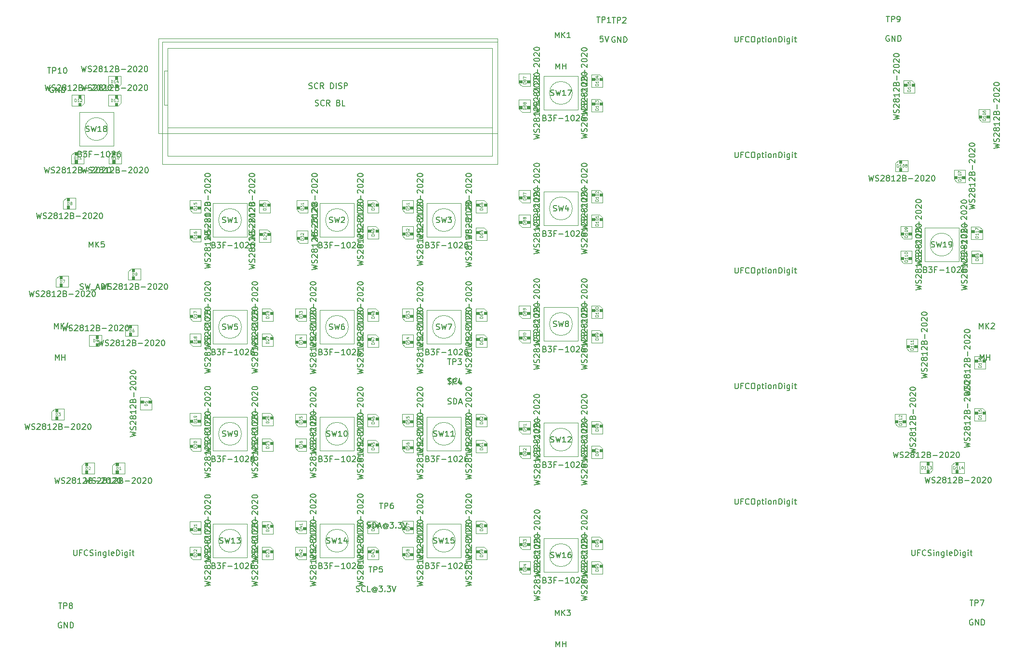
<source format=gbr>
G04 #@! TF.GenerationSoftware,KiCad,Pcbnew,8.0.6*
G04 #@! TF.CreationDate,2024-12-03T12:50:29-05:00*
G04 #@! TF.ProjectId,UFC_Main,5546435f-4d61-4696-9e2e-6b696361645f,6.1.0*
G04 #@! TF.SameCoordinates,Original*
G04 #@! TF.FileFunction,AssemblyDrawing,Top*
%FSLAX46Y46*%
G04 Gerber Fmt 4.6, Leading zero omitted, Abs format (unit mm)*
G04 Created by KiCad (PCBNEW 8.0.6) date 2024-12-03 12:50:29*
%MOMM*%
%LPD*%
G01*
G04 APERTURE LIST*
%ADD10C,0.150000*%
%ADD11C,0.075000*%
%ADD12C,0.100000*%
G04 APERTURE END LIST*
D10*
X177701857Y-100310819D02*
X177701857Y-99310819D01*
X177701857Y-99310819D02*
X178035190Y-100025104D01*
X178035190Y-100025104D02*
X178368523Y-99310819D01*
X178368523Y-99310819D02*
X178368523Y-100310819D01*
X178844714Y-100310819D02*
X178844714Y-99310819D01*
X178844714Y-99787009D02*
X179416142Y-99787009D01*
X179416142Y-100310819D02*
X179416142Y-99310819D01*
X177549476Y-94810819D02*
X177549476Y-93810819D01*
X177549476Y-93810819D02*
X177882809Y-94525104D01*
X177882809Y-94525104D02*
X178216142Y-93810819D01*
X178216142Y-93810819D02*
X178216142Y-94810819D01*
X178692333Y-94810819D02*
X178692333Y-93810819D01*
X179263761Y-94810819D02*
X178835190Y-94239390D01*
X179263761Y-93810819D02*
X178692333Y-94382247D01*
X180216142Y-94810819D02*
X179644714Y-94810819D01*
X179930428Y-94810819D02*
X179930428Y-93810819D01*
X179930428Y-93810819D02*
X179835190Y-93953676D01*
X179835190Y-93953676D02*
X179739952Y-94048914D01*
X179739952Y-94048914D02*
X179644714Y-94096533D01*
X252250857Y-151491819D02*
X252250857Y-150491819D01*
X252250857Y-150491819D02*
X252584190Y-151206104D01*
X252584190Y-151206104D02*
X252917523Y-150491819D01*
X252917523Y-150491819D02*
X252917523Y-151491819D01*
X253393714Y-151491819D02*
X253393714Y-150491819D01*
X253393714Y-150968009D02*
X253965142Y-150968009D01*
X253965142Y-151491819D02*
X253965142Y-150491819D01*
X252098476Y-145991819D02*
X252098476Y-144991819D01*
X252098476Y-144991819D02*
X252431809Y-145706104D01*
X252431809Y-145706104D02*
X252765142Y-144991819D01*
X252765142Y-144991819D02*
X252765142Y-145991819D01*
X253241333Y-145991819D02*
X253241333Y-144991819D01*
X253812761Y-145991819D02*
X253384190Y-145420390D01*
X253812761Y-144991819D02*
X253241333Y-145563247D01*
X254193714Y-145087057D02*
X254241333Y-145039438D01*
X254241333Y-145039438D02*
X254336571Y-144991819D01*
X254336571Y-144991819D02*
X254574666Y-144991819D01*
X254574666Y-144991819D02*
X254669904Y-145039438D01*
X254669904Y-145039438D02*
X254717523Y-145087057D01*
X254717523Y-145087057D02*
X254765142Y-145182295D01*
X254765142Y-145182295D02*
X254765142Y-145277533D01*
X254765142Y-145277533D02*
X254717523Y-145420390D01*
X254717523Y-145420390D02*
X254146095Y-145991819D01*
X254146095Y-145991819D02*
X254765142Y-145991819D01*
X177701857Y-201910819D02*
X177701857Y-200910819D01*
X177701857Y-200910819D02*
X178035190Y-201625104D01*
X178035190Y-201625104D02*
X178368523Y-200910819D01*
X178368523Y-200910819D02*
X178368523Y-201910819D01*
X178844714Y-201910819D02*
X178844714Y-200910819D01*
X178844714Y-201387009D02*
X179416142Y-201387009D01*
X179416142Y-201910819D02*
X179416142Y-200910819D01*
X177549476Y-196410819D02*
X177549476Y-195410819D01*
X177549476Y-195410819D02*
X177882809Y-196125104D01*
X177882809Y-196125104D02*
X178216142Y-195410819D01*
X178216142Y-195410819D02*
X178216142Y-196410819D01*
X178692333Y-196410819D02*
X178692333Y-195410819D01*
X179263761Y-196410819D02*
X178835190Y-195839390D01*
X179263761Y-195410819D02*
X178692333Y-195982247D01*
X179597095Y-195410819D02*
X180216142Y-195410819D01*
X180216142Y-195410819D02*
X179882809Y-195791771D01*
X179882809Y-195791771D02*
X180025666Y-195791771D01*
X180025666Y-195791771D02*
X180120904Y-195839390D01*
X180120904Y-195839390D02*
X180168523Y-195887009D01*
X180168523Y-195887009D02*
X180216142Y-195982247D01*
X180216142Y-195982247D02*
X180216142Y-196220342D01*
X180216142Y-196220342D02*
X180168523Y-196315580D01*
X180168523Y-196315580D02*
X180120904Y-196363200D01*
X180120904Y-196363200D02*
X180025666Y-196410819D01*
X180025666Y-196410819D02*
X179739952Y-196410819D01*
X179739952Y-196410819D02*
X179644714Y-196363200D01*
X179644714Y-196363200D02*
X179597095Y-196315580D01*
X89690857Y-151491819D02*
X89690857Y-150491819D01*
X89690857Y-150491819D02*
X90024190Y-151206104D01*
X90024190Y-151206104D02*
X90357523Y-150491819D01*
X90357523Y-150491819D02*
X90357523Y-151491819D01*
X90833714Y-151491819D02*
X90833714Y-150491819D01*
X90833714Y-150968009D02*
X91405142Y-150968009D01*
X91405142Y-151491819D02*
X91405142Y-150491819D01*
X89538476Y-145991819D02*
X89538476Y-144991819D01*
X89538476Y-144991819D02*
X89871809Y-145706104D01*
X89871809Y-145706104D02*
X90205142Y-144991819D01*
X90205142Y-144991819D02*
X90205142Y-145991819D01*
X90681333Y-145991819D02*
X90681333Y-144991819D01*
X91252761Y-145991819D02*
X90824190Y-145420390D01*
X91252761Y-144991819D02*
X90681333Y-145563247D01*
X92109904Y-145325152D02*
X92109904Y-145991819D01*
X91871809Y-144944200D02*
X91633714Y-145658485D01*
X91633714Y-145658485D02*
X92252761Y-145658485D01*
X94048762Y-138993200D02*
X94191619Y-139040819D01*
X94191619Y-139040819D02*
X94429714Y-139040819D01*
X94429714Y-139040819D02*
X94524952Y-138993200D01*
X94524952Y-138993200D02*
X94572571Y-138945580D01*
X94572571Y-138945580D02*
X94620190Y-138850342D01*
X94620190Y-138850342D02*
X94620190Y-138755104D01*
X94620190Y-138755104D02*
X94572571Y-138659866D01*
X94572571Y-138659866D02*
X94524952Y-138612247D01*
X94524952Y-138612247D02*
X94429714Y-138564628D01*
X94429714Y-138564628D02*
X94239238Y-138517009D01*
X94239238Y-138517009D02*
X94144000Y-138469390D01*
X94144000Y-138469390D02*
X94096381Y-138421771D01*
X94096381Y-138421771D02*
X94048762Y-138326533D01*
X94048762Y-138326533D02*
X94048762Y-138231295D01*
X94048762Y-138231295D02*
X94096381Y-138136057D01*
X94096381Y-138136057D02*
X94144000Y-138088438D01*
X94144000Y-138088438D02*
X94239238Y-138040819D01*
X94239238Y-138040819D02*
X94477333Y-138040819D01*
X94477333Y-138040819D02*
X94620190Y-138088438D01*
X94953524Y-138040819D02*
X95191619Y-139040819D01*
X95191619Y-139040819D02*
X95382095Y-138326533D01*
X95382095Y-138326533D02*
X95572571Y-139040819D01*
X95572571Y-139040819D02*
X95810667Y-138040819D01*
X95953524Y-139136057D02*
X96715428Y-139136057D01*
X96905905Y-138755104D02*
X97382095Y-138755104D01*
X96810667Y-139040819D02*
X97144000Y-138040819D01*
X97144000Y-138040819D02*
X97477333Y-139040819D01*
X97810667Y-139040819D02*
X97810667Y-138040819D01*
X97810667Y-138040819D02*
X98048762Y-138040819D01*
X98048762Y-138040819D02*
X98191619Y-138088438D01*
X98191619Y-138088438D02*
X98286857Y-138183676D01*
X98286857Y-138183676D02*
X98334476Y-138278914D01*
X98334476Y-138278914D02*
X98382095Y-138469390D01*
X98382095Y-138469390D02*
X98382095Y-138612247D01*
X98382095Y-138612247D02*
X98334476Y-138802723D01*
X98334476Y-138802723D02*
X98286857Y-138897961D01*
X98286857Y-138897961D02*
X98191619Y-138993200D01*
X98191619Y-138993200D02*
X98048762Y-139040819D01*
X98048762Y-139040819D02*
X97810667Y-139040819D01*
X99144000Y-138517009D02*
X98810667Y-138517009D01*
X98810667Y-139040819D02*
X98810667Y-138040819D01*
X98810667Y-138040819D02*
X99286857Y-138040819D01*
X95634476Y-131640819D02*
X95634476Y-130640819D01*
X95634476Y-130640819D02*
X95967809Y-131355104D01*
X95967809Y-131355104D02*
X96301142Y-130640819D01*
X96301142Y-130640819D02*
X96301142Y-131640819D01*
X96777333Y-131640819D02*
X96777333Y-130640819D01*
X97348761Y-131640819D02*
X96920190Y-131069390D01*
X97348761Y-130640819D02*
X96777333Y-131212247D01*
X98253523Y-130640819D02*
X97777333Y-130640819D01*
X97777333Y-130640819D02*
X97729714Y-131117009D01*
X97729714Y-131117009D02*
X97777333Y-131069390D01*
X97777333Y-131069390D02*
X97872571Y-131021771D01*
X97872571Y-131021771D02*
X98110666Y-131021771D01*
X98110666Y-131021771D02*
X98205904Y-131069390D01*
X98205904Y-131069390D02*
X98253523Y-131117009D01*
X98253523Y-131117009D02*
X98301142Y-131212247D01*
X98301142Y-131212247D02*
X98301142Y-131450342D01*
X98301142Y-131450342D02*
X98253523Y-131545580D01*
X98253523Y-131545580D02*
X98205904Y-131593200D01*
X98205904Y-131593200D02*
X98110666Y-131640819D01*
X98110666Y-131640819D02*
X97872571Y-131640819D01*
X97872571Y-131640819D02*
X97777333Y-131593200D01*
X97777333Y-131593200D02*
X97729714Y-131545580D01*
X185936163Y-94524819D02*
X185459973Y-94524819D01*
X185459973Y-94524819D02*
X185412354Y-95001009D01*
X185412354Y-95001009D02*
X185459973Y-94953390D01*
X185459973Y-94953390D02*
X185555211Y-94905771D01*
X185555211Y-94905771D02*
X185793306Y-94905771D01*
X185793306Y-94905771D02*
X185888544Y-94953390D01*
X185888544Y-94953390D02*
X185936163Y-95001009D01*
X185936163Y-95001009D02*
X185983782Y-95096247D01*
X185983782Y-95096247D02*
X185983782Y-95334342D01*
X185983782Y-95334342D02*
X185936163Y-95429580D01*
X185936163Y-95429580D02*
X185888544Y-95477200D01*
X185888544Y-95477200D02*
X185793306Y-95524819D01*
X185793306Y-95524819D02*
X185555211Y-95524819D01*
X185555211Y-95524819D02*
X185459973Y-95477200D01*
X185459973Y-95477200D02*
X185412354Y-95429580D01*
X186269497Y-94524819D02*
X186602830Y-95524819D01*
X186602830Y-95524819D02*
X186936163Y-94524819D01*
X184864735Y-91124819D02*
X185436163Y-91124819D01*
X185150449Y-92124819D02*
X185150449Y-91124819D01*
X185769497Y-92124819D02*
X185769497Y-91124819D01*
X185769497Y-91124819D02*
X186150449Y-91124819D01*
X186150449Y-91124819D02*
X186245687Y-91172438D01*
X186245687Y-91172438D02*
X186293306Y-91220057D01*
X186293306Y-91220057D02*
X186340925Y-91315295D01*
X186340925Y-91315295D02*
X186340925Y-91458152D01*
X186340925Y-91458152D02*
X186293306Y-91553390D01*
X186293306Y-91553390D02*
X186245687Y-91601009D01*
X186245687Y-91601009D02*
X186150449Y-91648628D01*
X186150449Y-91648628D02*
X185769497Y-91648628D01*
X187293306Y-92124819D02*
X186721878Y-92124819D01*
X187007592Y-92124819D02*
X187007592Y-91124819D01*
X187007592Y-91124819D02*
X186912354Y-91267676D01*
X186912354Y-91267676D02*
X186817116Y-91362914D01*
X186817116Y-91362914D02*
X186721878Y-91410533D01*
X188064735Y-94656938D02*
X187969497Y-94609319D01*
X187969497Y-94609319D02*
X187826640Y-94609319D01*
X187826640Y-94609319D02*
X187683783Y-94656938D01*
X187683783Y-94656938D02*
X187588545Y-94752176D01*
X187588545Y-94752176D02*
X187540926Y-94847414D01*
X187540926Y-94847414D02*
X187493307Y-95037890D01*
X187493307Y-95037890D02*
X187493307Y-95180747D01*
X187493307Y-95180747D02*
X187540926Y-95371223D01*
X187540926Y-95371223D02*
X187588545Y-95466461D01*
X187588545Y-95466461D02*
X187683783Y-95561700D01*
X187683783Y-95561700D02*
X187826640Y-95609319D01*
X187826640Y-95609319D02*
X187921878Y-95609319D01*
X187921878Y-95609319D02*
X188064735Y-95561700D01*
X188064735Y-95561700D02*
X188112354Y-95514080D01*
X188112354Y-95514080D02*
X188112354Y-95180747D01*
X188112354Y-95180747D02*
X187921878Y-95180747D01*
X188540926Y-95609319D02*
X188540926Y-94609319D01*
X188540926Y-94609319D02*
X189112354Y-95609319D01*
X189112354Y-95609319D02*
X189112354Y-94609319D01*
X189588545Y-95609319D02*
X189588545Y-94609319D01*
X189588545Y-94609319D02*
X189826640Y-94609319D01*
X189826640Y-94609319D02*
X189969497Y-94656938D01*
X189969497Y-94656938D02*
X190064735Y-94752176D01*
X190064735Y-94752176D02*
X190112354Y-94847414D01*
X190112354Y-94847414D02*
X190159973Y-95037890D01*
X190159973Y-95037890D02*
X190159973Y-95180747D01*
X190159973Y-95180747D02*
X190112354Y-95371223D01*
X190112354Y-95371223D02*
X190064735Y-95466461D01*
X190064735Y-95466461D02*
X189969497Y-95561700D01*
X189969497Y-95561700D02*
X189826640Y-95609319D01*
X189826640Y-95609319D02*
X189588545Y-95609319D01*
X187564735Y-91209319D02*
X188136163Y-91209319D01*
X187850449Y-92209319D02*
X187850449Y-91209319D01*
X188469497Y-92209319D02*
X188469497Y-91209319D01*
X188469497Y-91209319D02*
X188850449Y-91209319D01*
X188850449Y-91209319D02*
X188945687Y-91256938D01*
X188945687Y-91256938D02*
X188993306Y-91304557D01*
X188993306Y-91304557D02*
X189040925Y-91399795D01*
X189040925Y-91399795D02*
X189040925Y-91542652D01*
X189040925Y-91542652D02*
X188993306Y-91637890D01*
X188993306Y-91637890D02*
X188945687Y-91685509D01*
X188945687Y-91685509D02*
X188850449Y-91733128D01*
X188850449Y-91733128D02*
X188469497Y-91733128D01*
X189421878Y-91304557D02*
X189469497Y-91256938D01*
X189469497Y-91256938D02*
X189564735Y-91209319D01*
X189564735Y-91209319D02*
X189802830Y-91209319D01*
X189802830Y-91209319D02*
X189898068Y-91256938D01*
X189898068Y-91256938D02*
X189945687Y-91304557D01*
X189945687Y-91304557D02*
X189993306Y-91399795D01*
X189993306Y-91399795D02*
X189993306Y-91495033D01*
X189993306Y-91495033D02*
X189945687Y-91637890D01*
X189945687Y-91637890D02*
X189374259Y-92209319D01*
X189374259Y-92209319D02*
X189993306Y-92209319D01*
X92910905Y-184878819D02*
X92910905Y-185688342D01*
X92910905Y-185688342D02*
X92958524Y-185783580D01*
X92958524Y-185783580D02*
X93006143Y-185831200D01*
X93006143Y-185831200D02*
X93101381Y-185878819D01*
X93101381Y-185878819D02*
X93291857Y-185878819D01*
X93291857Y-185878819D02*
X93387095Y-185831200D01*
X93387095Y-185831200D02*
X93434714Y-185783580D01*
X93434714Y-185783580D02*
X93482333Y-185688342D01*
X93482333Y-185688342D02*
X93482333Y-184878819D01*
X94291857Y-185355009D02*
X93958524Y-185355009D01*
X93958524Y-185878819D02*
X93958524Y-184878819D01*
X93958524Y-184878819D02*
X94434714Y-184878819D01*
X95387095Y-185783580D02*
X95339476Y-185831200D01*
X95339476Y-185831200D02*
X95196619Y-185878819D01*
X95196619Y-185878819D02*
X95101381Y-185878819D01*
X95101381Y-185878819D02*
X94958524Y-185831200D01*
X94958524Y-185831200D02*
X94863286Y-185735961D01*
X94863286Y-185735961D02*
X94815667Y-185640723D01*
X94815667Y-185640723D02*
X94768048Y-185450247D01*
X94768048Y-185450247D02*
X94768048Y-185307390D01*
X94768048Y-185307390D02*
X94815667Y-185116914D01*
X94815667Y-185116914D02*
X94863286Y-185021676D01*
X94863286Y-185021676D02*
X94958524Y-184926438D01*
X94958524Y-184926438D02*
X95101381Y-184878819D01*
X95101381Y-184878819D02*
X95196619Y-184878819D01*
X95196619Y-184878819D02*
X95339476Y-184926438D01*
X95339476Y-184926438D02*
X95387095Y-184974057D01*
X95768048Y-185831200D02*
X95910905Y-185878819D01*
X95910905Y-185878819D02*
X96149000Y-185878819D01*
X96149000Y-185878819D02*
X96244238Y-185831200D01*
X96244238Y-185831200D02*
X96291857Y-185783580D01*
X96291857Y-185783580D02*
X96339476Y-185688342D01*
X96339476Y-185688342D02*
X96339476Y-185593104D01*
X96339476Y-185593104D02*
X96291857Y-185497866D01*
X96291857Y-185497866D02*
X96244238Y-185450247D01*
X96244238Y-185450247D02*
X96149000Y-185402628D01*
X96149000Y-185402628D02*
X95958524Y-185355009D01*
X95958524Y-185355009D02*
X95863286Y-185307390D01*
X95863286Y-185307390D02*
X95815667Y-185259771D01*
X95815667Y-185259771D02*
X95768048Y-185164533D01*
X95768048Y-185164533D02*
X95768048Y-185069295D01*
X95768048Y-185069295D02*
X95815667Y-184974057D01*
X95815667Y-184974057D02*
X95863286Y-184926438D01*
X95863286Y-184926438D02*
X95958524Y-184878819D01*
X95958524Y-184878819D02*
X96196619Y-184878819D01*
X96196619Y-184878819D02*
X96339476Y-184926438D01*
X96768048Y-185878819D02*
X96768048Y-185212152D01*
X96768048Y-184878819D02*
X96720429Y-184926438D01*
X96720429Y-184926438D02*
X96768048Y-184974057D01*
X96768048Y-184974057D02*
X96815667Y-184926438D01*
X96815667Y-184926438D02*
X96768048Y-184878819D01*
X96768048Y-184878819D02*
X96768048Y-184974057D01*
X97244238Y-185212152D02*
X97244238Y-185878819D01*
X97244238Y-185307390D02*
X97291857Y-185259771D01*
X97291857Y-185259771D02*
X97387095Y-185212152D01*
X97387095Y-185212152D02*
X97529952Y-185212152D01*
X97529952Y-185212152D02*
X97625190Y-185259771D01*
X97625190Y-185259771D02*
X97672809Y-185355009D01*
X97672809Y-185355009D02*
X97672809Y-185878819D01*
X98577571Y-185212152D02*
X98577571Y-186021676D01*
X98577571Y-186021676D02*
X98529952Y-186116914D01*
X98529952Y-186116914D02*
X98482333Y-186164533D01*
X98482333Y-186164533D02*
X98387095Y-186212152D01*
X98387095Y-186212152D02*
X98244238Y-186212152D01*
X98244238Y-186212152D02*
X98149000Y-186164533D01*
X98577571Y-185831200D02*
X98482333Y-185878819D01*
X98482333Y-185878819D02*
X98291857Y-185878819D01*
X98291857Y-185878819D02*
X98196619Y-185831200D01*
X98196619Y-185831200D02*
X98149000Y-185783580D01*
X98149000Y-185783580D02*
X98101381Y-185688342D01*
X98101381Y-185688342D02*
X98101381Y-185402628D01*
X98101381Y-185402628D02*
X98149000Y-185307390D01*
X98149000Y-185307390D02*
X98196619Y-185259771D01*
X98196619Y-185259771D02*
X98291857Y-185212152D01*
X98291857Y-185212152D02*
X98482333Y-185212152D01*
X98482333Y-185212152D02*
X98577571Y-185259771D01*
X99196619Y-185878819D02*
X99101381Y-185831200D01*
X99101381Y-185831200D02*
X99053762Y-185735961D01*
X99053762Y-185735961D02*
X99053762Y-184878819D01*
X99958524Y-185831200D02*
X99863286Y-185878819D01*
X99863286Y-185878819D02*
X99672810Y-185878819D01*
X99672810Y-185878819D02*
X99577572Y-185831200D01*
X99577572Y-185831200D02*
X99529953Y-185735961D01*
X99529953Y-185735961D02*
X99529953Y-185355009D01*
X99529953Y-185355009D02*
X99577572Y-185259771D01*
X99577572Y-185259771D02*
X99672810Y-185212152D01*
X99672810Y-185212152D02*
X99863286Y-185212152D01*
X99863286Y-185212152D02*
X99958524Y-185259771D01*
X99958524Y-185259771D02*
X100006143Y-185355009D01*
X100006143Y-185355009D02*
X100006143Y-185450247D01*
X100006143Y-185450247D02*
X99529953Y-185545485D01*
X100434715Y-185878819D02*
X100434715Y-184878819D01*
X100434715Y-184878819D02*
X100672810Y-184878819D01*
X100672810Y-184878819D02*
X100815667Y-184926438D01*
X100815667Y-184926438D02*
X100910905Y-185021676D01*
X100910905Y-185021676D02*
X100958524Y-185116914D01*
X100958524Y-185116914D02*
X101006143Y-185307390D01*
X101006143Y-185307390D02*
X101006143Y-185450247D01*
X101006143Y-185450247D02*
X100958524Y-185640723D01*
X100958524Y-185640723D02*
X100910905Y-185735961D01*
X100910905Y-185735961D02*
X100815667Y-185831200D01*
X100815667Y-185831200D02*
X100672810Y-185878819D01*
X100672810Y-185878819D02*
X100434715Y-185878819D01*
X101434715Y-185878819D02*
X101434715Y-185212152D01*
X101434715Y-184878819D02*
X101387096Y-184926438D01*
X101387096Y-184926438D02*
X101434715Y-184974057D01*
X101434715Y-184974057D02*
X101482334Y-184926438D01*
X101482334Y-184926438D02*
X101434715Y-184878819D01*
X101434715Y-184878819D02*
X101434715Y-184974057D01*
X102339476Y-185212152D02*
X102339476Y-186021676D01*
X102339476Y-186021676D02*
X102291857Y-186116914D01*
X102291857Y-186116914D02*
X102244238Y-186164533D01*
X102244238Y-186164533D02*
X102149000Y-186212152D01*
X102149000Y-186212152D02*
X102006143Y-186212152D01*
X102006143Y-186212152D02*
X101910905Y-186164533D01*
X102339476Y-185831200D02*
X102244238Y-185878819D01*
X102244238Y-185878819D02*
X102053762Y-185878819D01*
X102053762Y-185878819D02*
X101958524Y-185831200D01*
X101958524Y-185831200D02*
X101910905Y-185783580D01*
X101910905Y-185783580D02*
X101863286Y-185688342D01*
X101863286Y-185688342D02*
X101863286Y-185402628D01*
X101863286Y-185402628D02*
X101910905Y-185307390D01*
X101910905Y-185307390D02*
X101958524Y-185259771D01*
X101958524Y-185259771D02*
X102053762Y-185212152D01*
X102053762Y-185212152D02*
X102244238Y-185212152D01*
X102244238Y-185212152D02*
X102339476Y-185259771D01*
X102815667Y-185878819D02*
X102815667Y-185212152D01*
X102815667Y-184878819D02*
X102768048Y-184926438D01*
X102768048Y-184926438D02*
X102815667Y-184974057D01*
X102815667Y-184974057D02*
X102863286Y-184926438D01*
X102863286Y-184926438D02*
X102815667Y-184878819D01*
X102815667Y-184878819D02*
X102815667Y-184974057D01*
X103149000Y-185212152D02*
X103529952Y-185212152D01*
X103291857Y-184878819D02*
X103291857Y-185735961D01*
X103291857Y-185735961D02*
X103339476Y-185831200D01*
X103339476Y-185831200D02*
X103434714Y-185878819D01*
X103434714Y-185878819D02*
X103529952Y-185878819D01*
X240230905Y-184878819D02*
X240230905Y-185688342D01*
X240230905Y-185688342D02*
X240278524Y-185783580D01*
X240278524Y-185783580D02*
X240326143Y-185831200D01*
X240326143Y-185831200D02*
X240421381Y-185878819D01*
X240421381Y-185878819D02*
X240611857Y-185878819D01*
X240611857Y-185878819D02*
X240707095Y-185831200D01*
X240707095Y-185831200D02*
X240754714Y-185783580D01*
X240754714Y-185783580D02*
X240802333Y-185688342D01*
X240802333Y-185688342D02*
X240802333Y-184878819D01*
X241611857Y-185355009D02*
X241278524Y-185355009D01*
X241278524Y-185878819D02*
X241278524Y-184878819D01*
X241278524Y-184878819D02*
X241754714Y-184878819D01*
X242707095Y-185783580D02*
X242659476Y-185831200D01*
X242659476Y-185831200D02*
X242516619Y-185878819D01*
X242516619Y-185878819D02*
X242421381Y-185878819D01*
X242421381Y-185878819D02*
X242278524Y-185831200D01*
X242278524Y-185831200D02*
X242183286Y-185735961D01*
X242183286Y-185735961D02*
X242135667Y-185640723D01*
X242135667Y-185640723D02*
X242088048Y-185450247D01*
X242088048Y-185450247D02*
X242088048Y-185307390D01*
X242088048Y-185307390D02*
X242135667Y-185116914D01*
X242135667Y-185116914D02*
X242183286Y-185021676D01*
X242183286Y-185021676D02*
X242278524Y-184926438D01*
X242278524Y-184926438D02*
X242421381Y-184878819D01*
X242421381Y-184878819D02*
X242516619Y-184878819D01*
X242516619Y-184878819D02*
X242659476Y-184926438D01*
X242659476Y-184926438D02*
X242707095Y-184974057D01*
X243088048Y-185831200D02*
X243230905Y-185878819D01*
X243230905Y-185878819D02*
X243469000Y-185878819D01*
X243469000Y-185878819D02*
X243564238Y-185831200D01*
X243564238Y-185831200D02*
X243611857Y-185783580D01*
X243611857Y-185783580D02*
X243659476Y-185688342D01*
X243659476Y-185688342D02*
X243659476Y-185593104D01*
X243659476Y-185593104D02*
X243611857Y-185497866D01*
X243611857Y-185497866D02*
X243564238Y-185450247D01*
X243564238Y-185450247D02*
X243469000Y-185402628D01*
X243469000Y-185402628D02*
X243278524Y-185355009D01*
X243278524Y-185355009D02*
X243183286Y-185307390D01*
X243183286Y-185307390D02*
X243135667Y-185259771D01*
X243135667Y-185259771D02*
X243088048Y-185164533D01*
X243088048Y-185164533D02*
X243088048Y-185069295D01*
X243088048Y-185069295D02*
X243135667Y-184974057D01*
X243135667Y-184974057D02*
X243183286Y-184926438D01*
X243183286Y-184926438D02*
X243278524Y-184878819D01*
X243278524Y-184878819D02*
X243516619Y-184878819D01*
X243516619Y-184878819D02*
X243659476Y-184926438D01*
X244088048Y-185878819D02*
X244088048Y-185212152D01*
X244088048Y-184878819D02*
X244040429Y-184926438D01*
X244040429Y-184926438D02*
X244088048Y-184974057D01*
X244088048Y-184974057D02*
X244135667Y-184926438D01*
X244135667Y-184926438D02*
X244088048Y-184878819D01*
X244088048Y-184878819D02*
X244088048Y-184974057D01*
X244564238Y-185212152D02*
X244564238Y-185878819D01*
X244564238Y-185307390D02*
X244611857Y-185259771D01*
X244611857Y-185259771D02*
X244707095Y-185212152D01*
X244707095Y-185212152D02*
X244849952Y-185212152D01*
X244849952Y-185212152D02*
X244945190Y-185259771D01*
X244945190Y-185259771D02*
X244992809Y-185355009D01*
X244992809Y-185355009D02*
X244992809Y-185878819D01*
X245897571Y-185212152D02*
X245897571Y-186021676D01*
X245897571Y-186021676D02*
X245849952Y-186116914D01*
X245849952Y-186116914D02*
X245802333Y-186164533D01*
X245802333Y-186164533D02*
X245707095Y-186212152D01*
X245707095Y-186212152D02*
X245564238Y-186212152D01*
X245564238Y-186212152D02*
X245469000Y-186164533D01*
X245897571Y-185831200D02*
X245802333Y-185878819D01*
X245802333Y-185878819D02*
X245611857Y-185878819D01*
X245611857Y-185878819D02*
X245516619Y-185831200D01*
X245516619Y-185831200D02*
X245469000Y-185783580D01*
X245469000Y-185783580D02*
X245421381Y-185688342D01*
X245421381Y-185688342D02*
X245421381Y-185402628D01*
X245421381Y-185402628D02*
X245469000Y-185307390D01*
X245469000Y-185307390D02*
X245516619Y-185259771D01*
X245516619Y-185259771D02*
X245611857Y-185212152D01*
X245611857Y-185212152D02*
X245802333Y-185212152D01*
X245802333Y-185212152D02*
X245897571Y-185259771D01*
X246516619Y-185878819D02*
X246421381Y-185831200D01*
X246421381Y-185831200D02*
X246373762Y-185735961D01*
X246373762Y-185735961D02*
X246373762Y-184878819D01*
X247278524Y-185831200D02*
X247183286Y-185878819D01*
X247183286Y-185878819D02*
X246992810Y-185878819D01*
X246992810Y-185878819D02*
X246897572Y-185831200D01*
X246897572Y-185831200D02*
X246849953Y-185735961D01*
X246849953Y-185735961D02*
X246849953Y-185355009D01*
X246849953Y-185355009D02*
X246897572Y-185259771D01*
X246897572Y-185259771D02*
X246992810Y-185212152D01*
X246992810Y-185212152D02*
X247183286Y-185212152D01*
X247183286Y-185212152D02*
X247278524Y-185259771D01*
X247278524Y-185259771D02*
X247326143Y-185355009D01*
X247326143Y-185355009D02*
X247326143Y-185450247D01*
X247326143Y-185450247D02*
X246849953Y-185545485D01*
X247754715Y-185878819D02*
X247754715Y-184878819D01*
X247754715Y-184878819D02*
X247992810Y-184878819D01*
X247992810Y-184878819D02*
X248135667Y-184926438D01*
X248135667Y-184926438D02*
X248230905Y-185021676D01*
X248230905Y-185021676D02*
X248278524Y-185116914D01*
X248278524Y-185116914D02*
X248326143Y-185307390D01*
X248326143Y-185307390D02*
X248326143Y-185450247D01*
X248326143Y-185450247D02*
X248278524Y-185640723D01*
X248278524Y-185640723D02*
X248230905Y-185735961D01*
X248230905Y-185735961D02*
X248135667Y-185831200D01*
X248135667Y-185831200D02*
X247992810Y-185878819D01*
X247992810Y-185878819D02*
X247754715Y-185878819D01*
X248754715Y-185878819D02*
X248754715Y-185212152D01*
X248754715Y-184878819D02*
X248707096Y-184926438D01*
X248707096Y-184926438D02*
X248754715Y-184974057D01*
X248754715Y-184974057D02*
X248802334Y-184926438D01*
X248802334Y-184926438D02*
X248754715Y-184878819D01*
X248754715Y-184878819D02*
X248754715Y-184974057D01*
X249659476Y-185212152D02*
X249659476Y-186021676D01*
X249659476Y-186021676D02*
X249611857Y-186116914D01*
X249611857Y-186116914D02*
X249564238Y-186164533D01*
X249564238Y-186164533D02*
X249469000Y-186212152D01*
X249469000Y-186212152D02*
X249326143Y-186212152D01*
X249326143Y-186212152D02*
X249230905Y-186164533D01*
X249659476Y-185831200D02*
X249564238Y-185878819D01*
X249564238Y-185878819D02*
X249373762Y-185878819D01*
X249373762Y-185878819D02*
X249278524Y-185831200D01*
X249278524Y-185831200D02*
X249230905Y-185783580D01*
X249230905Y-185783580D02*
X249183286Y-185688342D01*
X249183286Y-185688342D02*
X249183286Y-185402628D01*
X249183286Y-185402628D02*
X249230905Y-185307390D01*
X249230905Y-185307390D02*
X249278524Y-185259771D01*
X249278524Y-185259771D02*
X249373762Y-185212152D01*
X249373762Y-185212152D02*
X249564238Y-185212152D01*
X249564238Y-185212152D02*
X249659476Y-185259771D01*
X250135667Y-185878819D02*
X250135667Y-185212152D01*
X250135667Y-184878819D02*
X250088048Y-184926438D01*
X250088048Y-184926438D02*
X250135667Y-184974057D01*
X250135667Y-184974057D02*
X250183286Y-184926438D01*
X250183286Y-184926438D02*
X250135667Y-184878819D01*
X250135667Y-184878819D02*
X250135667Y-184974057D01*
X250469000Y-185212152D02*
X250849952Y-185212152D01*
X250611857Y-184878819D02*
X250611857Y-185735961D01*
X250611857Y-185735961D02*
X250659476Y-185831200D01*
X250659476Y-185831200D02*
X250754714Y-185878819D01*
X250754714Y-185878819D02*
X250849952Y-185878819D01*
X209147667Y-94573819D02*
X209147667Y-95383342D01*
X209147667Y-95383342D02*
X209195286Y-95478580D01*
X209195286Y-95478580D02*
X209242905Y-95526200D01*
X209242905Y-95526200D02*
X209338143Y-95573819D01*
X209338143Y-95573819D02*
X209528619Y-95573819D01*
X209528619Y-95573819D02*
X209623857Y-95526200D01*
X209623857Y-95526200D02*
X209671476Y-95478580D01*
X209671476Y-95478580D02*
X209719095Y-95383342D01*
X209719095Y-95383342D02*
X209719095Y-94573819D01*
X210528619Y-95050009D02*
X210195286Y-95050009D01*
X210195286Y-95573819D02*
X210195286Y-94573819D01*
X210195286Y-94573819D02*
X210671476Y-94573819D01*
X211623857Y-95478580D02*
X211576238Y-95526200D01*
X211576238Y-95526200D02*
X211433381Y-95573819D01*
X211433381Y-95573819D02*
X211338143Y-95573819D01*
X211338143Y-95573819D02*
X211195286Y-95526200D01*
X211195286Y-95526200D02*
X211100048Y-95430961D01*
X211100048Y-95430961D02*
X211052429Y-95335723D01*
X211052429Y-95335723D02*
X211004810Y-95145247D01*
X211004810Y-95145247D02*
X211004810Y-95002390D01*
X211004810Y-95002390D02*
X211052429Y-94811914D01*
X211052429Y-94811914D02*
X211100048Y-94716676D01*
X211100048Y-94716676D02*
X211195286Y-94621438D01*
X211195286Y-94621438D02*
X211338143Y-94573819D01*
X211338143Y-94573819D02*
X211433381Y-94573819D01*
X211433381Y-94573819D02*
X211576238Y-94621438D01*
X211576238Y-94621438D02*
X211623857Y-94669057D01*
X212242905Y-94573819D02*
X212433381Y-94573819D01*
X212433381Y-94573819D02*
X212528619Y-94621438D01*
X212528619Y-94621438D02*
X212623857Y-94716676D01*
X212623857Y-94716676D02*
X212671476Y-94907152D01*
X212671476Y-94907152D02*
X212671476Y-95240485D01*
X212671476Y-95240485D02*
X212623857Y-95430961D01*
X212623857Y-95430961D02*
X212528619Y-95526200D01*
X212528619Y-95526200D02*
X212433381Y-95573819D01*
X212433381Y-95573819D02*
X212242905Y-95573819D01*
X212242905Y-95573819D02*
X212147667Y-95526200D01*
X212147667Y-95526200D02*
X212052429Y-95430961D01*
X212052429Y-95430961D02*
X212004810Y-95240485D01*
X212004810Y-95240485D02*
X212004810Y-94907152D01*
X212004810Y-94907152D02*
X212052429Y-94716676D01*
X212052429Y-94716676D02*
X212147667Y-94621438D01*
X212147667Y-94621438D02*
X212242905Y-94573819D01*
X213100048Y-94907152D02*
X213100048Y-95907152D01*
X213100048Y-94954771D02*
X213195286Y-94907152D01*
X213195286Y-94907152D02*
X213385762Y-94907152D01*
X213385762Y-94907152D02*
X213481000Y-94954771D01*
X213481000Y-94954771D02*
X213528619Y-95002390D01*
X213528619Y-95002390D02*
X213576238Y-95097628D01*
X213576238Y-95097628D02*
X213576238Y-95383342D01*
X213576238Y-95383342D02*
X213528619Y-95478580D01*
X213528619Y-95478580D02*
X213481000Y-95526200D01*
X213481000Y-95526200D02*
X213385762Y-95573819D01*
X213385762Y-95573819D02*
X213195286Y-95573819D01*
X213195286Y-95573819D02*
X213100048Y-95526200D01*
X213861953Y-94907152D02*
X214242905Y-94907152D01*
X214004810Y-94573819D02*
X214004810Y-95430961D01*
X214004810Y-95430961D02*
X214052429Y-95526200D01*
X214052429Y-95526200D02*
X214147667Y-95573819D01*
X214147667Y-95573819D02*
X214242905Y-95573819D01*
X214576239Y-95573819D02*
X214576239Y-94907152D01*
X214576239Y-94573819D02*
X214528620Y-94621438D01*
X214528620Y-94621438D02*
X214576239Y-94669057D01*
X214576239Y-94669057D02*
X214623858Y-94621438D01*
X214623858Y-94621438D02*
X214576239Y-94573819D01*
X214576239Y-94573819D02*
X214576239Y-94669057D01*
X215195286Y-95573819D02*
X215100048Y-95526200D01*
X215100048Y-95526200D02*
X215052429Y-95478580D01*
X215052429Y-95478580D02*
X215004810Y-95383342D01*
X215004810Y-95383342D02*
X215004810Y-95097628D01*
X215004810Y-95097628D02*
X215052429Y-95002390D01*
X215052429Y-95002390D02*
X215100048Y-94954771D01*
X215100048Y-94954771D02*
X215195286Y-94907152D01*
X215195286Y-94907152D02*
X215338143Y-94907152D01*
X215338143Y-94907152D02*
X215433381Y-94954771D01*
X215433381Y-94954771D02*
X215481000Y-95002390D01*
X215481000Y-95002390D02*
X215528619Y-95097628D01*
X215528619Y-95097628D02*
X215528619Y-95383342D01*
X215528619Y-95383342D02*
X215481000Y-95478580D01*
X215481000Y-95478580D02*
X215433381Y-95526200D01*
X215433381Y-95526200D02*
X215338143Y-95573819D01*
X215338143Y-95573819D02*
X215195286Y-95573819D01*
X215957191Y-94907152D02*
X215957191Y-95573819D01*
X215957191Y-95002390D02*
X216004810Y-94954771D01*
X216004810Y-94954771D02*
X216100048Y-94907152D01*
X216100048Y-94907152D02*
X216242905Y-94907152D01*
X216242905Y-94907152D02*
X216338143Y-94954771D01*
X216338143Y-94954771D02*
X216385762Y-95050009D01*
X216385762Y-95050009D02*
X216385762Y-95573819D01*
X216861953Y-95573819D02*
X216861953Y-94573819D01*
X216861953Y-94573819D02*
X217100048Y-94573819D01*
X217100048Y-94573819D02*
X217242905Y-94621438D01*
X217242905Y-94621438D02*
X217338143Y-94716676D01*
X217338143Y-94716676D02*
X217385762Y-94811914D01*
X217385762Y-94811914D02*
X217433381Y-95002390D01*
X217433381Y-95002390D02*
X217433381Y-95145247D01*
X217433381Y-95145247D02*
X217385762Y-95335723D01*
X217385762Y-95335723D02*
X217338143Y-95430961D01*
X217338143Y-95430961D02*
X217242905Y-95526200D01*
X217242905Y-95526200D02*
X217100048Y-95573819D01*
X217100048Y-95573819D02*
X216861953Y-95573819D01*
X217861953Y-95573819D02*
X217861953Y-94907152D01*
X217861953Y-94573819D02*
X217814334Y-94621438D01*
X217814334Y-94621438D02*
X217861953Y-94669057D01*
X217861953Y-94669057D02*
X217909572Y-94621438D01*
X217909572Y-94621438D02*
X217861953Y-94573819D01*
X217861953Y-94573819D02*
X217861953Y-94669057D01*
X218766714Y-94907152D02*
X218766714Y-95716676D01*
X218766714Y-95716676D02*
X218719095Y-95811914D01*
X218719095Y-95811914D02*
X218671476Y-95859533D01*
X218671476Y-95859533D02*
X218576238Y-95907152D01*
X218576238Y-95907152D02*
X218433381Y-95907152D01*
X218433381Y-95907152D02*
X218338143Y-95859533D01*
X218766714Y-95526200D02*
X218671476Y-95573819D01*
X218671476Y-95573819D02*
X218481000Y-95573819D01*
X218481000Y-95573819D02*
X218385762Y-95526200D01*
X218385762Y-95526200D02*
X218338143Y-95478580D01*
X218338143Y-95478580D02*
X218290524Y-95383342D01*
X218290524Y-95383342D02*
X218290524Y-95097628D01*
X218290524Y-95097628D02*
X218338143Y-95002390D01*
X218338143Y-95002390D02*
X218385762Y-94954771D01*
X218385762Y-94954771D02*
X218481000Y-94907152D01*
X218481000Y-94907152D02*
X218671476Y-94907152D01*
X218671476Y-94907152D02*
X218766714Y-94954771D01*
X219242905Y-95573819D02*
X219242905Y-94907152D01*
X219242905Y-94573819D02*
X219195286Y-94621438D01*
X219195286Y-94621438D02*
X219242905Y-94669057D01*
X219242905Y-94669057D02*
X219290524Y-94621438D01*
X219290524Y-94621438D02*
X219242905Y-94573819D01*
X219242905Y-94573819D02*
X219242905Y-94669057D01*
X219576238Y-94907152D02*
X219957190Y-94907152D01*
X219719095Y-94573819D02*
X219719095Y-95430961D01*
X219719095Y-95430961D02*
X219766714Y-95526200D01*
X219766714Y-95526200D02*
X219861952Y-95573819D01*
X219861952Y-95573819D02*
X219957190Y-95573819D01*
X209147667Y-114893819D02*
X209147667Y-115703342D01*
X209147667Y-115703342D02*
X209195286Y-115798580D01*
X209195286Y-115798580D02*
X209242905Y-115846200D01*
X209242905Y-115846200D02*
X209338143Y-115893819D01*
X209338143Y-115893819D02*
X209528619Y-115893819D01*
X209528619Y-115893819D02*
X209623857Y-115846200D01*
X209623857Y-115846200D02*
X209671476Y-115798580D01*
X209671476Y-115798580D02*
X209719095Y-115703342D01*
X209719095Y-115703342D02*
X209719095Y-114893819D01*
X210528619Y-115370009D02*
X210195286Y-115370009D01*
X210195286Y-115893819D02*
X210195286Y-114893819D01*
X210195286Y-114893819D02*
X210671476Y-114893819D01*
X211623857Y-115798580D02*
X211576238Y-115846200D01*
X211576238Y-115846200D02*
X211433381Y-115893819D01*
X211433381Y-115893819D02*
X211338143Y-115893819D01*
X211338143Y-115893819D02*
X211195286Y-115846200D01*
X211195286Y-115846200D02*
X211100048Y-115750961D01*
X211100048Y-115750961D02*
X211052429Y-115655723D01*
X211052429Y-115655723D02*
X211004810Y-115465247D01*
X211004810Y-115465247D02*
X211004810Y-115322390D01*
X211004810Y-115322390D02*
X211052429Y-115131914D01*
X211052429Y-115131914D02*
X211100048Y-115036676D01*
X211100048Y-115036676D02*
X211195286Y-114941438D01*
X211195286Y-114941438D02*
X211338143Y-114893819D01*
X211338143Y-114893819D02*
X211433381Y-114893819D01*
X211433381Y-114893819D02*
X211576238Y-114941438D01*
X211576238Y-114941438D02*
X211623857Y-114989057D01*
X212242905Y-114893819D02*
X212433381Y-114893819D01*
X212433381Y-114893819D02*
X212528619Y-114941438D01*
X212528619Y-114941438D02*
X212623857Y-115036676D01*
X212623857Y-115036676D02*
X212671476Y-115227152D01*
X212671476Y-115227152D02*
X212671476Y-115560485D01*
X212671476Y-115560485D02*
X212623857Y-115750961D01*
X212623857Y-115750961D02*
X212528619Y-115846200D01*
X212528619Y-115846200D02*
X212433381Y-115893819D01*
X212433381Y-115893819D02*
X212242905Y-115893819D01*
X212242905Y-115893819D02*
X212147667Y-115846200D01*
X212147667Y-115846200D02*
X212052429Y-115750961D01*
X212052429Y-115750961D02*
X212004810Y-115560485D01*
X212004810Y-115560485D02*
X212004810Y-115227152D01*
X212004810Y-115227152D02*
X212052429Y-115036676D01*
X212052429Y-115036676D02*
X212147667Y-114941438D01*
X212147667Y-114941438D02*
X212242905Y-114893819D01*
X213100048Y-115227152D02*
X213100048Y-116227152D01*
X213100048Y-115274771D02*
X213195286Y-115227152D01*
X213195286Y-115227152D02*
X213385762Y-115227152D01*
X213385762Y-115227152D02*
X213481000Y-115274771D01*
X213481000Y-115274771D02*
X213528619Y-115322390D01*
X213528619Y-115322390D02*
X213576238Y-115417628D01*
X213576238Y-115417628D02*
X213576238Y-115703342D01*
X213576238Y-115703342D02*
X213528619Y-115798580D01*
X213528619Y-115798580D02*
X213481000Y-115846200D01*
X213481000Y-115846200D02*
X213385762Y-115893819D01*
X213385762Y-115893819D02*
X213195286Y-115893819D01*
X213195286Y-115893819D02*
X213100048Y-115846200D01*
X213861953Y-115227152D02*
X214242905Y-115227152D01*
X214004810Y-114893819D02*
X214004810Y-115750961D01*
X214004810Y-115750961D02*
X214052429Y-115846200D01*
X214052429Y-115846200D02*
X214147667Y-115893819D01*
X214147667Y-115893819D02*
X214242905Y-115893819D01*
X214576239Y-115893819D02*
X214576239Y-115227152D01*
X214576239Y-114893819D02*
X214528620Y-114941438D01*
X214528620Y-114941438D02*
X214576239Y-114989057D01*
X214576239Y-114989057D02*
X214623858Y-114941438D01*
X214623858Y-114941438D02*
X214576239Y-114893819D01*
X214576239Y-114893819D02*
X214576239Y-114989057D01*
X215195286Y-115893819D02*
X215100048Y-115846200D01*
X215100048Y-115846200D02*
X215052429Y-115798580D01*
X215052429Y-115798580D02*
X215004810Y-115703342D01*
X215004810Y-115703342D02*
X215004810Y-115417628D01*
X215004810Y-115417628D02*
X215052429Y-115322390D01*
X215052429Y-115322390D02*
X215100048Y-115274771D01*
X215100048Y-115274771D02*
X215195286Y-115227152D01*
X215195286Y-115227152D02*
X215338143Y-115227152D01*
X215338143Y-115227152D02*
X215433381Y-115274771D01*
X215433381Y-115274771D02*
X215481000Y-115322390D01*
X215481000Y-115322390D02*
X215528619Y-115417628D01*
X215528619Y-115417628D02*
X215528619Y-115703342D01*
X215528619Y-115703342D02*
X215481000Y-115798580D01*
X215481000Y-115798580D02*
X215433381Y-115846200D01*
X215433381Y-115846200D02*
X215338143Y-115893819D01*
X215338143Y-115893819D02*
X215195286Y-115893819D01*
X215957191Y-115227152D02*
X215957191Y-115893819D01*
X215957191Y-115322390D02*
X216004810Y-115274771D01*
X216004810Y-115274771D02*
X216100048Y-115227152D01*
X216100048Y-115227152D02*
X216242905Y-115227152D01*
X216242905Y-115227152D02*
X216338143Y-115274771D01*
X216338143Y-115274771D02*
X216385762Y-115370009D01*
X216385762Y-115370009D02*
X216385762Y-115893819D01*
X216861953Y-115893819D02*
X216861953Y-114893819D01*
X216861953Y-114893819D02*
X217100048Y-114893819D01*
X217100048Y-114893819D02*
X217242905Y-114941438D01*
X217242905Y-114941438D02*
X217338143Y-115036676D01*
X217338143Y-115036676D02*
X217385762Y-115131914D01*
X217385762Y-115131914D02*
X217433381Y-115322390D01*
X217433381Y-115322390D02*
X217433381Y-115465247D01*
X217433381Y-115465247D02*
X217385762Y-115655723D01*
X217385762Y-115655723D02*
X217338143Y-115750961D01*
X217338143Y-115750961D02*
X217242905Y-115846200D01*
X217242905Y-115846200D02*
X217100048Y-115893819D01*
X217100048Y-115893819D02*
X216861953Y-115893819D01*
X217861953Y-115893819D02*
X217861953Y-115227152D01*
X217861953Y-114893819D02*
X217814334Y-114941438D01*
X217814334Y-114941438D02*
X217861953Y-114989057D01*
X217861953Y-114989057D02*
X217909572Y-114941438D01*
X217909572Y-114941438D02*
X217861953Y-114893819D01*
X217861953Y-114893819D02*
X217861953Y-114989057D01*
X218766714Y-115227152D02*
X218766714Y-116036676D01*
X218766714Y-116036676D02*
X218719095Y-116131914D01*
X218719095Y-116131914D02*
X218671476Y-116179533D01*
X218671476Y-116179533D02*
X218576238Y-116227152D01*
X218576238Y-116227152D02*
X218433381Y-116227152D01*
X218433381Y-116227152D02*
X218338143Y-116179533D01*
X218766714Y-115846200D02*
X218671476Y-115893819D01*
X218671476Y-115893819D02*
X218481000Y-115893819D01*
X218481000Y-115893819D02*
X218385762Y-115846200D01*
X218385762Y-115846200D02*
X218338143Y-115798580D01*
X218338143Y-115798580D02*
X218290524Y-115703342D01*
X218290524Y-115703342D02*
X218290524Y-115417628D01*
X218290524Y-115417628D02*
X218338143Y-115322390D01*
X218338143Y-115322390D02*
X218385762Y-115274771D01*
X218385762Y-115274771D02*
X218481000Y-115227152D01*
X218481000Y-115227152D02*
X218671476Y-115227152D01*
X218671476Y-115227152D02*
X218766714Y-115274771D01*
X219242905Y-115893819D02*
X219242905Y-115227152D01*
X219242905Y-114893819D02*
X219195286Y-114941438D01*
X219195286Y-114941438D02*
X219242905Y-114989057D01*
X219242905Y-114989057D02*
X219290524Y-114941438D01*
X219290524Y-114941438D02*
X219242905Y-114893819D01*
X219242905Y-114893819D02*
X219242905Y-114989057D01*
X219576238Y-115227152D02*
X219957190Y-115227152D01*
X219719095Y-114893819D02*
X219719095Y-115750961D01*
X219719095Y-115750961D02*
X219766714Y-115846200D01*
X219766714Y-115846200D02*
X219861952Y-115893819D01*
X219861952Y-115893819D02*
X219957190Y-115893819D01*
X209147667Y-135213819D02*
X209147667Y-136023342D01*
X209147667Y-136023342D02*
X209195286Y-136118580D01*
X209195286Y-136118580D02*
X209242905Y-136166200D01*
X209242905Y-136166200D02*
X209338143Y-136213819D01*
X209338143Y-136213819D02*
X209528619Y-136213819D01*
X209528619Y-136213819D02*
X209623857Y-136166200D01*
X209623857Y-136166200D02*
X209671476Y-136118580D01*
X209671476Y-136118580D02*
X209719095Y-136023342D01*
X209719095Y-136023342D02*
X209719095Y-135213819D01*
X210528619Y-135690009D02*
X210195286Y-135690009D01*
X210195286Y-136213819D02*
X210195286Y-135213819D01*
X210195286Y-135213819D02*
X210671476Y-135213819D01*
X211623857Y-136118580D02*
X211576238Y-136166200D01*
X211576238Y-136166200D02*
X211433381Y-136213819D01*
X211433381Y-136213819D02*
X211338143Y-136213819D01*
X211338143Y-136213819D02*
X211195286Y-136166200D01*
X211195286Y-136166200D02*
X211100048Y-136070961D01*
X211100048Y-136070961D02*
X211052429Y-135975723D01*
X211052429Y-135975723D02*
X211004810Y-135785247D01*
X211004810Y-135785247D02*
X211004810Y-135642390D01*
X211004810Y-135642390D02*
X211052429Y-135451914D01*
X211052429Y-135451914D02*
X211100048Y-135356676D01*
X211100048Y-135356676D02*
X211195286Y-135261438D01*
X211195286Y-135261438D02*
X211338143Y-135213819D01*
X211338143Y-135213819D02*
X211433381Y-135213819D01*
X211433381Y-135213819D02*
X211576238Y-135261438D01*
X211576238Y-135261438D02*
X211623857Y-135309057D01*
X212242905Y-135213819D02*
X212433381Y-135213819D01*
X212433381Y-135213819D02*
X212528619Y-135261438D01*
X212528619Y-135261438D02*
X212623857Y-135356676D01*
X212623857Y-135356676D02*
X212671476Y-135547152D01*
X212671476Y-135547152D02*
X212671476Y-135880485D01*
X212671476Y-135880485D02*
X212623857Y-136070961D01*
X212623857Y-136070961D02*
X212528619Y-136166200D01*
X212528619Y-136166200D02*
X212433381Y-136213819D01*
X212433381Y-136213819D02*
X212242905Y-136213819D01*
X212242905Y-136213819D02*
X212147667Y-136166200D01*
X212147667Y-136166200D02*
X212052429Y-136070961D01*
X212052429Y-136070961D02*
X212004810Y-135880485D01*
X212004810Y-135880485D02*
X212004810Y-135547152D01*
X212004810Y-135547152D02*
X212052429Y-135356676D01*
X212052429Y-135356676D02*
X212147667Y-135261438D01*
X212147667Y-135261438D02*
X212242905Y-135213819D01*
X213100048Y-135547152D02*
X213100048Y-136547152D01*
X213100048Y-135594771D02*
X213195286Y-135547152D01*
X213195286Y-135547152D02*
X213385762Y-135547152D01*
X213385762Y-135547152D02*
X213481000Y-135594771D01*
X213481000Y-135594771D02*
X213528619Y-135642390D01*
X213528619Y-135642390D02*
X213576238Y-135737628D01*
X213576238Y-135737628D02*
X213576238Y-136023342D01*
X213576238Y-136023342D02*
X213528619Y-136118580D01*
X213528619Y-136118580D02*
X213481000Y-136166200D01*
X213481000Y-136166200D02*
X213385762Y-136213819D01*
X213385762Y-136213819D02*
X213195286Y-136213819D01*
X213195286Y-136213819D02*
X213100048Y-136166200D01*
X213861953Y-135547152D02*
X214242905Y-135547152D01*
X214004810Y-135213819D02*
X214004810Y-136070961D01*
X214004810Y-136070961D02*
X214052429Y-136166200D01*
X214052429Y-136166200D02*
X214147667Y-136213819D01*
X214147667Y-136213819D02*
X214242905Y-136213819D01*
X214576239Y-136213819D02*
X214576239Y-135547152D01*
X214576239Y-135213819D02*
X214528620Y-135261438D01*
X214528620Y-135261438D02*
X214576239Y-135309057D01*
X214576239Y-135309057D02*
X214623858Y-135261438D01*
X214623858Y-135261438D02*
X214576239Y-135213819D01*
X214576239Y-135213819D02*
X214576239Y-135309057D01*
X215195286Y-136213819D02*
X215100048Y-136166200D01*
X215100048Y-136166200D02*
X215052429Y-136118580D01*
X215052429Y-136118580D02*
X215004810Y-136023342D01*
X215004810Y-136023342D02*
X215004810Y-135737628D01*
X215004810Y-135737628D02*
X215052429Y-135642390D01*
X215052429Y-135642390D02*
X215100048Y-135594771D01*
X215100048Y-135594771D02*
X215195286Y-135547152D01*
X215195286Y-135547152D02*
X215338143Y-135547152D01*
X215338143Y-135547152D02*
X215433381Y-135594771D01*
X215433381Y-135594771D02*
X215481000Y-135642390D01*
X215481000Y-135642390D02*
X215528619Y-135737628D01*
X215528619Y-135737628D02*
X215528619Y-136023342D01*
X215528619Y-136023342D02*
X215481000Y-136118580D01*
X215481000Y-136118580D02*
X215433381Y-136166200D01*
X215433381Y-136166200D02*
X215338143Y-136213819D01*
X215338143Y-136213819D02*
X215195286Y-136213819D01*
X215957191Y-135547152D02*
X215957191Y-136213819D01*
X215957191Y-135642390D02*
X216004810Y-135594771D01*
X216004810Y-135594771D02*
X216100048Y-135547152D01*
X216100048Y-135547152D02*
X216242905Y-135547152D01*
X216242905Y-135547152D02*
X216338143Y-135594771D01*
X216338143Y-135594771D02*
X216385762Y-135690009D01*
X216385762Y-135690009D02*
X216385762Y-136213819D01*
X216861953Y-136213819D02*
X216861953Y-135213819D01*
X216861953Y-135213819D02*
X217100048Y-135213819D01*
X217100048Y-135213819D02*
X217242905Y-135261438D01*
X217242905Y-135261438D02*
X217338143Y-135356676D01*
X217338143Y-135356676D02*
X217385762Y-135451914D01*
X217385762Y-135451914D02*
X217433381Y-135642390D01*
X217433381Y-135642390D02*
X217433381Y-135785247D01*
X217433381Y-135785247D02*
X217385762Y-135975723D01*
X217385762Y-135975723D02*
X217338143Y-136070961D01*
X217338143Y-136070961D02*
X217242905Y-136166200D01*
X217242905Y-136166200D02*
X217100048Y-136213819D01*
X217100048Y-136213819D02*
X216861953Y-136213819D01*
X217861953Y-136213819D02*
X217861953Y-135547152D01*
X217861953Y-135213819D02*
X217814334Y-135261438D01*
X217814334Y-135261438D02*
X217861953Y-135309057D01*
X217861953Y-135309057D02*
X217909572Y-135261438D01*
X217909572Y-135261438D02*
X217861953Y-135213819D01*
X217861953Y-135213819D02*
X217861953Y-135309057D01*
X218766714Y-135547152D02*
X218766714Y-136356676D01*
X218766714Y-136356676D02*
X218719095Y-136451914D01*
X218719095Y-136451914D02*
X218671476Y-136499533D01*
X218671476Y-136499533D02*
X218576238Y-136547152D01*
X218576238Y-136547152D02*
X218433381Y-136547152D01*
X218433381Y-136547152D02*
X218338143Y-136499533D01*
X218766714Y-136166200D02*
X218671476Y-136213819D01*
X218671476Y-136213819D02*
X218481000Y-136213819D01*
X218481000Y-136213819D02*
X218385762Y-136166200D01*
X218385762Y-136166200D02*
X218338143Y-136118580D01*
X218338143Y-136118580D02*
X218290524Y-136023342D01*
X218290524Y-136023342D02*
X218290524Y-135737628D01*
X218290524Y-135737628D02*
X218338143Y-135642390D01*
X218338143Y-135642390D02*
X218385762Y-135594771D01*
X218385762Y-135594771D02*
X218481000Y-135547152D01*
X218481000Y-135547152D02*
X218671476Y-135547152D01*
X218671476Y-135547152D02*
X218766714Y-135594771D01*
X219242905Y-136213819D02*
X219242905Y-135547152D01*
X219242905Y-135213819D02*
X219195286Y-135261438D01*
X219195286Y-135261438D02*
X219242905Y-135309057D01*
X219242905Y-135309057D02*
X219290524Y-135261438D01*
X219290524Y-135261438D02*
X219242905Y-135213819D01*
X219242905Y-135213819D02*
X219242905Y-135309057D01*
X219576238Y-135547152D02*
X219957190Y-135547152D01*
X219719095Y-135213819D02*
X219719095Y-136070961D01*
X219719095Y-136070961D02*
X219766714Y-136166200D01*
X219766714Y-136166200D02*
X219861952Y-136213819D01*
X219861952Y-136213819D02*
X219957190Y-136213819D01*
X209147667Y-155533819D02*
X209147667Y-156343342D01*
X209147667Y-156343342D02*
X209195286Y-156438580D01*
X209195286Y-156438580D02*
X209242905Y-156486200D01*
X209242905Y-156486200D02*
X209338143Y-156533819D01*
X209338143Y-156533819D02*
X209528619Y-156533819D01*
X209528619Y-156533819D02*
X209623857Y-156486200D01*
X209623857Y-156486200D02*
X209671476Y-156438580D01*
X209671476Y-156438580D02*
X209719095Y-156343342D01*
X209719095Y-156343342D02*
X209719095Y-155533819D01*
X210528619Y-156010009D02*
X210195286Y-156010009D01*
X210195286Y-156533819D02*
X210195286Y-155533819D01*
X210195286Y-155533819D02*
X210671476Y-155533819D01*
X211623857Y-156438580D02*
X211576238Y-156486200D01*
X211576238Y-156486200D02*
X211433381Y-156533819D01*
X211433381Y-156533819D02*
X211338143Y-156533819D01*
X211338143Y-156533819D02*
X211195286Y-156486200D01*
X211195286Y-156486200D02*
X211100048Y-156390961D01*
X211100048Y-156390961D02*
X211052429Y-156295723D01*
X211052429Y-156295723D02*
X211004810Y-156105247D01*
X211004810Y-156105247D02*
X211004810Y-155962390D01*
X211004810Y-155962390D02*
X211052429Y-155771914D01*
X211052429Y-155771914D02*
X211100048Y-155676676D01*
X211100048Y-155676676D02*
X211195286Y-155581438D01*
X211195286Y-155581438D02*
X211338143Y-155533819D01*
X211338143Y-155533819D02*
X211433381Y-155533819D01*
X211433381Y-155533819D02*
X211576238Y-155581438D01*
X211576238Y-155581438D02*
X211623857Y-155629057D01*
X212242905Y-155533819D02*
X212433381Y-155533819D01*
X212433381Y-155533819D02*
X212528619Y-155581438D01*
X212528619Y-155581438D02*
X212623857Y-155676676D01*
X212623857Y-155676676D02*
X212671476Y-155867152D01*
X212671476Y-155867152D02*
X212671476Y-156200485D01*
X212671476Y-156200485D02*
X212623857Y-156390961D01*
X212623857Y-156390961D02*
X212528619Y-156486200D01*
X212528619Y-156486200D02*
X212433381Y-156533819D01*
X212433381Y-156533819D02*
X212242905Y-156533819D01*
X212242905Y-156533819D02*
X212147667Y-156486200D01*
X212147667Y-156486200D02*
X212052429Y-156390961D01*
X212052429Y-156390961D02*
X212004810Y-156200485D01*
X212004810Y-156200485D02*
X212004810Y-155867152D01*
X212004810Y-155867152D02*
X212052429Y-155676676D01*
X212052429Y-155676676D02*
X212147667Y-155581438D01*
X212147667Y-155581438D02*
X212242905Y-155533819D01*
X213100048Y-155867152D02*
X213100048Y-156867152D01*
X213100048Y-155914771D02*
X213195286Y-155867152D01*
X213195286Y-155867152D02*
X213385762Y-155867152D01*
X213385762Y-155867152D02*
X213481000Y-155914771D01*
X213481000Y-155914771D02*
X213528619Y-155962390D01*
X213528619Y-155962390D02*
X213576238Y-156057628D01*
X213576238Y-156057628D02*
X213576238Y-156343342D01*
X213576238Y-156343342D02*
X213528619Y-156438580D01*
X213528619Y-156438580D02*
X213481000Y-156486200D01*
X213481000Y-156486200D02*
X213385762Y-156533819D01*
X213385762Y-156533819D02*
X213195286Y-156533819D01*
X213195286Y-156533819D02*
X213100048Y-156486200D01*
X213861953Y-155867152D02*
X214242905Y-155867152D01*
X214004810Y-155533819D02*
X214004810Y-156390961D01*
X214004810Y-156390961D02*
X214052429Y-156486200D01*
X214052429Y-156486200D02*
X214147667Y-156533819D01*
X214147667Y-156533819D02*
X214242905Y-156533819D01*
X214576239Y-156533819D02*
X214576239Y-155867152D01*
X214576239Y-155533819D02*
X214528620Y-155581438D01*
X214528620Y-155581438D02*
X214576239Y-155629057D01*
X214576239Y-155629057D02*
X214623858Y-155581438D01*
X214623858Y-155581438D02*
X214576239Y-155533819D01*
X214576239Y-155533819D02*
X214576239Y-155629057D01*
X215195286Y-156533819D02*
X215100048Y-156486200D01*
X215100048Y-156486200D02*
X215052429Y-156438580D01*
X215052429Y-156438580D02*
X215004810Y-156343342D01*
X215004810Y-156343342D02*
X215004810Y-156057628D01*
X215004810Y-156057628D02*
X215052429Y-155962390D01*
X215052429Y-155962390D02*
X215100048Y-155914771D01*
X215100048Y-155914771D02*
X215195286Y-155867152D01*
X215195286Y-155867152D02*
X215338143Y-155867152D01*
X215338143Y-155867152D02*
X215433381Y-155914771D01*
X215433381Y-155914771D02*
X215481000Y-155962390D01*
X215481000Y-155962390D02*
X215528619Y-156057628D01*
X215528619Y-156057628D02*
X215528619Y-156343342D01*
X215528619Y-156343342D02*
X215481000Y-156438580D01*
X215481000Y-156438580D02*
X215433381Y-156486200D01*
X215433381Y-156486200D02*
X215338143Y-156533819D01*
X215338143Y-156533819D02*
X215195286Y-156533819D01*
X215957191Y-155867152D02*
X215957191Y-156533819D01*
X215957191Y-155962390D02*
X216004810Y-155914771D01*
X216004810Y-155914771D02*
X216100048Y-155867152D01*
X216100048Y-155867152D02*
X216242905Y-155867152D01*
X216242905Y-155867152D02*
X216338143Y-155914771D01*
X216338143Y-155914771D02*
X216385762Y-156010009D01*
X216385762Y-156010009D02*
X216385762Y-156533819D01*
X216861953Y-156533819D02*
X216861953Y-155533819D01*
X216861953Y-155533819D02*
X217100048Y-155533819D01*
X217100048Y-155533819D02*
X217242905Y-155581438D01*
X217242905Y-155581438D02*
X217338143Y-155676676D01*
X217338143Y-155676676D02*
X217385762Y-155771914D01*
X217385762Y-155771914D02*
X217433381Y-155962390D01*
X217433381Y-155962390D02*
X217433381Y-156105247D01*
X217433381Y-156105247D02*
X217385762Y-156295723D01*
X217385762Y-156295723D02*
X217338143Y-156390961D01*
X217338143Y-156390961D02*
X217242905Y-156486200D01*
X217242905Y-156486200D02*
X217100048Y-156533819D01*
X217100048Y-156533819D02*
X216861953Y-156533819D01*
X217861953Y-156533819D02*
X217861953Y-155867152D01*
X217861953Y-155533819D02*
X217814334Y-155581438D01*
X217814334Y-155581438D02*
X217861953Y-155629057D01*
X217861953Y-155629057D02*
X217909572Y-155581438D01*
X217909572Y-155581438D02*
X217861953Y-155533819D01*
X217861953Y-155533819D02*
X217861953Y-155629057D01*
X218766714Y-155867152D02*
X218766714Y-156676676D01*
X218766714Y-156676676D02*
X218719095Y-156771914D01*
X218719095Y-156771914D02*
X218671476Y-156819533D01*
X218671476Y-156819533D02*
X218576238Y-156867152D01*
X218576238Y-156867152D02*
X218433381Y-156867152D01*
X218433381Y-156867152D02*
X218338143Y-156819533D01*
X218766714Y-156486200D02*
X218671476Y-156533819D01*
X218671476Y-156533819D02*
X218481000Y-156533819D01*
X218481000Y-156533819D02*
X218385762Y-156486200D01*
X218385762Y-156486200D02*
X218338143Y-156438580D01*
X218338143Y-156438580D02*
X218290524Y-156343342D01*
X218290524Y-156343342D02*
X218290524Y-156057628D01*
X218290524Y-156057628D02*
X218338143Y-155962390D01*
X218338143Y-155962390D02*
X218385762Y-155914771D01*
X218385762Y-155914771D02*
X218481000Y-155867152D01*
X218481000Y-155867152D02*
X218671476Y-155867152D01*
X218671476Y-155867152D02*
X218766714Y-155914771D01*
X219242905Y-156533819D02*
X219242905Y-155867152D01*
X219242905Y-155533819D02*
X219195286Y-155581438D01*
X219195286Y-155581438D02*
X219242905Y-155629057D01*
X219242905Y-155629057D02*
X219290524Y-155581438D01*
X219290524Y-155581438D02*
X219242905Y-155533819D01*
X219242905Y-155533819D02*
X219242905Y-155629057D01*
X219576238Y-155867152D02*
X219957190Y-155867152D01*
X219719095Y-155533819D02*
X219719095Y-156390961D01*
X219719095Y-156390961D02*
X219766714Y-156486200D01*
X219766714Y-156486200D02*
X219861952Y-156533819D01*
X219861952Y-156533819D02*
X219957190Y-156533819D01*
X209147667Y-175853819D02*
X209147667Y-176663342D01*
X209147667Y-176663342D02*
X209195286Y-176758580D01*
X209195286Y-176758580D02*
X209242905Y-176806200D01*
X209242905Y-176806200D02*
X209338143Y-176853819D01*
X209338143Y-176853819D02*
X209528619Y-176853819D01*
X209528619Y-176853819D02*
X209623857Y-176806200D01*
X209623857Y-176806200D02*
X209671476Y-176758580D01*
X209671476Y-176758580D02*
X209719095Y-176663342D01*
X209719095Y-176663342D02*
X209719095Y-175853819D01*
X210528619Y-176330009D02*
X210195286Y-176330009D01*
X210195286Y-176853819D02*
X210195286Y-175853819D01*
X210195286Y-175853819D02*
X210671476Y-175853819D01*
X211623857Y-176758580D02*
X211576238Y-176806200D01*
X211576238Y-176806200D02*
X211433381Y-176853819D01*
X211433381Y-176853819D02*
X211338143Y-176853819D01*
X211338143Y-176853819D02*
X211195286Y-176806200D01*
X211195286Y-176806200D02*
X211100048Y-176710961D01*
X211100048Y-176710961D02*
X211052429Y-176615723D01*
X211052429Y-176615723D02*
X211004810Y-176425247D01*
X211004810Y-176425247D02*
X211004810Y-176282390D01*
X211004810Y-176282390D02*
X211052429Y-176091914D01*
X211052429Y-176091914D02*
X211100048Y-175996676D01*
X211100048Y-175996676D02*
X211195286Y-175901438D01*
X211195286Y-175901438D02*
X211338143Y-175853819D01*
X211338143Y-175853819D02*
X211433381Y-175853819D01*
X211433381Y-175853819D02*
X211576238Y-175901438D01*
X211576238Y-175901438D02*
X211623857Y-175949057D01*
X212242905Y-175853819D02*
X212433381Y-175853819D01*
X212433381Y-175853819D02*
X212528619Y-175901438D01*
X212528619Y-175901438D02*
X212623857Y-175996676D01*
X212623857Y-175996676D02*
X212671476Y-176187152D01*
X212671476Y-176187152D02*
X212671476Y-176520485D01*
X212671476Y-176520485D02*
X212623857Y-176710961D01*
X212623857Y-176710961D02*
X212528619Y-176806200D01*
X212528619Y-176806200D02*
X212433381Y-176853819D01*
X212433381Y-176853819D02*
X212242905Y-176853819D01*
X212242905Y-176853819D02*
X212147667Y-176806200D01*
X212147667Y-176806200D02*
X212052429Y-176710961D01*
X212052429Y-176710961D02*
X212004810Y-176520485D01*
X212004810Y-176520485D02*
X212004810Y-176187152D01*
X212004810Y-176187152D02*
X212052429Y-175996676D01*
X212052429Y-175996676D02*
X212147667Y-175901438D01*
X212147667Y-175901438D02*
X212242905Y-175853819D01*
X213100048Y-176187152D02*
X213100048Y-177187152D01*
X213100048Y-176234771D02*
X213195286Y-176187152D01*
X213195286Y-176187152D02*
X213385762Y-176187152D01*
X213385762Y-176187152D02*
X213481000Y-176234771D01*
X213481000Y-176234771D02*
X213528619Y-176282390D01*
X213528619Y-176282390D02*
X213576238Y-176377628D01*
X213576238Y-176377628D02*
X213576238Y-176663342D01*
X213576238Y-176663342D02*
X213528619Y-176758580D01*
X213528619Y-176758580D02*
X213481000Y-176806200D01*
X213481000Y-176806200D02*
X213385762Y-176853819D01*
X213385762Y-176853819D02*
X213195286Y-176853819D01*
X213195286Y-176853819D02*
X213100048Y-176806200D01*
X213861953Y-176187152D02*
X214242905Y-176187152D01*
X214004810Y-175853819D02*
X214004810Y-176710961D01*
X214004810Y-176710961D02*
X214052429Y-176806200D01*
X214052429Y-176806200D02*
X214147667Y-176853819D01*
X214147667Y-176853819D02*
X214242905Y-176853819D01*
X214576239Y-176853819D02*
X214576239Y-176187152D01*
X214576239Y-175853819D02*
X214528620Y-175901438D01*
X214528620Y-175901438D02*
X214576239Y-175949057D01*
X214576239Y-175949057D02*
X214623858Y-175901438D01*
X214623858Y-175901438D02*
X214576239Y-175853819D01*
X214576239Y-175853819D02*
X214576239Y-175949057D01*
X215195286Y-176853819D02*
X215100048Y-176806200D01*
X215100048Y-176806200D02*
X215052429Y-176758580D01*
X215052429Y-176758580D02*
X215004810Y-176663342D01*
X215004810Y-176663342D02*
X215004810Y-176377628D01*
X215004810Y-176377628D02*
X215052429Y-176282390D01*
X215052429Y-176282390D02*
X215100048Y-176234771D01*
X215100048Y-176234771D02*
X215195286Y-176187152D01*
X215195286Y-176187152D02*
X215338143Y-176187152D01*
X215338143Y-176187152D02*
X215433381Y-176234771D01*
X215433381Y-176234771D02*
X215481000Y-176282390D01*
X215481000Y-176282390D02*
X215528619Y-176377628D01*
X215528619Y-176377628D02*
X215528619Y-176663342D01*
X215528619Y-176663342D02*
X215481000Y-176758580D01*
X215481000Y-176758580D02*
X215433381Y-176806200D01*
X215433381Y-176806200D02*
X215338143Y-176853819D01*
X215338143Y-176853819D02*
X215195286Y-176853819D01*
X215957191Y-176187152D02*
X215957191Y-176853819D01*
X215957191Y-176282390D02*
X216004810Y-176234771D01*
X216004810Y-176234771D02*
X216100048Y-176187152D01*
X216100048Y-176187152D02*
X216242905Y-176187152D01*
X216242905Y-176187152D02*
X216338143Y-176234771D01*
X216338143Y-176234771D02*
X216385762Y-176330009D01*
X216385762Y-176330009D02*
X216385762Y-176853819D01*
X216861953Y-176853819D02*
X216861953Y-175853819D01*
X216861953Y-175853819D02*
X217100048Y-175853819D01*
X217100048Y-175853819D02*
X217242905Y-175901438D01*
X217242905Y-175901438D02*
X217338143Y-175996676D01*
X217338143Y-175996676D02*
X217385762Y-176091914D01*
X217385762Y-176091914D02*
X217433381Y-176282390D01*
X217433381Y-176282390D02*
X217433381Y-176425247D01*
X217433381Y-176425247D02*
X217385762Y-176615723D01*
X217385762Y-176615723D02*
X217338143Y-176710961D01*
X217338143Y-176710961D02*
X217242905Y-176806200D01*
X217242905Y-176806200D02*
X217100048Y-176853819D01*
X217100048Y-176853819D02*
X216861953Y-176853819D01*
X217861953Y-176853819D02*
X217861953Y-176187152D01*
X217861953Y-175853819D02*
X217814334Y-175901438D01*
X217814334Y-175901438D02*
X217861953Y-175949057D01*
X217861953Y-175949057D02*
X217909572Y-175901438D01*
X217909572Y-175901438D02*
X217861953Y-175853819D01*
X217861953Y-175853819D02*
X217861953Y-175949057D01*
X218766714Y-176187152D02*
X218766714Y-176996676D01*
X218766714Y-176996676D02*
X218719095Y-177091914D01*
X218719095Y-177091914D02*
X218671476Y-177139533D01*
X218671476Y-177139533D02*
X218576238Y-177187152D01*
X218576238Y-177187152D02*
X218433381Y-177187152D01*
X218433381Y-177187152D02*
X218338143Y-177139533D01*
X218766714Y-176806200D02*
X218671476Y-176853819D01*
X218671476Y-176853819D02*
X218481000Y-176853819D01*
X218481000Y-176853819D02*
X218385762Y-176806200D01*
X218385762Y-176806200D02*
X218338143Y-176758580D01*
X218338143Y-176758580D02*
X218290524Y-176663342D01*
X218290524Y-176663342D02*
X218290524Y-176377628D01*
X218290524Y-176377628D02*
X218338143Y-176282390D01*
X218338143Y-176282390D02*
X218385762Y-176234771D01*
X218385762Y-176234771D02*
X218481000Y-176187152D01*
X218481000Y-176187152D02*
X218671476Y-176187152D01*
X218671476Y-176187152D02*
X218766714Y-176234771D01*
X219242905Y-176853819D02*
X219242905Y-176187152D01*
X219242905Y-175853819D02*
X219195286Y-175901438D01*
X219195286Y-175901438D02*
X219242905Y-175949057D01*
X219242905Y-175949057D02*
X219290524Y-175901438D01*
X219290524Y-175901438D02*
X219242905Y-175853819D01*
X219242905Y-175853819D02*
X219242905Y-175949057D01*
X219576238Y-176187152D02*
X219957190Y-176187152D01*
X219719095Y-175853819D02*
X219719095Y-176710961D01*
X219719095Y-176710961D02*
X219766714Y-176806200D01*
X219766714Y-176806200D02*
X219861952Y-176853819D01*
X219861952Y-176853819D02*
X219957190Y-176853819D01*
X135380571Y-106723200D02*
X135523428Y-106770819D01*
X135523428Y-106770819D02*
X135761523Y-106770819D01*
X135761523Y-106770819D02*
X135856761Y-106723200D01*
X135856761Y-106723200D02*
X135904380Y-106675580D01*
X135904380Y-106675580D02*
X135951999Y-106580342D01*
X135951999Y-106580342D02*
X135951999Y-106485104D01*
X135951999Y-106485104D02*
X135904380Y-106389866D01*
X135904380Y-106389866D02*
X135856761Y-106342247D01*
X135856761Y-106342247D02*
X135761523Y-106294628D01*
X135761523Y-106294628D02*
X135571047Y-106247009D01*
X135571047Y-106247009D02*
X135475809Y-106199390D01*
X135475809Y-106199390D02*
X135428190Y-106151771D01*
X135428190Y-106151771D02*
X135380571Y-106056533D01*
X135380571Y-106056533D02*
X135380571Y-105961295D01*
X135380571Y-105961295D02*
X135428190Y-105866057D01*
X135428190Y-105866057D02*
X135475809Y-105818438D01*
X135475809Y-105818438D02*
X135571047Y-105770819D01*
X135571047Y-105770819D02*
X135809142Y-105770819D01*
X135809142Y-105770819D02*
X135951999Y-105818438D01*
X136951999Y-106675580D02*
X136904380Y-106723200D01*
X136904380Y-106723200D02*
X136761523Y-106770819D01*
X136761523Y-106770819D02*
X136666285Y-106770819D01*
X136666285Y-106770819D02*
X136523428Y-106723200D01*
X136523428Y-106723200D02*
X136428190Y-106627961D01*
X136428190Y-106627961D02*
X136380571Y-106532723D01*
X136380571Y-106532723D02*
X136332952Y-106342247D01*
X136332952Y-106342247D02*
X136332952Y-106199390D01*
X136332952Y-106199390D02*
X136380571Y-106008914D01*
X136380571Y-106008914D02*
X136428190Y-105913676D01*
X136428190Y-105913676D02*
X136523428Y-105818438D01*
X136523428Y-105818438D02*
X136666285Y-105770819D01*
X136666285Y-105770819D02*
X136761523Y-105770819D01*
X136761523Y-105770819D02*
X136904380Y-105818438D01*
X136904380Y-105818438D02*
X136951999Y-105866057D01*
X137951999Y-106770819D02*
X137618666Y-106294628D01*
X137380571Y-106770819D02*
X137380571Y-105770819D01*
X137380571Y-105770819D02*
X137761523Y-105770819D01*
X137761523Y-105770819D02*
X137856761Y-105818438D01*
X137856761Y-105818438D02*
X137904380Y-105866057D01*
X137904380Y-105866057D02*
X137951999Y-105961295D01*
X137951999Y-105961295D02*
X137951999Y-106104152D01*
X137951999Y-106104152D02*
X137904380Y-106199390D01*
X137904380Y-106199390D02*
X137856761Y-106247009D01*
X137856761Y-106247009D02*
X137761523Y-106294628D01*
X137761523Y-106294628D02*
X137380571Y-106294628D01*
X139475809Y-106247009D02*
X139618666Y-106294628D01*
X139618666Y-106294628D02*
X139666285Y-106342247D01*
X139666285Y-106342247D02*
X139713904Y-106437485D01*
X139713904Y-106437485D02*
X139713904Y-106580342D01*
X139713904Y-106580342D02*
X139666285Y-106675580D01*
X139666285Y-106675580D02*
X139618666Y-106723200D01*
X139618666Y-106723200D02*
X139523428Y-106770819D01*
X139523428Y-106770819D02*
X139142476Y-106770819D01*
X139142476Y-106770819D02*
X139142476Y-105770819D01*
X139142476Y-105770819D02*
X139475809Y-105770819D01*
X139475809Y-105770819D02*
X139571047Y-105818438D01*
X139571047Y-105818438D02*
X139618666Y-105866057D01*
X139618666Y-105866057D02*
X139666285Y-105961295D01*
X139666285Y-105961295D02*
X139666285Y-106056533D01*
X139666285Y-106056533D02*
X139618666Y-106151771D01*
X139618666Y-106151771D02*
X139571047Y-106199390D01*
X139571047Y-106199390D02*
X139475809Y-106247009D01*
X139475809Y-106247009D02*
X139142476Y-106247009D01*
X140618666Y-106770819D02*
X140142476Y-106770819D01*
X140142476Y-106770819D02*
X140142476Y-105770819D01*
X134269048Y-103716200D02*
X134411905Y-103763819D01*
X134411905Y-103763819D02*
X134650000Y-103763819D01*
X134650000Y-103763819D02*
X134745238Y-103716200D01*
X134745238Y-103716200D02*
X134792857Y-103668580D01*
X134792857Y-103668580D02*
X134840476Y-103573342D01*
X134840476Y-103573342D02*
X134840476Y-103478104D01*
X134840476Y-103478104D02*
X134792857Y-103382866D01*
X134792857Y-103382866D02*
X134745238Y-103335247D01*
X134745238Y-103335247D02*
X134650000Y-103287628D01*
X134650000Y-103287628D02*
X134459524Y-103240009D01*
X134459524Y-103240009D02*
X134364286Y-103192390D01*
X134364286Y-103192390D02*
X134316667Y-103144771D01*
X134316667Y-103144771D02*
X134269048Y-103049533D01*
X134269048Y-103049533D02*
X134269048Y-102954295D01*
X134269048Y-102954295D02*
X134316667Y-102859057D01*
X134316667Y-102859057D02*
X134364286Y-102811438D01*
X134364286Y-102811438D02*
X134459524Y-102763819D01*
X134459524Y-102763819D02*
X134697619Y-102763819D01*
X134697619Y-102763819D02*
X134840476Y-102811438D01*
X135840476Y-103668580D02*
X135792857Y-103716200D01*
X135792857Y-103716200D02*
X135650000Y-103763819D01*
X135650000Y-103763819D02*
X135554762Y-103763819D01*
X135554762Y-103763819D02*
X135411905Y-103716200D01*
X135411905Y-103716200D02*
X135316667Y-103620961D01*
X135316667Y-103620961D02*
X135269048Y-103525723D01*
X135269048Y-103525723D02*
X135221429Y-103335247D01*
X135221429Y-103335247D02*
X135221429Y-103192390D01*
X135221429Y-103192390D02*
X135269048Y-103001914D01*
X135269048Y-103001914D02*
X135316667Y-102906676D01*
X135316667Y-102906676D02*
X135411905Y-102811438D01*
X135411905Y-102811438D02*
X135554762Y-102763819D01*
X135554762Y-102763819D02*
X135650000Y-102763819D01*
X135650000Y-102763819D02*
X135792857Y-102811438D01*
X135792857Y-102811438D02*
X135840476Y-102859057D01*
X136840476Y-103763819D02*
X136507143Y-103287628D01*
X136269048Y-103763819D02*
X136269048Y-102763819D01*
X136269048Y-102763819D02*
X136650000Y-102763819D01*
X136650000Y-102763819D02*
X136745238Y-102811438D01*
X136745238Y-102811438D02*
X136792857Y-102859057D01*
X136792857Y-102859057D02*
X136840476Y-102954295D01*
X136840476Y-102954295D02*
X136840476Y-103097152D01*
X136840476Y-103097152D02*
X136792857Y-103192390D01*
X136792857Y-103192390D02*
X136745238Y-103240009D01*
X136745238Y-103240009D02*
X136650000Y-103287628D01*
X136650000Y-103287628D02*
X136269048Y-103287628D01*
X138030953Y-103763819D02*
X138030953Y-102763819D01*
X138030953Y-102763819D02*
X138269048Y-102763819D01*
X138269048Y-102763819D02*
X138411905Y-102811438D01*
X138411905Y-102811438D02*
X138507143Y-102906676D01*
X138507143Y-102906676D02*
X138554762Y-103001914D01*
X138554762Y-103001914D02*
X138602381Y-103192390D01*
X138602381Y-103192390D02*
X138602381Y-103335247D01*
X138602381Y-103335247D02*
X138554762Y-103525723D01*
X138554762Y-103525723D02*
X138507143Y-103620961D01*
X138507143Y-103620961D02*
X138411905Y-103716200D01*
X138411905Y-103716200D02*
X138269048Y-103763819D01*
X138269048Y-103763819D02*
X138030953Y-103763819D01*
X139030953Y-103763819D02*
X139030953Y-102763819D01*
X139459524Y-103716200D02*
X139602381Y-103763819D01*
X139602381Y-103763819D02*
X139840476Y-103763819D01*
X139840476Y-103763819D02*
X139935714Y-103716200D01*
X139935714Y-103716200D02*
X139983333Y-103668580D01*
X139983333Y-103668580D02*
X140030952Y-103573342D01*
X140030952Y-103573342D02*
X140030952Y-103478104D01*
X140030952Y-103478104D02*
X139983333Y-103382866D01*
X139983333Y-103382866D02*
X139935714Y-103335247D01*
X139935714Y-103335247D02*
X139840476Y-103287628D01*
X139840476Y-103287628D02*
X139650000Y-103240009D01*
X139650000Y-103240009D02*
X139554762Y-103192390D01*
X139554762Y-103192390D02*
X139507143Y-103144771D01*
X139507143Y-103144771D02*
X139459524Y-103049533D01*
X139459524Y-103049533D02*
X139459524Y-102954295D01*
X139459524Y-102954295D02*
X139507143Y-102859057D01*
X139507143Y-102859057D02*
X139554762Y-102811438D01*
X139554762Y-102811438D02*
X139650000Y-102763819D01*
X139650000Y-102763819D02*
X139888095Y-102763819D01*
X139888095Y-102763819D02*
X140030952Y-102811438D01*
X140459524Y-103763819D02*
X140459524Y-102763819D01*
X140459524Y-102763819D02*
X140840476Y-102763819D01*
X140840476Y-102763819D02*
X140935714Y-102811438D01*
X140935714Y-102811438D02*
X140983333Y-102859057D01*
X140983333Y-102859057D02*
X141030952Y-102954295D01*
X141030952Y-102954295D02*
X141030952Y-103097152D01*
X141030952Y-103097152D02*
X140983333Y-103192390D01*
X140983333Y-103192390D02*
X140935714Y-103240009D01*
X140935714Y-103240009D02*
X140840476Y-103287628D01*
X140840476Y-103287628D02*
X140459524Y-103287628D01*
X123730259Y-130293332D02*
X124730259Y-130055237D01*
X124730259Y-130055237D02*
X124015973Y-129864761D01*
X124015973Y-129864761D02*
X124730259Y-129674285D01*
X124730259Y-129674285D02*
X123730259Y-129436190D01*
X124682640Y-129102856D02*
X124730259Y-128959999D01*
X124730259Y-128959999D02*
X124730259Y-128721904D01*
X124730259Y-128721904D02*
X124682640Y-128626666D01*
X124682640Y-128626666D02*
X124635020Y-128579047D01*
X124635020Y-128579047D02*
X124539782Y-128531428D01*
X124539782Y-128531428D02*
X124444544Y-128531428D01*
X124444544Y-128531428D02*
X124349306Y-128579047D01*
X124349306Y-128579047D02*
X124301687Y-128626666D01*
X124301687Y-128626666D02*
X124254068Y-128721904D01*
X124254068Y-128721904D02*
X124206449Y-128912380D01*
X124206449Y-128912380D02*
X124158830Y-129007618D01*
X124158830Y-129007618D02*
X124111211Y-129055237D01*
X124111211Y-129055237D02*
X124015973Y-129102856D01*
X124015973Y-129102856D02*
X123920735Y-129102856D01*
X123920735Y-129102856D02*
X123825497Y-129055237D01*
X123825497Y-129055237D02*
X123777878Y-129007618D01*
X123777878Y-129007618D02*
X123730259Y-128912380D01*
X123730259Y-128912380D02*
X123730259Y-128674285D01*
X123730259Y-128674285D02*
X123777878Y-128531428D01*
X123825497Y-128150475D02*
X123777878Y-128102856D01*
X123777878Y-128102856D02*
X123730259Y-128007618D01*
X123730259Y-128007618D02*
X123730259Y-127769523D01*
X123730259Y-127769523D02*
X123777878Y-127674285D01*
X123777878Y-127674285D02*
X123825497Y-127626666D01*
X123825497Y-127626666D02*
X123920735Y-127579047D01*
X123920735Y-127579047D02*
X124015973Y-127579047D01*
X124015973Y-127579047D02*
X124158830Y-127626666D01*
X124158830Y-127626666D02*
X124730259Y-128198094D01*
X124730259Y-128198094D02*
X124730259Y-127579047D01*
X124158830Y-127007618D02*
X124111211Y-127102856D01*
X124111211Y-127102856D02*
X124063592Y-127150475D01*
X124063592Y-127150475D02*
X123968354Y-127198094D01*
X123968354Y-127198094D02*
X123920735Y-127198094D01*
X123920735Y-127198094D02*
X123825497Y-127150475D01*
X123825497Y-127150475D02*
X123777878Y-127102856D01*
X123777878Y-127102856D02*
X123730259Y-127007618D01*
X123730259Y-127007618D02*
X123730259Y-126817142D01*
X123730259Y-126817142D02*
X123777878Y-126721904D01*
X123777878Y-126721904D02*
X123825497Y-126674285D01*
X123825497Y-126674285D02*
X123920735Y-126626666D01*
X123920735Y-126626666D02*
X123968354Y-126626666D01*
X123968354Y-126626666D02*
X124063592Y-126674285D01*
X124063592Y-126674285D02*
X124111211Y-126721904D01*
X124111211Y-126721904D02*
X124158830Y-126817142D01*
X124158830Y-126817142D02*
X124158830Y-127007618D01*
X124158830Y-127007618D02*
X124206449Y-127102856D01*
X124206449Y-127102856D02*
X124254068Y-127150475D01*
X124254068Y-127150475D02*
X124349306Y-127198094D01*
X124349306Y-127198094D02*
X124539782Y-127198094D01*
X124539782Y-127198094D02*
X124635020Y-127150475D01*
X124635020Y-127150475D02*
X124682640Y-127102856D01*
X124682640Y-127102856D02*
X124730259Y-127007618D01*
X124730259Y-127007618D02*
X124730259Y-126817142D01*
X124730259Y-126817142D02*
X124682640Y-126721904D01*
X124682640Y-126721904D02*
X124635020Y-126674285D01*
X124635020Y-126674285D02*
X124539782Y-126626666D01*
X124539782Y-126626666D02*
X124349306Y-126626666D01*
X124349306Y-126626666D02*
X124254068Y-126674285D01*
X124254068Y-126674285D02*
X124206449Y-126721904D01*
X124206449Y-126721904D02*
X124158830Y-126817142D01*
X124730259Y-125674285D02*
X124730259Y-126245713D01*
X124730259Y-125959999D02*
X123730259Y-125959999D01*
X123730259Y-125959999D02*
X123873116Y-126055237D01*
X123873116Y-126055237D02*
X123968354Y-126150475D01*
X123968354Y-126150475D02*
X124015973Y-126245713D01*
X123825497Y-125293332D02*
X123777878Y-125245713D01*
X123777878Y-125245713D02*
X123730259Y-125150475D01*
X123730259Y-125150475D02*
X123730259Y-124912380D01*
X123730259Y-124912380D02*
X123777878Y-124817142D01*
X123777878Y-124817142D02*
X123825497Y-124769523D01*
X123825497Y-124769523D02*
X123920735Y-124721904D01*
X123920735Y-124721904D02*
X124015973Y-124721904D01*
X124015973Y-124721904D02*
X124158830Y-124769523D01*
X124158830Y-124769523D02*
X124730259Y-125340951D01*
X124730259Y-125340951D02*
X124730259Y-124721904D01*
X124206449Y-123959999D02*
X124254068Y-123817142D01*
X124254068Y-123817142D02*
X124301687Y-123769523D01*
X124301687Y-123769523D02*
X124396925Y-123721904D01*
X124396925Y-123721904D02*
X124539782Y-123721904D01*
X124539782Y-123721904D02*
X124635020Y-123769523D01*
X124635020Y-123769523D02*
X124682640Y-123817142D01*
X124682640Y-123817142D02*
X124730259Y-123912380D01*
X124730259Y-123912380D02*
X124730259Y-124293332D01*
X124730259Y-124293332D02*
X123730259Y-124293332D01*
X123730259Y-124293332D02*
X123730259Y-123959999D01*
X123730259Y-123959999D02*
X123777878Y-123864761D01*
X123777878Y-123864761D02*
X123825497Y-123817142D01*
X123825497Y-123817142D02*
X123920735Y-123769523D01*
X123920735Y-123769523D02*
X124015973Y-123769523D01*
X124015973Y-123769523D02*
X124111211Y-123817142D01*
X124111211Y-123817142D02*
X124158830Y-123864761D01*
X124158830Y-123864761D02*
X124206449Y-123959999D01*
X124206449Y-123959999D02*
X124206449Y-124293332D01*
X124349306Y-123293332D02*
X124349306Y-122531428D01*
X123825497Y-122102856D02*
X123777878Y-122055237D01*
X123777878Y-122055237D02*
X123730259Y-121959999D01*
X123730259Y-121959999D02*
X123730259Y-121721904D01*
X123730259Y-121721904D02*
X123777878Y-121626666D01*
X123777878Y-121626666D02*
X123825497Y-121579047D01*
X123825497Y-121579047D02*
X123920735Y-121531428D01*
X123920735Y-121531428D02*
X124015973Y-121531428D01*
X124015973Y-121531428D02*
X124158830Y-121579047D01*
X124158830Y-121579047D02*
X124730259Y-122150475D01*
X124730259Y-122150475D02*
X124730259Y-121531428D01*
X123730259Y-120912380D02*
X123730259Y-120817142D01*
X123730259Y-120817142D02*
X123777878Y-120721904D01*
X123777878Y-120721904D02*
X123825497Y-120674285D01*
X123825497Y-120674285D02*
X123920735Y-120626666D01*
X123920735Y-120626666D02*
X124111211Y-120579047D01*
X124111211Y-120579047D02*
X124349306Y-120579047D01*
X124349306Y-120579047D02*
X124539782Y-120626666D01*
X124539782Y-120626666D02*
X124635020Y-120674285D01*
X124635020Y-120674285D02*
X124682640Y-120721904D01*
X124682640Y-120721904D02*
X124730259Y-120817142D01*
X124730259Y-120817142D02*
X124730259Y-120912380D01*
X124730259Y-120912380D02*
X124682640Y-121007618D01*
X124682640Y-121007618D02*
X124635020Y-121055237D01*
X124635020Y-121055237D02*
X124539782Y-121102856D01*
X124539782Y-121102856D02*
X124349306Y-121150475D01*
X124349306Y-121150475D02*
X124111211Y-121150475D01*
X124111211Y-121150475D02*
X123920735Y-121102856D01*
X123920735Y-121102856D02*
X123825497Y-121055237D01*
X123825497Y-121055237D02*
X123777878Y-121007618D01*
X123777878Y-121007618D02*
X123730259Y-120912380D01*
X123825497Y-120198094D02*
X123777878Y-120150475D01*
X123777878Y-120150475D02*
X123730259Y-120055237D01*
X123730259Y-120055237D02*
X123730259Y-119817142D01*
X123730259Y-119817142D02*
X123777878Y-119721904D01*
X123777878Y-119721904D02*
X123825497Y-119674285D01*
X123825497Y-119674285D02*
X123920735Y-119626666D01*
X123920735Y-119626666D02*
X124015973Y-119626666D01*
X124015973Y-119626666D02*
X124158830Y-119674285D01*
X124158830Y-119674285D02*
X124730259Y-120245713D01*
X124730259Y-120245713D02*
X124730259Y-119626666D01*
X123730259Y-119007618D02*
X123730259Y-118912380D01*
X123730259Y-118912380D02*
X123777878Y-118817142D01*
X123777878Y-118817142D02*
X123825497Y-118769523D01*
X123825497Y-118769523D02*
X123920735Y-118721904D01*
X123920735Y-118721904D02*
X124111211Y-118674285D01*
X124111211Y-118674285D02*
X124349306Y-118674285D01*
X124349306Y-118674285D02*
X124539782Y-118721904D01*
X124539782Y-118721904D02*
X124635020Y-118769523D01*
X124635020Y-118769523D02*
X124682640Y-118817142D01*
X124682640Y-118817142D02*
X124730259Y-118912380D01*
X124730259Y-118912380D02*
X124730259Y-119007618D01*
X124730259Y-119007618D02*
X124682640Y-119102856D01*
X124682640Y-119102856D02*
X124635020Y-119150475D01*
X124635020Y-119150475D02*
X124539782Y-119198094D01*
X124539782Y-119198094D02*
X124349306Y-119245713D01*
X124349306Y-119245713D02*
X124111211Y-119245713D01*
X124111211Y-119245713D02*
X123920735Y-119198094D01*
X123920735Y-119198094D02*
X123825497Y-119150475D01*
X123825497Y-119150475D02*
X123777878Y-119102856D01*
X123777878Y-119102856D02*
X123730259Y-119007618D01*
D11*
X126702849Y-125067142D02*
X126202849Y-125067142D01*
X126202849Y-125067142D02*
X126202849Y-124948094D01*
X126202849Y-124948094D02*
X126226659Y-124876666D01*
X126226659Y-124876666D02*
X126274278Y-124829047D01*
X126274278Y-124829047D02*
X126321897Y-124805237D01*
X126321897Y-124805237D02*
X126417135Y-124781428D01*
X126417135Y-124781428D02*
X126488563Y-124781428D01*
X126488563Y-124781428D02*
X126583801Y-124805237D01*
X126583801Y-124805237D02*
X126631420Y-124829047D01*
X126631420Y-124829047D02*
X126679040Y-124876666D01*
X126679040Y-124876666D02*
X126702849Y-124948094D01*
X126702849Y-124948094D02*
X126702849Y-125067142D01*
X126202849Y-124614761D02*
X126202849Y-124305237D01*
X126202849Y-124305237D02*
X126393325Y-124471904D01*
X126393325Y-124471904D02*
X126393325Y-124400475D01*
X126393325Y-124400475D02*
X126417135Y-124352856D01*
X126417135Y-124352856D02*
X126440944Y-124329047D01*
X126440944Y-124329047D02*
X126488563Y-124305237D01*
X126488563Y-124305237D02*
X126607611Y-124305237D01*
X126607611Y-124305237D02*
X126655230Y-124329047D01*
X126655230Y-124329047D02*
X126679040Y-124352856D01*
X126679040Y-124352856D02*
X126702849Y-124400475D01*
X126702849Y-124400475D02*
X126702849Y-124543332D01*
X126702849Y-124543332D02*
X126679040Y-124590951D01*
X126679040Y-124590951D02*
X126655230Y-124614761D01*
X126202849Y-123995714D02*
X126202849Y-123948095D01*
X126202849Y-123948095D02*
X126226659Y-123900476D01*
X126226659Y-123900476D02*
X126250468Y-123876666D01*
X126250468Y-123876666D02*
X126298087Y-123852857D01*
X126298087Y-123852857D02*
X126393325Y-123829047D01*
X126393325Y-123829047D02*
X126512373Y-123829047D01*
X126512373Y-123829047D02*
X126607611Y-123852857D01*
X126607611Y-123852857D02*
X126655230Y-123876666D01*
X126655230Y-123876666D02*
X126679040Y-123900476D01*
X126679040Y-123900476D02*
X126702849Y-123948095D01*
X126702849Y-123948095D02*
X126702849Y-123995714D01*
X126702849Y-123995714D02*
X126679040Y-124043333D01*
X126679040Y-124043333D02*
X126655230Y-124067142D01*
X126655230Y-124067142D02*
X126607611Y-124090952D01*
X126607611Y-124090952D02*
X126512373Y-124114761D01*
X126512373Y-124114761D02*
X126393325Y-124114761D01*
X126393325Y-124114761D02*
X126298087Y-124090952D01*
X126298087Y-124090952D02*
X126250468Y-124067142D01*
X126250468Y-124067142D02*
X126226659Y-124043333D01*
X126226659Y-124043333D02*
X126202849Y-123995714D01*
D10*
X94280107Y-103080019D02*
X94518202Y-104080019D01*
X94518202Y-104080019D02*
X94708678Y-103365733D01*
X94708678Y-103365733D02*
X94899154Y-104080019D01*
X94899154Y-104080019D02*
X95137250Y-103080019D01*
X95470583Y-104032400D02*
X95613440Y-104080019D01*
X95613440Y-104080019D02*
X95851535Y-104080019D01*
X95851535Y-104080019D02*
X95946773Y-104032400D01*
X95946773Y-104032400D02*
X95994392Y-103984780D01*
X95994392Y-103984780D02*
X96042011Y-103889542D01*
X96042011Y-103889542D02*
X96042011Y-103794304D01*
X96042011Y-103794304D02*
X95994392Y-103699066D01*
X95994392Y-103699066D02*
X95946773Y-103651447D01*
X95946773Y-103651447D02*
X95851535Y-103603828D01*
X95851535Y-103603828D02*
X95661059Y-103556209D01*
X95661059Y-103556209D02*
X95565821Y-103508590D01*
X95565821Y-103508590D02*
X95518202Y-103460971D01*
X95518202Y-103460971D02*
X95470583Y-103365733D01*
X95470583Y-103365733D02*
X95470583Y-103270495D01*
X95470583Y-103270495D02*
X95518202Y-103175257D01*
X95518202Y-103175257D02*
X95565821Y-103127638D01*
X95565821Y-103127638D02*
X95661059Y-103080019D01*
X95661059Y-103080019D02*
X95899154Y-103080019D01*
X95899154Y-103080019D02*
X96042011Y-103127638D01*
X96422964Y-103175257D02*
X96470583Y-103127638D01*
X96470583Y-103127638D02*
X96565821Y-103080019D01*
X96565821Y-103080019D02*
X96803916Y-103080019D01*
X96803916Y-103080019D02*
X96899154Y-103127638D01*
X96899154Y-103127638D02*
X96946773Y-103175257D01*
X96946773Y-103175257D02*
X96994392Y-103270495D01*
X96994392Y-103270495D02*
X96994392Y-103365733D01*
X96994392Y-103365733D02*
X96946773Y-103508590D01*
X96946773Y-103508590D02*
X96375345Y-104080019D01*
X96375345Y-104080019D02*
X96994392Y-104080019D01*
X97565821Y-103508590D02*
X97470583Y-103460971D01*
X97470583Y-103460971D02*
X97422964Y-103413352D01*
X97422964Y-103413352D02*
X97375345Y-103318114D01*
X97375345Y-103318114D02*
X97375345Y-103270495D01*
X97375345Y-103270495D02*
X97422964Y-103175257D01*
X97422964Y-103175257D02*
X97470583Y-103127638D01*
X97470583Y-103127638D02*
X97565821Y-103080019D01*
X97565821Y-103080019D02*
X97756297Y-103080019D01*
X97756297Y-103080019D02*
X97851535Y-103127638D01*
X97851535Y-103127638D02*
X97899154Y-103175257D01*
X97899154Y-103175257D02*
X97946773Y-103270495D01*
X97946773Y-103270495D02*
X97946773Y-103318114D01*
X97946773Y-103318114D02*
X97899154Y-103413352D01*
X97899154Y-103413352D02*
X97851535Y-103460971D01*
X97851535Y-103460971D02*
X97756297Y-103508590D01*
X97756297Y-103508590D02*
X97565821Y-103508590D01*
X97565821Y-103508590D02*
X97470583Y-103556209D01*
X97470583Y-103556209D02*
X97422964Y-103603828D01*
X97422964Y-103603828D02*
X97375345Y-103699066D01*
X97375345Y-103699066D02*
X97375345Y-103889542D01*
X97375345Y-103889542D02*
X97422964Y-103984780D01*
X97422964Y-103984780D02*
X97470583Y-104032400D01*
X97470583Y-104032400D02*
X97565821Y-104080019D01*
X97565821Y-104080019D02*
X97756297Y-104080019D01*
X97756297Y-104080019D02*
X97851535Y-104032400D01*
X97851535Y-104032400D02*
X97899154Y-103984780D01*
X97899154Y-103984780D02*
X97946773Y-103889542D01*
X97946773Y-103889542D02*
X97946773Y-103699066D01*
X97946773Y-103699066D02*
X97899154Y-103603828D01*
X97899154Y-103603828D02*
X97851535Y-103556209D01*
X97851535Y-103556209D02*
X97756297Y-103508590D01*
X98899154Y-104080019D02*
X98327726Y-104080019D01*
X98613440Y-104080019D02*
X98613440Y-103080019D01*
X98613440Y-103080019D02*
X98518202Y-103222876D01*
X98518202Y-103222876D02*
X98422964Y-103318114D01*
X98422964Y-103318114D02*
X98327726Y-103365733D01*
X99280107Y-103175257D02*
X99327726Y-103127638D01*
X99327726Y-103127638D02*
X99422964Y-103080019D01*
X99422964Y-103080019D02*
X99661059Y-103080019D01*
X99661059Y-103080019D02*
X99756297Y-103127638D01*
X99756297Y-103127638D02*
X99803916Y-103175257D01*
X99803916Y-103175257D02*
X99851535Y-103270495D01*
X99851535Y-103270495D02*
X99851535Y-103365733D01*
X99851535Y-103365733D02*
X99803916Y-103508590D01*
X99803916Y-103508590D02*
X99232488Y-104080019D01*
X99232488Y-104080019D02*
X99851535Y-104080019D01*
X100613440Y-103556209D02*
X100756297Y-103603828D01*
X100756297Y-103603828D02*
X100803916Y-103651447D01*
X100803916Y-103651447D02*
X100851535Y-103746685D01*
X100851535Y-103746685D02*
X100851535Y-103889542D01*
X100851535Y-103889542D02*
X100803916Y-103984780D01*
X100803916Y-103984780D02*
X100756297Y-104032400D01*
X100756297Y-104032400D02*
X100661059Y-104080019D01*
X100661059Y-104080019D02*
X100280107Y-104080019D01*
X100280107Y-104080019D02*
X100280107Y-103080019D01*
X100280107Y-103080019D02*
X100613440Y-103080019D01*
X100613440Y-103080019D02*
X100708678Y-103127638D01*
X100708678Y-103127638D02*
X100756297Y-103175257D01*
X100756297Y-103175257D02*
X100803916Y-103270495D01*
X100803916Y-103270495D02*
X100803916Y-103365733D01*
X100803916Y-103365733D02*
X100756297Y-103460971D01*
X100756297Y-103460971D02*
X100708678Y-103508590D01*
X100708678Y-103508590D02*
X100613440Y-103556209D01*
X100613440Y-103556209D02*
X100280107Y-103556209D01*
X101280107Y-103699066D02*
X102042012Y-103699066D01*
X102470583Y-103175257D02*
X102518202Y-103127638D01*
X102518202Y-103127638D02*
X102613440Y-103080019D01*
X102613440Y-103080019D02*
X102851535Y-103080019D01*
X102851535Y-103080019D02*
X102946773Y-103127638D01*
X102946773Y-103127638D02*
X102994392Y-103175257D01*
X102994392Y-103175257D02*
X103042011Y-103270495D01*
X103042011Y-103270495D02*
X103042011Y-103365733D01*
X103042011Y-103365733D02*
X102994392Y-103508590D01*
X102994392Y-103508590D02*
X102422964Y-104080019D01*
X102422964Y-104080019D02*
X103042011Y-104080019D01*
X103661059Y-103080019D02*
X103756297Y-103080019D01*
X103756297Y-103080019D02*
X103851535Y-103127638D01*
X103851535Y-103127638D02*
X103899154Y-103175257D01*
X103899154Y-103175257D02*
X103946773Y-103270495D01*
X103946773Y-103270495D02*
X103994392Y-103460971D01*
X103994392Y-103460971D02*
X103994392Y-103699066D01*
X103994392Y-103699066D02*
X103946773Y-103889542D01*
X103946773Y-103889542D02*
X103899154Y-103984780D01*
X103899154Y-103984780D02*
X103851535Y-104032400D01*
X103851535Y-104032400D02*
X103756297Y-104080019D01*
X103756297Y-104080019D02*
X103661059Y-104080019D01*
X103661059Y-104080019D02*
X103565821Y-104032400D01*
X103565821Y-104032400D02*
X103518202Y-103984780D01*
X103518202Y-103984780D02*
X103470583Y-103889542D01*
X103470583Y-103889542D02*
X103422964Y-103699066D01*
X103422964Y-103699066D02*
X103422964Y-103460971D01*
X103422964Y-103460971D02*
X103470583Y-103270495D01*
X103470583Y-103270495D02*
X103518202Y-103175257D01*
X103518202Y-103175257D02*
X103565821Y-103127638D01*
X103565821Y-103127638D02*
X103661059Y-103080019D01*
X104375345Y-103175257D02*
X104422964Y-103127638D01*
X104422964Y-103127638D02*
X104518202Y-103080019D01*
X104518202Y-103080019D02*
X104756297Y-103080019D01*
X104756297Y-103080019D02*
X104851535Y-103127638D01*
X104851535Y-103127638D02*
X104899154Y-103175257D01*
X104899154Y-103175257D02*
X104946773Y-103270495D01*
X104946773Y-103270495D02*
X104946773Y-103365733D01*
X104946773Y-103365733D02*
X104899154Y-103508590D01*
X104899154Y-103508590D02*
X104327726Y-104080019D01*
X104327726Y-104080019D02*
X104946773Y-104080019D01*
X105565821Y-103080019D02*
X105661059Y-103080019D01*
X105661059Y-103080019D02*
X105756297Y-103127638D01*
X105756297Y-103127638D02*
X105803916Y-103175257D01*
X105803916Y-103175257D02*
X105851535Y-103270495D01*
X105851535Y-103270495D02*
X105899154Y-103460971D01*
X105899154Y-103460971D02*
X105899154Y-103699066D01*
X105899154Y-103699066D02*
X105851535Y-103889542D01*
X105851535Y-103889542D02*
X105803916Y-103984780D01*
X105803916Y-103984780D02*
X105756297Y-104032400D01*
X105756297Y-104032400D02*
X105661059Y-104080019D01*
X105661059Y-104080019D02*
X105565821Y-104080019D01*
X105565821Y-104080019D02*
X105470583Y-104032400D01*
X105470583Y-104032400D02*
X105422964Y-103984780D01*
X105422964Y-103984780D02*
X105375345Y-103889542D01*
X105375345Y-103889542D02*
X105327726Y-103699066D01*
X105327726Y-103699066D02*
X105327726Y-103460971D01*
X105327726Y-103460971D02*
X105375345Y-103270495D01*
X105375345Y-103270495D02*
X105422964Y-103175257D01*
X105422964Y-103175257D02*
X105470583Y-103127638D01*
X105470583Y-103127638D02*
X105565821Y-103080019D01*
D11*
X99506297Y-106052609D02*
X99506297Y-105552609D01*
X99506297Y-105552609D02*
X99625345Y-105552609D01*
X99625345Y-105552609D02*
X99696773Y-105576419D01*
X99696773Y-105576419D02*
X99744392Y-105624038D01*
X99744392Y-105624038D02*
X99768202Y-105671657D01*
X99768202Y-105671657D02*
X99792011Y-105766895D01*
X99792011Y-105766895D02*
X99792011Y-105838323D01*
X99792011Y-105838323D02*
X99768202Y-105933561D01*
X99768202Y-105933561D02*
X99744392Y-105981180D01*
X99744392Y-105981180D02*
X99696773Y-106028800D01*
X99696773Y-106028800D02*
X99625345Y-106052609D01*
X99625345Y-106052609D02*
X99506297Y-106052609D01*
X100268202Y-106052609D02*
X99982488Y-106052609D01*
X100125345Y-106052609D02*
X100125345Y-105552609D01*
X100125345Y-105552609D02*
X100077726Y-105624038D01*
X100077726Y-105624038D02*
X100030107Y-105671657D01*
X100030107Y-105671657D02*
X99982488Y-105695466D01*
X100434868Y-105552609D02*
X100744392Y-105552609D01*
X100744392Y-105552609D02*
X100577725Y-105743085D01*
X100577725Y-105743085D02*
X100649154Y-105743085D01*
X100649154Y-105743085D02*
X100696773Y-105766895D01*
X100696773Y-105766895D02*
X100720582Y-105790704D01*
X100720582Y-105790704D02*
X100744392Y-105838323D01*
X100744392Y-105838323D02*
X100744392Y-105957371D01*
X100744392Y-105957371D02*
X100720582Y-106004990D01*
X100720582Y-106004990D02*
X100696773Y-106028800D01*
X100696773Y-106028800D02*
X100649154Y-106052609D01*
X100649154Y-106052609D02*
X100506297Y-106052609D01*
X100506297Y-106052609D02*
X100458678Y-106028800D01*
X100458678Y-106028800D02*
X100434868Y-106004990D01*
D10*
X142780259Y-186681332D02*
X143780259Y-186443237D01*
X143780259Y-186443237D02*
X143065973Y-186252761D01*
X143065973Y-186252761D02*
X143780259Y-186062285D01*
X143780259Y-186062285D02*
X142780259Y-185824190D01*
X143732640Y-185490856D02*
X143780259Y-185347999D01*
X143780259Y-185347999D02*
X143780259Y-185109904D01*
X143780259Y-185109904D02*
X143732640Y-185014666D01*
X143732640Y-185014666D02*
X143685020Y-184967047D01*
X143685020Y-184967047D02*
X143589782Y-184919428D01*
X143589782Y-184919428D02*
X143494544Y-184919428D01*
X143494544Y-184919428D02*
X143399306Y-184967047D01*
X143399306Y-184967047D02*
X143351687Y-185014666D01*
X143351687Y-185014666D02*
X143304068Y-185109904D01*
X143304068Y-185109904D02*
X143256449Y-185300380D01*
X143256449Y-185300380D02*
X143208830Y-185395618D01*
X143208830Y-185395618D02*
X143161211Y-185443237D01*
X143161211Y-185443237D02*
X143065973Y-185490856D01*
X143065973Y-185490856D02*
X142970735Y-185490856D01*
X142970735Y-185490856D02*
X142875497Y-185443237D01*
X142875497Y-185443237D02*
X142827878Y-185395618D01*
X142827878Y-185395618D02*
X142780259Y-185300380D01*
X142780259Y-185300380D02*
X142780259Y-185062285D01*
X142780259Y-185062285D02*
X142827878Y-184919428D01*
X142875497Y-184538475D02*
X142827878Y-184490856D01*
X142827878Y-184490856D02*
X142780259Y-184395618D01*
X142780259Y-184395618D02*
X142780259Y-184157523D01*
X142780259Y-184157523D02*
X142827878Y-184062285D01*
X142827878Y-184062285D02*
X142875497Y-184014666D01*
X142875497Y-184014666D02*
X142970735Y-183967047D01*
X142970735Y-183967047D02*
X143065973Y-183967047D01*
X143065973Y-183967047D02*
X143208830Y-184014666D01*
X143208830Y-184014666D02*
X143780259Y-184586094D01*
X143780259Y-184586094D02*
X143780259Y-183967047D01*
X143208830Y-183395618D02*
X143161211Y-183490856D01*
X143161211Y-183490856D02*
X143113592Y-183538475D01*
X143113592Y-183538475D02*
X143018354Y-183586094D01*
X143018354Y-183586094D02*
X142970735Y-183586094D01*
X142970735Y-183586094D02*
X142875497Y-183538475D01*
X142875497Y-183538475D02*
X142827878Y-183490856D01*
X142827878Y-183490856D02*
X142780259Y-183395618D01*
X142780259Y-183395618D02*
X142780259Y-183205142D01*
X142780259Y-183205142D02*
X142827878Y-183109904D01*
X142827878Y-183109904D02*
X142875497Y-183062285D01*
X142875497Y-183062285D02*
X142970735Y-183014666D01*
X142970735Y-183014666D02*
X143018354Y-183014666D01*
X143018354Y-183014666D02*
X143113592Y-183062285D01*
X143113592Y-183062285D02*
X143161211Y-183109904D01*
X143161211Y-183109904D02*
X143208830Y-183205142D01*
X143208830Y-183205142D02*
X143208830Y-183395618D01*
X143208830Y-183395618D02*
X143256449Y-183490856D01*
X143256449Y-183490856D02*
X143304068Y-183538475D01*
X143304068Y-183538475D02*
X143399306Y-183586094D01*
X143399306Y-183586094D02*
X143589782Y-183586094D01*
X143589782Y-183586094D02*
X143685020Y-183538475D01*
X143685020Y-183538475D02*
X143732640Y-183490856D01*
X143732640Y-183490856D02*
X143780259Y-183395618D01*
X143780259Y-183395618D02*
X143780259Y-183205142D01*
X143780259Y-183205142D02*
X143732640Y-183109904D01*
X143732640Y-183109904D02*
X143685020Y-183062285D01*
X143685020Y-183062285D02*
X143589782Y-183014666D01*
X143589782Y-183014666D02*
X143399306Y-183014666D01*
X143399306Y-183014666D02*
X143304068Y-183062285D01*
X143304068Y-183062285D02*
X143256449Y-183109904D01*
X143256449Y-183109904D02*
X143208830Y-183205142D01*
X143780259Y-182062285D02*
X143780259Y-182633713D01*
X143780259Y-182347999D02*
X142780259Y-182347999D01*
X142780259Y-182347999D02*
X142923116Y-182443237D01*
X142923116Y-182443237D02*
X143018354Y-182538475D01*
X143018354Y-182538475D02*
X143065973Y-182633713D01*
X142875497Y-181681332D02*
X142827878Y-181633713D01*
X142827878Y-181633713D02*
X142780259Y-181538475D01*
X142780259Y-181538475D02*
X142780259Y-181300380D01*
X142780259Y-181300380D02*
X142827878Y-181205142D01*
X142827878Y-181205142D02*
X142875497Y-181157523D01*
X142875497Y-181157523D02*
X142970735Y-181109904D01*
X142970735Y-181109904D02*
X143065973Y-181109904D01*
X143065973Y-181109904D02*
X143208830Y-181157523D01*
X143208830Y-181157523D02*
X143780259Y-181728951D01*
X143780259Y-181728951D02*
X143780259Y-181109904D01*
X143256449Y-180347999D02*
X143304068Y-180205142D01*
X143304068Y-180205142D02*
X143351687Y-180157523D01*
X143351687Y-180157523D02*
X143446925Y-180109904D01*
X143446925Y-180109904D02*
X143589782Y-180109904D01*
X143589782Y-180109904D02*
X143685020Y-180157523D01*
X143685020Y-180157523D02*
X143732640Y-180205142D01*
X143732640Y-180205142D02*
X143780259Y-180300380D01*
X143780259Y-180300380D02*
X143780259Y-180681332D01*
X143780259Y-180681332D02*
X142780259Y-180681332D01*
X142780259Y-180681332D02*
X142780259Y-180347999D01*
X142780259Y-180347999D02*
X142827878Y-180252761D01*
X142827878Y-180252761D02*
X142875497Y-180205142D01*
X142875497Y-180205142D02*
X142970735Y-180157523D01*
X142970735Y-180157523D02*
X143065973Y-180157523D01*
X143065973Y-180157523D02*
X143161211Y-180205142D01*
X143161211Y-180205142D02*
X143208830Y-180252761D01*
X143208830Y-180252761D02*
X143256449Y-180347999D01*
X143256449Y-180347999D02*
X143256449Y-180681332D01*
X143399306Y-179681332D02*
X143399306Y-178919428D01*
X142875497Y-178490856D02*
X142827878Y-178443237D01*
X142827878Y-178443237D02*
X142780259Y-178347999D01*
X142780259Y-178347999D02*
X142780259Y-178109904D01*
X142780259Y-178109904D02*
X142827878Y-178014666D01*
X142827878Y-178014666D02*
X142875497Y-177967047D01*
X142875497Y-177967047D02*
X142970735Y-177919428D01*
X142970735Y-177919428D02*
X143065973Y-177919428D01*
X143065973Y-177919428D02*
X143208830Y-177967047D01*
X143208830Y-177967047D02*
X143780259Y-178538475D01*
X143780259Y-178538475D02*
X143780259Y-177919428D01*
X142780259Y-177300380D02*
X142780259Y-177205142D01*
X142780259Y-177205142D02*
X142827878Y-177109904D01*
X142827878Y-177109904D02*
X142875497Y-177062285D01*
X142875497Y-177062285D02*
X142970735Y-177014666D01*
X142970735Y-177014666D02*
X143161211Y-176967047D01*
X143161211Y-176967047D02*
X143399306Y-176967047D01*
X143399306Y-176967047D02*
X143589782Y-177014666D01*
X143589782Y-177014666D02*
X143685020Y-177062285D01*
X143685020Y-177062285D02*
X143732640Y-177109904D01*
X143732640Y-177109904D02*
X143780259Y-177205142D01*
X143780259Y-177205142D02*
X143780259Y-177300380D01*
X143780259Y-177300380D02*
X143732640Y-177395618D01*
X143732640Y-177395618D02*
X143685020Y-177443237D01*
X143685020Y-177443237D02*
X143589782Y-177490856D01*
X143589782Y-177490856D02*
X143399306Y-177538475D01*
X143399306Y-177538475D02*
X143161211Y-177538475D01*
X143161211Y-177538475D02*
X142970735Y-177490856D01*
X142970735Y-177490856D02*
X142875497Y-177443237D01*
X142875497Y-177443237D02*
X142827878Y-177395618D01*
X142827878Y-177395618D02*
X142780259Y-177300380D01*
X142875497Y-176586094D02*
X142827878Y-176538475D01*
X142827878Y-176538475D02*
X142780259Y-176443237D01*
X142780259Y-176443237D02*
X142780259Y-176205142D01*
X142780259Y-176205142D02*
X142827878Y-176109904D01*
X142827878Y-176109904D02*
X142875497Y-176062285D01*
X142875497Y-176062285D02*
X142970735Y-176014666D01*
X142970735Y-176014666D02*
X143065973Y-176014666D01*
X143065973Y-176014666D02*
X143208830Y-176062285D01*
X143208830Y-176062285D02*
X143780259Y-176633713D01*
X143780259Y-176633713D02*
X143780259Y-176014666D01*
X142780259Y-175395618D02*
X142780259Y-175300380D01*
X142780259Y-175300380D02*
X142827878Y-175205142D01*
X142827878Y-175205142D02*
X142875497Y-175157523D01*
X142875497Y-175157523D02*
X142970735Y-175109904D01*
X142970735Y-175109904D02*
X143161211Y-175062285D01*
X143161211Y-175062285D02*
X143399306Y-175062285D01*
X143399306Y-175062285D02*
X143589782Y-175109904D01*
X143589782Y-175109904D02*
X143685020Y-175157523D01*
X143685020Y-175157523D02*
X143732640Y-175205142D01*
X143732640Y-175205142D02*
X143780259Y-175300380D01*
X143780259Y-175300380D02*
X143780259Y-175395618D01*
X143780259Y-175395618D02*
X143732640Y-175490856D01*
X143732640Y-175490856D02*
X143685020Y-175538475D01*
X143685020Y-175538475D02*
X143589782Y-175586094D01*
X143589782Y-175586094D02*
X143399306Y-175633713D01*
X143399306Y-175633713D02*
X143161211Y-175633713D01*
X143161211Y-175633713D02*
X142970735Y-175586094D01*
X142970735Y-175586094D02*
X142875497Y-175538475D01*
X142875497Y-175538475D02*
X142827878Y-175490856D01*
X142827878Y-175490856D02*
X142780259Y-175395618D01*
D11*
X145752849Y-181455142D02*
X145252849Y-181455142D01*
X145252849Y-181455142D02*
X145252849Y-181336094D01*
X145252849Y-181336094D02*
X145276659Y-181264666D01*
X145276659Y-181264666D02*
X145324278Y-181217047D01*
X145324278Y-181217047D02*
X145371897Y-181193237D01*
X145371897Y-181193237D02*
X145467135Y-181169428D01*
X145467135Y-181169428D02*
X145538563Y-181169428D01*
X145538563Y-181169428D02*
X145633801Y-181193237D01*
X145633801Y-181193237D02*
X145681420Y-181217047D01*
X145681420Y-181217047D02*
X145729040Y-181264666D01*
X145729040Y-181264666D02*
X145752849Y-181336094D01*
X145752849Y-181336094D02*
X145752849Y-181455142D01*
X145419516Y-180740856D02*
X145752849Y-180740856D01*
X145229040Y-180859904D02*
X145586182Y-180978951D01*
X145586182Y-180978951D02*
X145586182Y-180669428D01*
X145419516Y-180264666D02*
X145752849Y-180264666D01*
X145229040Y-180383714D02*
X145586182Y-180502761D01*
X145586182Y-180502761D02*
X145586182Y-180193238D01*
D10*
X175701857Y-129217009D02*
X175844714Y-129264628D01*
X175844714Y-129264628D02*
X175892333Y-129312247D01*
X175892333Y-129312247D02*
X175939952Y-129407485D01*
X175939952Y-129407485D02*
X175939952Y-129550342D01*
X175939952Y-129550342D02*
X175892333Y-129645580D01*
X175892333Y-129645580D02*
X175844714Y-129693200D01*
X175844714Y-129693200D02*
X175749476Y-129740819D01*
X175749476Y-129740819D02*
X175368524Y-129740819D01*
X175368524Y-129740819D02*
X175368524Y-128740819D01*
X175368524Y-128740819D02*
X175701857Y-128740819D01*
X175701857Y-128740819D02*
X175797095Y-128788438D01*
X175797095Y-128788438D02*
X175844714Y-128836057D01*
X175844714Y-128836057D02*
X175892333Y-128931295D01*
X175892333Y-128931295D02*
X175892333Y-129026533D01*
X175892333Y-129026533D02*
X175844714Y-129121771D01*
X175844714Y-129121771D02*
X175797095Y-129169390D01*
X175797095Y-129169390D02*
X175701857Y-129217009D01*
X175701857Y-129217009D02*
X175368524Y-129217009D01*
X176273286Y-128740819D02*
X176892333Y-128740819D01*
X176892333Y-128740819D02*
X176559000Y-129121771D01*
X176559000Y-129121771D02*
X176701857Y-129121771D01*
X176701857Y-129121771D02*
X176797095Y-129169390D01*
X176797095Y-129169390D02*
X176844714Y-129217009D01*
X176844714Y-129217009D02*
X176892333Y-129312247D01*
X176892333Y-129312247D02*
X176892333Y-129550342D01*
X176892333Y-129550342D02*
X176844714Y-129645580D01*
X176844714Y-129645580D02*
X176797095Y-129693200D01*
X176797095Y-129693200D02*
X176701857Y-129740819D01*
X176701857Y-129740819D02*
X176416143Y-129740819D01*
X176416143Y-129740819D02*
X176320905Y-129693200D01*
X176320905Y-129693200D02*
X176273286Y-129645580D01*
X177654238Y-129217009D02*
X177320905Y-129217009D01*
X177320905Y-129740819D02*
X177320905Y-128740819D01*
X177320905Y-128740819D02*
X177797095Y-128740819D01*
X178178048Y-129359866D02*
X178939953Y-129359866D01*
X179939952Y-129740819D02*
X179368524Y-129740819D01*
X179654238Y-129740819D02*
X179654238Y-128740819D01*
X179654238Y-128740819D02*
X179559000Y-128883676D01*
X179559000Y-128883676D02*
X179463762Y-128978914D01*
X179463762Y-128978914D02*
X179368524Y-129026533D01*
X180559000Y-128740819D02*
X180654238Y-128740819D01*
X180654238Y-128740819D02*
X180749476Y-128788438D01*
X180749476Y-128788438D02*
X180797095Y-128836057D01*
X180797095Y-128836057D02*
X180844714Y-128931295D01*
X180844714Y-128931295D02*
X180892333Y-129121771D01*
X180892333Y-129121771D02*
X180892333Y-129359866D01*
X180892333Y-129359866D02*
X180844714Y-129550342D01*
X180844714Y-129550342D02*
X180797095Y-129645580D01*
X180797095Y-129645580D02*
X180749476Y-129693200D01*
X180749476Y-129693200D02*
X180654238Y-129740819D01*
X180654238Y-129740819D02*
X180559000Y-129740819D01*
X180559000Y-129740819D02*
X180463762Y-129693200D01*
X180463762Y-129693200D02*
X180416143Y-129645580D01*
X180416143Y-129645580D02*
X180368524Y-129550342D01*
X180368524Y-129550342D02*
X180320905Y-129359866D01*
X180320905Y-129359866D02*
X180320905Y-129121771D01*
X180320905Y-129121771D02*
X180368524Y-128931295D01*
X180368524Y-128931295D02*
X180416143Y-128836057D01*
X180416143Y-128836057D02*
X180463762Y-128788438D01*
X180463762Y-128788438D02*
X180559000Y-128740819D01*
X181273286Y-128836057D02*
X181320905Y-128788438D01*
X181320905Y-128788438D02*
X181416143Y-128740819D01*
X181416143Y-128740819D02*
X181654238Y-128740819D01*
X181654238Y-128740819D02*
X181749476Y-128788438D01*
X181749476Y-128788438D02*
X181797095Y-128836057D01*
X181797095Y-128836057D02*
X181844714Y-128931295D01*
X181844714Y-128931295D02*
X181844714Y-129026533D01*
X181844714Y-129026533D02*
X181797095Y-129169390D01*
X181797095Y-129169390D02*
X181225667Y-129740819D01*
X181225667Y-129740819D02*
X181844714Y-129740819D01*
X182701857Y-128740819D02*
X182511381Y-128740819D01*
X182511381Y-128740819D02*
X182416143Y-128788438D01*
X182416143Y-128788438D02*
X182368524Y-128836057D01*
X182368524Y-128836057D02*
X182273286Y-128978914D01*
X182273286Y-128978914D02*
X182225667Y-129169390D01*
X182225667Y-129169390D02*
X182225667Y-129550342D01*
X182225667Y-129550342D02*
X182273286Y-129645580D01*
X182273286Y-129645580D02*
X182320905Y-129693200D01*
X182320905Y-129693200D02*
X182416143Y-129740819D01*
X182416143Y-129740819D02*
X182606619Y-129740819D01*
X182606619Y-129740819D02*
X182701857Y-129693200D01*
X182701857Y-129693200D02*
X182749476Y-129645580D01*
X182749476Y-129645580D02*
X182797095Y-129550342D01*
X182797095Y-129550342D02*
X182797095Y-129312247D01*
X182797095Y-129312247D02*
X182749476Y-129217009D01*
X182749476Y-129217009D02*
X182701857Y-129169390D01*
X182701857Y-129169390D02*
X182606619Y-129121771D01*
X182606619Y-129121771D02*
X182416143Y-129121771D01*
X182416143Y-129121771D02*
X182320905Y-129169390D01*
X182320905Y-129169390D02*
X182273286Y-129217009D01*
X182273286Y-129217009D02*
X182225667Y-129312247D01*
X177225667Y-125243200D02*
X177368524Y-125290819D01*
X177368524Y-125290819D02*
X177606619Y-125290819D01*
X177606619Y-125290819D02*
X177701857Y-125243200D01*
X177701857Y-125243200D02*
X177749476Y-125195580D01*
X177749476Y-125195580D02*
X177797095Y-125100342D01*
X177797095Y-125100342D02*
X177797095Y-125005104D01*
X177797095Y-125005104D02*
X177749476Y-124909866D01*
X177749476Y-124909866D02*
X177701857Y-124862247D01*
X177701857Y-124862247D02*
X177606619Y-124814628D01*
X177606619Y-124814628D02*
X177416143Y-124767009D01*
X177416143Y-124767009D02*
X177320905Y-124719390D01*
X177320905Y-124719390D02*
X177273286Y-124671771D01*
X177273286Y-124671771D02*
X177225667Y-124576533D01*
X177225667Y-124576533D02*
X177225667Y-124481295D01*
X177225667Y-124481295D02*
X177273286Y-124386057D01*
X177273286Y-124386057D02*
X177320905Y-124338438D01*
X177320905Y-124338438D02*
X177416143Y-124290819D01*
X177416143Y-124290819D02*
X177654238Y-124290819D01*
X177654238Y-124290819D02*
X177797095Y-124338438D01*
X178130429Y-124290819D02*
X178368524Y-125290819D01*
X178368524Y-125290819D02*
X178559000Y-124576533D01*
X178559000Y-124576533D02*
X178749476Y-125290819D01*
X178749476Y-125290819D02*
X178987572Y-124290819D01*
X179797095Y-124624152D02*
X179797095Y-125290819D01*
X179559000Y-124243200D02*
X179320905Y-124957485D01*
X179320905Y-124957485D02*
X179939952Y-124957485D01*
X153276259Y-186681332D02*
X154276259Y-186443237D01*
X154276259Y-186443237D02*
X153561973Y-186252761D01*
X153561973Y-186252761D02*
X154276259Y-186062285D01*
X154276259Y-186062285D02*
X153276259Y-185824190D01*
X154228640Y-185490856D02*
X154276259Y-185347999D01*
X154276259Y-185347999D02*
X154276259Y-185109904D01*
X154276259Y-185109904D02*
X154228640Y-185014666D01*
X154228640Y-185014666D02*
X154181020Y-184967047D01*
X154181020Y-184967047D02*
X154085782Y-184919428D01*
X154085782Y-184919428D02*
X153990544Y-184919428D01*
X153990544Y-184919428D02*
X153895306Y-184967047D01*
X153895306Y-184967047D02*
X153847687Y-185014666D01*
X153847687Y-185014666D02*
X153800068Y-185109904D01*
X153800068Y-185109904D02*
X153752449Y-185300380D01*
X153752449Y-185300380D02*
X153704830Y-185395618D01*
X153704830Y-185395618D02*
X153657211Y-185443237D01*
X153657211Y-185443237D02*
X153561973Y-185490856D01*
X153561973Y-185490856D02*
X153466735Y-185490856D01*
X153466735Y-185490856D02*
X153371497Y-185443237D01*
X153371497Y-185443237D02*
X153323878Y-185395618D01*
X153323878Y-185395618D02*
X153276259Y-185300380D01*
X153276259Y-185300380D02*
X153276259Y-185062285D01*
X153276259Y-185062285D02*
X153323878Y-184919428D01*
X153371497Y-184538475D02*
X153323878Y-184490856D01*
X153323878Y-184490856D02*
X153276259Y-184395618D01*
X153276259Y-184395618D02*
X153276259Y-184157523D01*
X153276259Y-184157523D02*
X153323878Y-184062285D01*
X153323878Y-184062285D02*
X153371497Y-184014666D01*
X153371497Y-184014666D02*
X153466735Y-183967047D01*
X153466735Y-183967047D02*
X153561973Y-183967047D01*
X153561973Y-183967047D02*
X153704830Y-184014666D01*
X153704830Y-184014666D02*
X154276259Y-184586094D01*
X154276259Y-184586094D02*
X154276259Y-183967047D01*
X153704830Y-183395618D02*
X153657211Y-183490856D01*
X153657211Y-183490856D02*
X153609592Y-183538475D01*
X153609592Y-183538475D02*
X153514354Y-183586094D01*
X153514354Y-183586094D02*
X153466735Y-183586094D01*
X153466735Y-183586094D02*
X153371497Y-183538475D01*
X153371497Y-183538475D02*
X153323878Y-183490856D01*
X153323878Y-183490856D02*
X153276259Y-183395618D01*
X153276259Y-183395618D02*
X153276259Y-183205142D01*
X153276259Y-183205142D02*
X153323878Y-183109904D01*
X153323878Y-183109904D02*
X153371497Y-183062285D01*
X153371497Y-183062285D02*
X153466735Y-183014666D01*
X153466735Y-183014666D02*
X153514354Y-183014666D01*
X153514354Y-183014666D02*
X153609592Y-183062285D01*
X153609592Y-183062285D02*
X153657211Y-183109904D01*
X153657211Y-183109904D02*
X153704830Y-183205142D01*
X153704830Y-183205142D02*
X153704830Y-183395618D01*
X153704830Y-183395618D02*
X153752449Y-183490856D01*
X153752449Y-183490856D02*
X153800068Y-183538475D01*
X153800068Y-183538475D02*
X153895306Y-183586094D01*
X153895306Y-183586094D02*
X154085782Y-183586094D01*
X154085782Y-183586094D02*
X154181020Y-183538475D01*
X154181020Y-183538475D02*
X154228640Y-183490856D01*
X154228640Y-183490856D02*
X154276259Y-183395618D01*
X154276259Y-183395618D02*
X154276259Y-183205142D01*
X154276259Y-183205142D02*
X154228640Y-183109904D01*
X154228640Y-183109904D02*
X154181020Y-183062285D01*
X154181020Y-183062285D02*
X154085782Y-183014666D01*
X154085782Y-183014666D02*
X153895306Y-183014666D01*
X153895306Y-183014666D02*
X153800068Y-183062285D01*
X153800068Y-183062285D02*
X153752449Y-183109904D01*
X153752449Y-183109904D02*
X153704830Y-183205142D01*
X154276259Y-182062285D02*
X154276259Y-182633713D01*
X154276259Y-182347999D02*
X153276259Y-182347999D01*
X153276259Y-182347999D02*
X153419116Y-182443237D01*
X153419116Y-182443237D02*
X153514354Y-182538475D01*
X153514354Y-182538475D02*
X153561973Y-182633713D01*
X153371497Y-181681332D02*
X153323878Y-181633713D01*
X153323878Y-181633713D02*
X153276259Y-181538475D01*
X153276259Y-181538475D02*
X153276259Y-181300380D01*
X153276259Y-181300380D02*
X153323878Y-181205142D01*
X153323878Y-181205142D02*
X153371497Y-181157523D01*
X153371497Y-181157523D02*
X153466735Y-181109904D01*
X153466735Y-181109904D02*
X153561973Y-181109904D01*
X153561973Y-181109904D02*
X153704830Y-181157523D01*
X153704830Y-181157523D02*
X154276259Y-181728951D01*
X154276259Y-181728951D02*
X154276259Y-181109904D01*
X153752449Y-180347999D02*
X153800068Y-180205142D01*
X153800068Y-180205142D02*
X153847687Y-180157523D01*
X153847687Y-180157523D02*
X153942925Y-180109904D01*
X153942925Y-180109904D02*
X154085782Y-180109904D01*
X154085782Y-180109904D02*
X154181020Y-180157523D01*
X154181020Y-180157523D02*
X154228640Y-180205142D01*
X154228640Y-180205142D02*
X154276259Y-180300380D01*
X154276259Y-180300380D02*
X154276259Y-180681332D01*
X154276259Y-180681332D02*
X153276259Y-180681332D01*
X153276259Y-180681332D02*
X153276259Y-180347999D01*
X153276259Y-180347999D02*
X153323878Y-180252761D01*
X153323878Y-180252761D02*
X153371497Y-180205142D01*
X153371497Y-180205142D02*
X153466735Y-180157523D01*
X153466735Y-180157523D02*
X153561973Y-180157523D01*
X153561973Y-180157523D02*
X153657211Y-180205142D01*
X153657211Y-180205142D02*
X153704830Y-180252761D01*
X153704830Y-180252761D02*
X153752449Y-180347999D01*
X153752449Y-180347999D02*
X153752449Y-180681332D01*
X153895306Y-179681332D02*
X153895306Y-178919428D01*
X153371497Y-178490856D02*
X153323878Y-178443237D01*
X153323878Y-178443237D02*
X153276259Y-178347999D01*
X153276259Y-178347999D02*
X153276259Y-178109904D01*
X153276259Y-178109904D02*
X153323878Y-178014666D01*
X153323878Y-178014666D02*
X153371497Y-177967047D01*
X153371497Y-177967047D02*
X153466735Y-177919428D01*
X153466735Y-177919428D02*
X153561973Y-177919428D01*
X153561973Y-177919428D02*
X153704830Y-177967047D01*
X153704830Y-177967047D02*
X154276259Y-178538475D01*
X154276259Y-178538475D02*
X154276259Y-177919428D01*
X153276259Y-177300380D02*
X153276259Y-177205142D01*
X153276259Y-177205142D02*
X153323878Y-177109904D01*
X153323878Y-177109904D02*
X153371497Y-177062285D01*
X153371497Y-177062285D02*
X153466735Y-177014666D01*
X153466735Y-177014666D02*
X153657211Y-176967047D01*
X153657211Y-176967047D02*
X153895306Y-176967047D01*
X153895306Y-176967047D02*
X154085782Y-177014666D01*
X154085782Y-177014666D02*
X154181020Y-177062285D01*
X154181020Y-177062285D02*
X154228640Y-177109904D01*
X154228640Y-177109904D02*
X154276259Y-177205142D01*
X154276259Y-177205142D02*
X154276259Y-177300380D01*
X154276259Y-177300380D02*
X154228640Y-177395618D01*
X154228640Y-177395618D02*
X154181020Y-177443237D01*
X154181020Y-177443237D02*
X154085782Y-177490856D01*
X154085782Y-177490856D02*
X153895306Y-177538475D01*
X153895306Y-177538475D02*
X153657211Y-177538475D01*
X153657211Y-177538475D02*
X153466735Y-177490856D01*
X153466735Y-177490856D02*
X153371497Y-177443237D01*
X153371497Y-177443237D02*
X153323878Y-177395618D01*
X153323878Y-177395618D02*
X153276259Y-177300380D01*
X153371497Y-176586094D02*
X153323878Y-176538475D01*
X153323878Y-176538475D02*
X153276259Y-176443237D01*
X153276259Y-176443237D02*
X153276259Y-176205142D01*
X153276259Y-176205142D02*
X153323878Y-176109904D01*
X153323878Y-176109904D02*
X153371497Y-176062285D01*
X153371497Y-176062285D02*
X153466735Y-176014666D01*
X153466735Y-176014666D02*
X153561973Y-176014666D01*
X153561973Y-176014666D02*
X153704830Y-176062285D01*
X153704830Y-176062285D02*
X154276259Y-176633713D01*
X154276259Y-176633713D02*
X154276259Y-176014666D01*
X153276259Y-175395618D02*
X153276259Y-175300380D01*
X153276259Y-175300380D02*
X153323878Y-175205142D01*
X153323878Y-175205142D02*
X153371497Y-175157523D01*
X153371497Y-175157523D02*
X153466735Y-175109904D01*
X153466735Y-175109904D02*
X153657211Y-175062285D01*
X153657211Y-175062285D02*
X153895306Y-175062285D01*
X153895306Y-175062285D02*
X154085782Y-175109904D01*
X154085782Y-175109904D02*
X154181020Y-175157523D01*
X154181020Y-175157523D02*
X154228640Y-175205142D01*
X154228640Y-175205142D02*
X154276259Y-175300380D01*
X154276259Y-175300380D02*
X154276259Y-175395618D01*
X154276259Y-175395618D02*
X154228640Y-175490856D01*
X154228640Y-175490856D02*
X154181020Y-175538475D01*
X154181020Y-175538475D02*
X154085782Y-175586094D01*
X154085782Y-175586094D02*
X153895306Y-175633713D01*
X153895306Y-175633713D02*
X153657211Y-175633713D01*
X153657211Y-175633713D02*
X153466735Y-175586094D01*
X153466735Y-175586094D02*
X153371497Y-175538475D01*
X153371497Y-175538475D02*
X153323878Y-175490856D01*
X153323878Y-175490856D02*
X153276259Y-175395618D01*
D11*
X151848849Y-181455142D02*
X151348849Y-181455142D01*
X151348849Y-181455142D02*
X151348849Y-181336094D01*
X151348849Y-181336094D02*
X151372659Y-181264666D01*
X151372659Y-181264666D02*
X151420278Y-181217047D01*
X151420278Y-181217047D02*
X151467897Y-181193237D01*
X151467897Y-181193237D02*
X151563135Y-181169428D01*
X151563135Y-181169428D02*
X151634563Y-181169428D01*
X151634563Y-181169428D02*
X151729801Y-181193237D01*
X151729801Y-181193237D02*
X151777420Y-181217047D01*
X151777420Y-181217047D02*
X151825040Y-181264666D01*
X151825040Y-181264666D02*
X151848849Y-181336094D01*
X151848849Y-181336094D02*
X151848849Y-181455142D01*
X151348849Y-180717047D02*
X151348849Y-180955142D01*
X151348849Y-180955142D02*
X151586944Y-180978951D01*
X151586944Y-180978951D02*
X151563135Y-180955142D01*
X151563135Y-180955142D02*
X151539325Y-180907523D01*
X151539325Y-180907523D02*
X151539325Y-180788475D01*
X151539325Y-180788475D02*
X151563135Y-180740856D01*
X151563135Y-180740856D02*
X151586944Y-180717047D01*
X151586944Y-180717047D02*
X151634563Y-180693237D01*
X151634563Y-180693237D02*
X151753611Y-180693237D01*
X151753611Y-180693237D02*
X151801230Y-180717047D01*
X151801230Y-180717047D02*
X151825040Y-180740856D01*
X151825040Y-180740856D02*
X151848849Y-180788475D01*
X151848849Y-180788475D02*
X151848849Y-180907523D01*
X151848849Y-180907523D02*
X151825040Y-180955142D01*
X151825040Y-180955142D02*
X151801230Y-180978951D01*
X151348849Y-180526571D02*
X151348849Y-180193238D01*
X151348849Y-180193238D02*
X151848849Y-180407523D01*
D10*
X182150259Y-153153332D02*
X183150259Y-152915237D01*
X183150259Y-152915237D02*
X182435973Y-152724761D01*
X182435973Y-152724761D02*
X183150259Y-152534285D01*
X183150259Y-152534285D02*
X182150259Y-152296190D01*
X183102640Y-151962856D02*
X183150259Y-151819999D01*
X183150259Y-151819999D02*
X183150259Y-151581904D01*
X183150259Y-151581904D02*
X183102640Y-151486666D01*
X183102640Y-151486666D02*
X183055020Y-151439047D01*
X183055020Y-151439047D02*
X182959782Y-151391428D01*
X182959782Y-151391428D02*
X182864544Y-151391428D01*
X182864544Y-151391428D02*
X182769306Y-151439047D01*
X182769306Y-151439047D02*
X182721687Y-151486666D01*
X182721687Y-151486666D02*
X182674068Y-151581904D01*
X182674068Y-151581904D02*
X182626449Y-151772380D01*
X182626449Y-151772380D02*
X182578830Y-151867618D01*
X182578830Y-151867618D02*
X182531211Y-151915237D01*
X182531211Y-151915237D02*
X182435973Y-151962856D01*
X182435973Y-151962856D02*
X182340735Y-151962856D01*
X182340735Y-151962856D02*
X182245497Y-151915237D01*
X182245497Y-151915237D02*
X182197878Y-151867618D01*
X182197878Y-151867618D02*
X182150259Y-151772380D01*
X182150259Y-151772380D02*
X182150259Y-151534285D01*
X182150259Y-151534285D02*
X182197878Y-151391428D01*
X182245497Y-151010475D02*
X182197878Y-150962856D01*
X182197878Y-150962856D02*
X182150259Y-150867618D01*
X182150259Y-150867618D02*
X182150259Y-150629523D01*
X182150259Y-150629523D02*
X182197878Y-150534285D01*
X182197878Y-150534285D02*
X182245497Y-150486666D01*
X182245497Y-150486666D02*
X182340735Y-150439047D01*
X182340735Y-150439047D02*
X182435973Y-150439047D01*
X182435973Y-150439047D02*
X182578830Y-150486666D01*
X182578830Y-150486666D02*
X183150259Y-151058094D01*
X183150259Y-151058094D02*
X183150259Y-150439047D01*
X182578830Y-149867618D02*
X182531211Y-149962856D01*
X182531211Y-149962856D02*
X182483592Y-150010475D01*
X182483592Y-150010475D02*
X182388354Y-150058094D01*
X182388354Y-150058094D02*
X182340735Y-150058094D01*
X182340735Y-150058094D02*
X182245497Y-150010475D01*
X182245497Y-150010475D02*
X182197878Y-149962856D01*
X182197878Y-149962856D02*
X182150259Y-149867618D01*
X182150259Y-149867618D02*
X182150259Y-149677142D01*
X182150259Y-149677142D02*
X182197878Y-149581904D01*
X182197878Y-149581904D02*
X182245497Y-149534285D01*
X182245497Y-149534285D02*
X182340735Y-149486666D01*
X182340735Y-149486666D02*
X182388354Y-149486666D01*
X182388354Y-149486666D02*
X182483592Y-149534285D01*
X182483592Y-149534285D02*
X182531211Y-149581904D01*
X182531211Y-149581904D02*
X182578830Y-149677142D01*
X182578830Y-149677142D02*
X182578830Y-149867618D01*
X182578830Y-149867618D02*
X182626449Y-149962856D01*
X182626449Y-149962856D02*
X182674068Y-150010475D01*
X182674068Y-150010475D02*
X182769306Y-150058094D01*
X182769306Y-150058094D02*
X182959782Y-150058094D01*
X182959782Y-150058094D02*
X183055020Y-150010475D01*
X183055020Y-150010475D02*
X183102640Y-149962856D01*
X183102640Y-149962856D02*
X183150259Y-149867618D01*
X183150259Y-149867618D02*
X183150259Y-149677142D01*
X183150259Y-149677142D02*
X183102640Y-149581904D01*
X183102640Y-149581904D02*
X183055020Y-149534285D01*
X183055020Y-149534285D02*
X182959782Y-149486666D01*
X182959782Y-149486666D02*
X182769306Y-149486666D01*
X182769306Y-149486666D02*
X182674068Y-149534285D01*
X182674068Y-149534285D02*
X182626449Y-149581904D01*
X182626449Y-149581904D02*
X182578830Y-149677142D01*
X183150259Y-148534285D02*
X183150259Y-149105713D01*
X183150259Y-148819999D02*
X182150259Y-148819999D01*
X182150259Y-148819999D02*
X182293116Y-148915237D01*
X182293116Y-148915237D02*
X182388354Y-149010475D01*
X182388354Y-149010475D02*
X182435973Y-149105713D01*
X182245497Y-148153332D02*
X182197878Y-148105713D01*
X182197878Y-148105713D02*
X182150259Y-148010475D01*
X182150259Y-148010475D02*
X182150259Y-147772380D01*
X182150259Y-147772380D02*
X182197878Y-147677142D01*
X182197878Y-147677142D02*
X182245497Y-147629523D01*
X182245497Y-147629523D02*
X182340735Y-147581904D01*
X182340735Y-147581904D02*
X182435973Y-147581904D01*
X182435973Y-147581904D02*
X182578830Y-147629523D01*
X182578830Y-147629523D02*
X183150259Y-148200951D01*
X183150259Y-148200951D02*
X183150259Y-147581904D01*
X182626449Y-146819999D02*
X182674068Y-146677142D01*
X182674068Y-146677142D02*
X182721687Y-146629523D01*
X182721687Y-146629523D02*
X182816925Y-146581904D01*
X182816925Y-146581904D02*
X182959782Y-146581904D01*
X182959782Y-146581904D02*
X183055020Y-146629523D01*
X183055020Y-146629523D02*
X183102640Y-146677142D01*
X183102640Y-146677142D02*
X183150259Y-146772380D01*
X183150259Y-146772380D02*
X183150259Y-147153332D01*
X183150259Y-147153332D02*
X182150259Y-147153332D01*
X182150259Y-147153332D02*
X182150259Y-146819999D01*
X182150259Y-146819999D02*
X182197878Y-146724761D01*
X182197878Y-146724761D02*
X182245497Y-146677142D01*
X182245497Y-146677142D02*
X182340735Y-146629523D01*
X182340735Y-146629523D02*
X182435973Y-146629523D01*
X182435973Y-146629523D02*
X182531211Y-146677142D01*
X182531211Y-146677142D02*
X182578830Y-146724761D01*
X182578830Y-146724761D02*
X182626449Y-146819999D01*
X182626449Y-146819999D02*
X182626449Y-147153332D01*
X182769306Y-146153332D02*
X182769306Y-145391428D01*
X182245497Y-144962856D02*
X182197878Y-144915237D01*
X182197878Y-144915237D02*
X182150259Y-144819999D01*
X182150259Y-144819999D02*
X182150259Y-144581904D01*
X182150259Y-144581904D02*
X182197878Y-144486666D01*
X182197878Y-144486666D02*
X182245497Y-144439047D01*
X182245497Y-144439047D02*
X182340735Y-144391428D01*
X182340735Y-144391428D02*
X182435973Y-144391428D01*
X182435973Y-144391428D02*
X182578830Y-144439047D01*
X182578830Y-144439047D02*
X183150259Y-145010475D01*
X183150259Y-145010475D02*
X183150259Y-144391428D01*
X182150259Y-143772380D02*
X182150259Y-143677142D01*
X182150259Y-143677142D02*
X182197878Y-143581904D01*
X182197878Y-143581904D02*
X182245497Y-143534285D01*
X182245497Y-143534285D02*
X182340735Y-143486666D01*
X182340735Y-143486666D02*
X182531211Y-143439047D01*
X182531211Y-143439047D02*
X182769306Y-143439047D01*
X182769306Y-143439047D02*
X182959782Y-143486666D01*
X182959782Y-143486666D02*
X183055020Y-143534285D01*
X183055020Y-143534285D02*
X183102640Y-143581904D01*
X183102640Y-143581904D02*
X183150259Y-143677142D01*
X183150259Y-143677142D02*
X183150259Y-143772380D01*
X183150259Y-143772380D02*
X183102640Y-143867618D01*
X183102640Y-143867618D02*
X183055020Y-143915237D01*
X183055020Y-143915237D02*
X182959782Y-143962856D01*
X182959782Y-143962856D02*
X182769306Y-144010475D01*
X182769306Y-144010475D02*
X182531211Y-144010475D01*
X182531211Y-144010475D02*
X182340735Y-143962856D01*
X182340735Y-143962856D02*
X182245497Y-143915237D01*
X182245497Y-143915237D02*
X182197878Y-143867618D01*
X182197878Y-143867618D02*
X182150259Y-143772380D01*
X182245497Y-143058094D02*
X182197878Y-143010475D01*
X182197878Y-143010475D02*
X182150259Y-142915237D01*
X182150259Y-142915237D02*
X182150259Y-142677142D01*
X182150259Y-142677142D02*
X182197878Y-142581904D01*
X182197878Y-142581904D02*
X182245497Y-142534285D01*
X182245497Y-142534285D02*
X182340735Y-142486666D01*
X182340735Y-142486666D02*
X182435973Y-142486666D01*
X182435973Y-142486666D02*
X182578830Y-142534285D01*
X182578830Y-142534285D02*
X183150259Y-143105713D01*
X183150259Y-143105713D02*
X183150259Y-142486666D01*
X182150259Y-141867618D02*
X182150259Y-141772380D01*
X182150259Y-141772380D02*
X182197878Y-141677142D01*
X182197878Y-141677142D02*
X182245497Y-141629523D01*
X182245497Y-141629523D02*
X182340735Y-141581904D01*
X182340735Y-141581904D02*
X182531211Y-141534285D01*
X182531211Y-141534285D02*
X182769306Y-141534285D01*
X182769306Y-141534285D02*
X182959782Y-141581904D01*
X182959782Y-141581904D02*
X183055020Y-141629523D01*
X183055020Y-141629523D02*
X183102640Y-141677142D01*
X183102640Y-141677142D02*
X183150259Y-141772380D01*
X183150259Y-141772380D02*
X183150259Y-141867618D01*
X183150259Y-141867618D02*
X183102640Y-141962856D01*
X183102640Y-141962856D02*
X183055020Y-142010475D01*
X183055020Y-142010475D02*
X182959782Y-142058094D01*
X182959782Y-142058094D02*
X182769306Y-142105713D01*
X182769306Y-142105713D02*
X182531211Y-142105713D01*
X182531211Y-142105713D02*
X182340735Y-142058094D01*
X182340735Y-142058094D02*
X182245497Y-142010475D01*
X182245497Y-142010475D02*
X182197878Y-141962856D01*
X182197878Y-141962856D02*
X182150259Y-141867618D01*
D11*
X185122849Y-147927142D02*
X184622849Y-147927142D01*
X184622849Y-147927142D02*
X184622849Y-147808094D01*
X184622849Y-147808094D02*
X184646659Y-147736666D01*
X184646659Y-147736666D02*
X184694278Y-147689047D01*
X184694278Y-147689047D02*
X184741897Y-147665237D01*
X184741897Y-147665237D02*
X184837135Y-147641428D01*
X184837135Y-147641428D02*
X184908563Y-147641428D01*
X184908563Y-147641428D02*
X185003801Y-147665237D01*
X185003801Y-147665237D02*
X185051420Y-147689047D01*
X185051420Y-147689047D02*
X185099040Y-147736666D01*
X185099040Y-147736666D02*
X185122849Y-147808094D01*
X185122849Y-147808094D02*
X185122849Y-147927142D01*
X185122849Y-147403332D02*
X185122849Y-147308094D01*
X185122849Y-147308094D02*
X185099040Y-147260475D01*
X185099040Y-147260475D02*
X185075230Y-147236666D01*
X185075230Y-147236666D02*
X185003801Y-147189047D01*
X185003801Y-147189047D02*
X184908563Y-147165237D01*
X184908563Y-147165237D02*
X184718087Y-147165237D01*
X184718087Y-147165237D02*
X184670468Y-147189047D01*
X184670468Y-147189047D02*
X184646659Y-147212856D01*
X184646659Y-147212856D02*
X184622849Y-147260475D01*
X184622849Y-147260475D02*
X184622849Y-147355713D01*
X184622849Y-147355713D02*
X184646659Y-147403332D01*
X184646659Y-147403332D02*
X184670468Y-147427142D01*
X184670468Y-147427142D02*
X184718087Y-147450951D01*
X184718087Y-147450951D02*
X184837135Y-147450951D01*
X184837135Y-147450951D02*
X184884754Y-147427142D01*
X184884754Y-147427142D02*
X184908563Y-147403332D01*
X184908563Y-147403332D02*
X184932373Y-147355713D01*
X184932373Y-147355713D02*
X184932373Y-147260475D01*
X184932373Y-147260475D02*
X184908563Y-147212856D01*
X184908563Y-147212856D02*
X184884754Y-147189047D01*
X184884754Y-147189047D02*
X184837135Y-147165237D01*
X185122849Y-146927142D02*
X185122849Y-146831904D01*
X185122849Y-146831904D02*
X185099040Y-146784285D01*
X185099040Y-146784285D02*
X185075230Y-146760476D01*
X185075230Y-146760476D02*
X185003801Y-146712857D01*
X185003801Y-146712857D02*
X184908563Y-146689047D01*
X184908563Y-146689047D02*
X184718087Y-146689047D01*
X184718087Y-146689047D02*
X184670468Y-146712857D01*
X184670468Y-146712857D02*
X184646659Y-146736666D01*
X184646659Y-146736666D02*
X184622849Y-146784285D01*
X184622849Y-146784285D02*
X184622849Y-146879523D01*
X184622849Y-146879523D02*
X184646659Y-146927142D01*
X184646659Y-146927142D02*
X184670468Y-146950952D01*
X184670468Y-146950952D02*
X184718087Y-146974761D01*
X184718087Y-146974761D02*
X184837135Y-146974761D01*
X184837135Y-146974761D02*
X184884754Y-146950952D01*
X184884754Y-146950952D02*
X184908563Y-146927142D01*
X184908563Y-146927142D02*
X184932373Y-146879523D01*
X184932373Y-146879523D02*
X184932373Y-146784285D01*
X184932373Y-146784285D02*
X184908563Y-146736666D01*
X184908563Y-146736666D02*
X184884754Y-146712857D01*
X184884754Y-146712857D02*
X184837135Y-146689047D01*
D10*
X173808259Y-108094332D02*
X174808259Y-107856237D01*
X174808259Y-107856237D02*
X174093973Y-107665761D01*
X174093973Y-107665761D02*
X174808259Y-107475285D01*
X174808259Y-107475285D02*
X173808259Y-107237190D01*
X174760640Y-106903856D02*
X174808259Y-106760999D01*
X174808259Y-106760999D02*
X174808259Y-106522904D01*
X174808259Y-106522904D02*
X174760640Y-106427666D01*
X174760640Y-106427666D02*
X174713020Y-106380047D01*
X174713020Y-106380047D02*
X174617782Y-106332428D01*
X174617782Y-106332428D02*
X174522544Y-106332428D01*
X174522544Y-106332428D02*
X174427306Y-106380047D01*
X174427306Y-106380047D02*
X174379687Y-106427666D01*
X174379687Y-106427666D02*
X174332068Y-106522904D01*
X174332068Y-106522904D02*
X174284449Y-106713380D01*
X174284449Y-106713380D02*
X174236830Y-106808618D01*
X174236830Y-106808618D02*
X174189211Y-106856237D01*
X174189211Y-106856237D02*
X174093973Y-106903856D01*
X174093973Y-106903856D02*
X173998735Y-106903856D01*
X173998735Y-106903856D02*
X173903497Y-106856237D01*
X173903497Y-106856237D02*
X173855878Y-106808618D01*
X173855878Y-106808618D02*
X173808259Y-106713380D01*
X173808259Y-106713380D02*
X173808259Y-106475285D01*
X173808259Y-106475285D02*
X173855878Y-106332428D01*
X173903497Y-105951475D02*
X173855878Y-105903856D01*
X173855878Y-105903856D02*
X173808259Y-105808618D01*
X173808259Y-105808618D02*
X173808259Y-105570523D01*
X173808259Y-105570523D02*
X173855878Y-105475285D01*
X173855878Y-105475285D02*
X173903497Y-105427666D01*
X173903497Y-105427666D02*
X173998735Y-105380047D01*
X173998735Y-105380047D02*
X174093973Y-105380047D01*
X174093973Y-105380047D02*
X174236830Y-105427666D01*
X174236830Y-105427666D02*
X174808259Y-105999094D01*
X174808259Y-105999094D02*
X174808259Y-105380047D01*
X174236830Y-104808618D02*
X174189211Y-104903856D01*
X174189211Y-104903856D02*
X174141592Y-104951475D01*
X174141592Y-104951475D02*
X174046354Y-104999094D01*
X174046354Y-104999094D02*
X173998735Y-104999094D01*
X173998735Y-104999094D02*
X173903497Y-104951475D01*
X173903497Y-104951475D02*
X173855878Y-104903856D01*
X173855878Y-104903856D02*
X173808259Y-104808618D01*
X173808259Y-104808618D02*
X173808259Y-104618142D01*
X173808259Y-104618142D02*
X173855878Y-104522904D01*
X173855878Y-104522904D02*
X173903497Y-104475285D01*
X173903497Y-104475285D02*
X173998735Y-104427666D01*
X173998735Y-104427666D02*
X174046354Y-104427666D01*
X174046354Y-104427666D02*
X174141592Y-104475285D01*
X174141592Y-104475285D02*
X174189211Y-104522904D01*
X174189211Y-104522904D02*
X174236830Y-104618142D01*
X174236830Y-104618142D02*
X174236830Y-104808618D01*
X174236830Y-104808618D02*
X174284449Y-104903856D01*
X174284449Y-104903856D02*
X174332068Y-104951475D01*
X174332068Y-104951475D02*
X174427306Y-104999094D01*
X174427306Y-104999094D02*
X174617782Y-104999094D01*
X174617782Y-104999094D02*
X174713020Y-104951475D01*
X174713020Y-104951475D02*
X174760640Y-104903856D01*
X174760640Y-104903856D02*
X174808259Y-104808618D01*
X174808259Y-104808618D02*
X174808259Y-104618142D01*
X174808259Y-104618142D02*
X174760640Y-104522904D01*
X174760640Y-104522904D02*
X174713020Y-104475285D01*
X174713020Y-104475285D02*
X174617782Y-104427666D01*
X174617782Y-104427666D02*
X174427306Y-104427666D01*
X174427306Y-104427666D02*
X174332068Y-104475285D01*
X174332068Y-104475285D02*
X174284449Y-104522904D01*
X174284449Y-104522904D02*
X174236830Y-104618142D01*
X174808259Y-103475285D02*
X174808259Y-104046713D01*
X174808259Y-103760999D02*
X173808259Y-103760999D01*
X173808259Y-103760999D02*
X173951116Y-103856237D01*
X173951116Y-103856237D02*
X174046354Y-103951475D01*
X174046354Y-103951475D02*
X174093973Y-104046713D01*
X173903497Y-103094332D02*
X173855878Y-103046713D01*
X173855878Y-103046713D02*
X173808259Y-102951475D01*
X173808259Y-102951475D02*
X173808259Y-102713380D01*
X173808259Y-102713380D02*
X173855878Y-102618142D01*
X173855878Y-102618142D02*
X173903497Y-102570523D01*
X173903497Y-102570523D02*
X173998735Y-102522904D01*
X173998735Y-102522904D02*
X174093973Y-102522904D01*
X174093973Y-102522904D02*
X174236830Y-102570523D01*
X174236830Y-102570523D02*
X174808259Y-103141951D01*
X174808259Y-103141951D02*
X174808259Y-102522904D01*
X174284449Y-101760999D02*
X174332068Y-101618142D01*
X174332068Y-101618142D02*
X174379687Y-101570523D01*
X174379687Y-101570523D02*
X174474925Y-101522904D01*
X174474925Y-101522904D02*
X174617782Y-101522904D01*
X174617782Y-101522904D02*
X174713020Y-101570523D01*
X174713020Y-101570523D02*
X174760640Y-101618142D01*
X174760640Y-101618142D02*
X174808259Y-101713380D01*
X174808259Y-101713380D02*
X174808259Y-102094332D01*
X174808259Y-102094332D02*
X173808259Y-102094332D01*
X173808259Y-102094332D02*
X173808259Y-101760999D01*
X173808259Y-101760999D02*
X173855878Y-101665761D01*
X173855878Y-101665761D02*
X173903497Y-101618142D01*
X173903497Y-101618142D02*
X173998735Y-101570523D01*
X173998735Y-101570523D02*
X174093973Y-101570523D01*
X174093973Y-101570523D02*
X174189211Y-101618142D01*
X174189211Y-101618142D02*
X174236830Y-101665761D01*
X174236830Y-101665761D02*
X174284449Y-101760999D01*
X174284449Y-101760999D02*
X174284449Y-102094332D01*
X174427306Y-101094332D02*
X174427306Y-100332428D01*
X173903497Y-99903856D02*
X173855878Y-99856237D01*
X173855878Y-99856237D02*
X173808259Y-99760999D01*
X173808259Y-99760999D02*
X173808259Y-99522904D01*
X173808259Y-99522904D02*
X173855878Y-99427666D01*
X173855878Y-99427666D02*
X173903497Y-99380047D01*
X173903497Y-99380047D02*
X173998735Y-99332428D01*
X173998735Y-99332428D02*
X174093973Y-99332428D01*
X174093973Y-99332428D02*
X174236830Y-99380047D01*
X174236830Y-99380047D02*
X174808259Y-99951475D01*
X174808259Y-99951475D02*
X174808259Y-99332428D01*
X173808259Y-98713380D02*
X173808259Y-98618142D01*
X173808259Y-98618142D02*
X173855878Y-98522904D01*
X173855878Y-98522904D02*
X173903497Y-98475285D01*
X173903497Y-98475285D02*
X173998735Y-98427666D01*
X173998735Y-98427666D02*
X174189211Y-98380047D01*
X174189211Y-98380047D02*
X174427306Y-98380047D01*
X174427306Y-98380047D02*
X174617782Y-98427666D01*
X174617782Y-98427666D02*
X174713020Y-98475285D01*
X174713020Y-98475285D02*
X174760640Y-98522904D01*
X174760640Y-98522904D02*
X174808259Y-98618142D01*
X174808259Y-98618142D02*
X174808259Y-98713380D01*
X174808259Y-98713380D02*
X174760640Y-98808618D01*
X174760640Y-98808618D02*
X174713020Y-98856237D01*
X174713020Y-98856237D02*
X174617782Y-98903856D01*
X174617782Y-98903856D02*
X174427306Y-98951475D01*
X174427306Y-98951475D02*
X174189211Y-98951475D01*
X174189211Y-98951475D02*
X173998735Y-98903856D01*
X173998735Y-98903856D02*
X173903497Y-98856237D01*
X173903497Y-98856237D02*
X173855878Y-98808618D01*
X173855878Y-98808618D02*
X173808259Y-98713380D01*
X173903497Y-97999094D02*
X173855878Y-97951475D01*
X173855878Y-97951475D02*
X173808259Y-97856237D01*
X173808259Y-97856237D02*
X173808259Y-97618142D01*
X173808259Y-97618142D02*
X173855878Y-97522904D01*
X173855878Y-97522904D02*
X173903497Y-97475285D01*
X173903497Y-97475285D02*
X173998735Y-97427666D01*
X173998735Y-97427666D02*
X174093973Y-97427666D01*
X174093973Y-97427666D02*
X174236830Y-97475285D01*
X174236830Y-97475285D02*
X174808259Y-98046713D01*
X174808259Y-98046713D02*
X174808259Y-97427666D01*
X173808259Y-96808618D02*
X173808259Y-96713380D01*
X173808259Y-96713380D02*
X173855878Y-96618142D01*
X173855878Y-96618142D02*
X173903497Y-96570523D01*
X173903497Y-96570523D02*
X173998735Y-96522904D01*
X173998735Y-96522904D02*
X174189211Y-96475285D01*
X174189211Y-96475285D02*
X174427306Y-96475285D01*
X174427306Y-96475285D02*
X174617782Y-96522904D01*
X174617782Y-96522904D02*
X174713020Y-96570523D01*
X174713020Y-96570523D02*
X174760640Y-96618142D01*
X174760640Y-96618142D02*
X174808259Y-96713380D01*
X174808259Y-96713380D02*
X174808259Y-96808618D01*
X174808259Y-96808618D02*
X174760640Y-96903856D01*
X174760640Y-96903856D02*
X174713020Y-96951475D01*
X174713020Y-96951475D02*
X174617782Y-96999094D01*
X174617782Y-96999094D02*
X174427306Y-97046713D01*
X174427306Y-97046713D02*
X174189211Y-97046713D01*
X174189211Y-97046713D02*
X173998735Y-96999094D01*
X173998735Y-96999094D02*
X173903497Y-96951475D01*
X173903497Y-96951475D02*
X173855878Y-96903856D01*
X173855878Y-96903856D02*
X173808259Y-96808618D01*
D11*
X172380849Y-102868142D02*
X171880849Y-102868142D01*
X171880849Y-102868142D02*
X171880849Y-102749094D01*
X171880849Y-102749094D02*
X171904659Y-102677666D01*
X171904659Y-102677666D02*
X171952278Y-102630047D01*
X171952278Y-102630047D02*
X171999897Y-102606237D01*
X171999897Y-102606237D02*
X172095135Y-102582428D01*
X172095135Y-102582428D02*
X172166563Y-102582428D01*
X172166563Y-102582428D02*
X172261801Y-102606237D01*
X172261801Y-102606237D02*
X172309420Y-102630047D01*
X172309420Y-102630047D02*
X172357040Y-102677666D01*
X172357040Y-102677666D02*
X172380849Y-102749094D01*
X172380849Y-102749094D02*
X172380849Y-102868142D01*
X171880849Y-102153856D02*
X171880849Y-102249094D01*
X171880849Y-102249094D02*
X171904659Y-102296713D01*
X171904659Y-102296713D02*
X171928468Y-102320523D01*
X171928468Y-102320523D02*
X171999897Y-102368142D01*
X171999897Y-102368142D02*
X172095135Y-102391951D01*
X172095135Y-102391951D02*
X172285611Y-102391951D01*
X172285611Y-102391951D02*
X172333230Y-102368142D01*
X172333230Y-102368142D02*
X172357040Y-102344332D01*
X172357040Y-102344332D02*
X172380849Y-102296713D01*
X172380849Y-102296713D02*
X172380849Y-102201475D01*
X172380849Y-102201475D02*
X172357040Y-102153856D01*
X172357040Y-102153856D02*
X172333230Y-102130047D01*
X172333230Y-102130047D02*
X172285611Y-102106237D01*
X172285611Y-102106237D02*
X172166563Y-102106237D01*
X172166563Y-102106237D02*
X172118944Y-102130047D01*
X172118944Y-102130047D02*
X172095135Y-102153856D01*
X172095135Y-102153856D02*
X172071325Y-102201475D01*
X172071325Y-102201475D02*
X172071325Y-102296713D01*
X172071325Y-102296713D02*
X172095135Y-102344332D01*
X172095135Y-102344332D02*
X172118944Y-102368142D01*
X172118944Y-102368142D02*
X172166563Y-102391951D01*
X171880849Y-101939571D02*
X171880849Y-101606238D01*
X171880849Y-101606238D02*
X172380849Y-101820523D01*
D10*
X94980107Y-172180019D02*
X95218202Y-173180019D01*
X95218202Y-173180019D02*
X95408678Y-172465733D01*
X95408678Y-172465733D02*
X95599154Y-173180019D01*
X95599154Y-173180019D02*
X95837250Y-172180019D01*
X96170583Y-173132400D02*
X96313440Y-173180019D01*
X96313440Y-173180019D02*
X96551535Y-173180019D01*
X96551535Y-173180019D02*
X96646773Y-173132400D01*
X96646773Y-173132400D02*
X96694392Y-173084780D01*
X96694392Y-173084780D02*
X96742011Y-172989542D01*
X96742011Y-172989542D02*
X96742011Y-172894304D01*
X96742011Y-172894304D02*
X96694392Y-172799066D01*
X96694392Y-172799066D02*
X96646773Y-172751447D01*
X96646773Y-172751447D02*
X96551535Y-172703828D01*
X96551535Y-172703828D02*
X96361059Y-172656209D01*
X96361059Y-172656209D02*
X96265821Y-172608590D01*
X96265821Y-172608590D02*
X96218202Y-172560971D01*
X96218202Y-172560971D02*
X96170583Y-172465733D01*
X96170583Y-172465733D02*
X96170583Y-172370495D01*
X96170583Y-172370495D02*
X96218202Y-172275257D01*
X96218202Y-172275257D02*
X96265821Y-172227638D01*
X96265821Y-172227638D02*
X96361059Y-172180019D01*
X96361059Y-172180019D02*
X96599154Y-172180019D01*
X96599154Y-172180019D02*
X96742011Y-172227638D01*
X97122964Y-172275257D02*
X97170583Y-172227638D01*
X97170583Y-172227638D02*
X97265821Y-172180019D01*
X97265821Y-172180019D02*
X97503916Y-172180019D01*
X97503916Y-172180019D02*
X97599154Y-172227638D01*
X97599154Y-172227638D02*
X97646773Y-172275257D01*
X97646773Y-172275257D02*
X97694392Y-172370495D01*
X97694392Y-172370495D02*
X97694392Y-172465733D01*
X97694392Y-172465733D02*
X97646773Y-172608590D01*
X97646773Y-172608590D02*
X97075345Y-173180019D01*
X97075345Y-173180019D02*
X97694392Y-173180019D01*
X98265821Y-172608590D02*
X98170583Y-172560971D01*
X98170583Y-172560971D02*
X98122964Y-172513352D01*
X98122964Y-172513352D02*
X98075345Y-172418114D01*
X98075345Y-172418114D02*
X98075345Y-172370495D01*
X98075345Y-172370495D02*
X98122964Y-172275257D01*
X98122964Y-172275257D02*
X98170583Y-172227638D01*
X98170583Y-172227638D02*
X98265821Y-172180019D01*
X98265821Y-172180019D02*
X98456297Y-172180019D01*
X98456297Y-172180019D02*
X98551535Y-172227638D01*
X98551535Y-172227638D02*
X98599154Y-172275257D01*
X98599154Y-172275257D02*
X98646773Y-172370495D01*
X98646773Y-172370495D02*
X98646773Y-172418114D01*
X98646773Y-172418114D02*
X98599154Y-172513352D01*
X98599154Y-172513352D02*
X98551535Y-172560971D01*
X98551535Y-172560971D02*
X98456297Y-172608590D01*
X98456297Y-172608590D02*
X98265821Y-172608590D01*
X98265821Y-172608590D02*
X98170583Y-172656209D01*
X98170583Y-172656209D02*
X98122964Y-172703828D01*
X98122964Y-172703828D02*
X98075345Y-172799066D01*
X98075345Y-172799066D02*
X98075345Y-172989542D01*
X98075345Y-172989542D02*
X98122964Y-173084780D01*
X98122964Y-173084780D02*
X98170583Y-173132400D01*
X98170583Y-173132400D02*
X98265821Y-173180019D01*
X98265821Y-173180019D02*
X98456297Y-173180019D01*
X98456297Y-173180019D02*
X98551535Y-173132400D01*
X98551535Y-173132400D02*
X98599154Y-173084780D01*
X98599154Y-173084780D02*
X98646773Y-172989542D01*
X98646773Y-172989542D02*
X98646773Y-172799066D01*
X98646773Y-172799066D02*
X98599154Y-172703828D01*
X98599154Y-172703828D02*
X98551535Y-172656209D01*
X98551535Y-172656209D02*
X98456297Y-172608590D01*
X99599154Y-173180019D02*
X99027726Y-173180019D01*
X99313440Y-173180019D02*
X99313440Y-172180019D01*
X99313440Y-172180019D02*
X99218202Y-172322876D01*
X99218202Y-172322876D02*
X99122964Y-172418114D01*
X99122964Y-172418114D02*
X99027726Y-172465733D01*
X99980107Y-172275257D02*
X100027726Y-172227638D01*
X100027726Y-172227638D02*
X100122964Y-172180019D01*
X100122964Y-172180019D02*
X100361059Y-172180019D01*
X100361059Y-172180019D02*
X100456297Y-172227638D01*
X100456297Y-172227638D02*
X100503916Y-172275257D01*
X100503916Y-172275257D02*
X100551535Y-172370495D01*
X100551535Y-172370495D02*
X100551535Y-172465733D01*
X100551535Y-172465733D02*
X100503916Y-172608590D01*
X100503916Y-172608590D02*
X99932488Y-173180019D01*
X99932488Y-173180019D02*
X100551535Y-173180019D01*
X101313440Y-172656209D02*
X101456297Y-172703828D01*
X101456297Y-172703828D02*
X101503916Y-172751447D01*
X101503916Y-172751447D02*
X101551535Y-172846685D01*
X101551535Y-172846685D02*
X101551535Y-172989542D01*
X101551535Y-172989542D02*
X101503916Y-173084780D01*
X101503916Y-173084780D02*
X101456297Y-173132400D01*
X101456297Y-173132400D02*
X101361059Y-173180019D01*
X101361059Y-173180019D02*
X100980107Y-173180019D01*
X100980107Y-173180019D02*
X100980107Y-172180019D01*
X100980107Y-172180019D02*
X101313440Y-172180019D01*
X101313440Y-172180019D02*
X101408678Y-172227638D01*
X101408678Y-172227638D02*
X101456297Y-172275257D01*
X101456297Y-172275257D02*
X101503916Y-172370495D01*
X101503916Y-172370495D02*
X101503916Y-172465733D01*
X101503916Y-172465733D02*
X101456297Y-172560971D01*
X101456297Y-172560971D02*
X101408678Y-172608590D01*
X101408678Y-172608590D02*
X101313440Y-172656209D01*
X101313440Y-172656209D02*
X100980107Y-172656209D01*
X101980107Y-172799066D02*
X102742012Y-172799066D01*
X103170583Y-172275257D02*
X103218202Y-172227638D01*
X103218202Y-172227638D02*
X103313440Y-172180019D01*
X103313440Y-172180019D02*
X103551535Y-172180019D01*
X103551535Y-172180019D02*
X103646773Y-172227638D01*
X103646773Y-172227638D02*
X103694392Y-172275257D01*
X103694392Y-172275257D02*
X103742011Y-172370495D01*
X103742011Y-172370495D02*
X103742011Y-172465733D01*
X103742011Y-172465733D02*
X103694392Y-172608590D01*
X103694392Y-172608590D02*
X103122964Y-173180019D01*
X103122964Y-173180019D02*
X103742011Y-173180019D01*
X104361059Y-172180019D02*
X104456297Y-172180019D01*
X104456297Y-172180019D02*
X104551535Y-172227638D01*
X104551535Y-172227638D02*
X104599154Y-172275257D01*
X104599154Y-172275257D02*
X104646773Y-172370495D01*
X104646773Y-172370495D02*
X104694392Y-172560971D01*
X104694392Y-172560971D02*
X104694392Y-172799066D01*
X104694392Y-172799066D02*
X104646773Y-172989542D01*
X104646773Y-172989542D02*
X104599154Y-173084780D01*
X104599154Y-173084780D02*
X104551535Y-173132400D01*
X104551535Y-173132400D02*
X104456297Y-173180019D01*
X104456297Y-173180019D02*
X104361059Y-173180019D01*
X104361059Y-173180019D02*
X104265821Y-173132400D01*
X104265821Y-173132400D02*
X104218202Y-173084780D01*
X104218202Y-173084780D02*
X104170583Y-172989542D01*
X104170583Y-172989542D02*
X104122964Y-172799066D01*
X104122964Y-172799066D02*
X104122964Y-172560971D01*
X104122964Y-172560971D02*
X104170583Y-172370495D01*
X104170583Y-172370495D02*
X104218202Y-172275257D01*
X104218202Y-172275257D02*
X104265821Y-172227638D01*
X104265821Y-172227638D02*
X104361059Y-172180019D01*
X105075345Y-172275257D02*
X105122964Y-172227638D01*
X105122964Y-172227638D02*
X105218202Y-172180019D01*
X105218202Y-172180019D02*
X105456297Y-172180019D01*
X105456297Y-172180019D02*
X105551535Y-172227638D01*
X105551535Y-172227638D02*
X105599154Y-172275257D01*
X105599154Y-172275257D02*
X105646773Y-172370495D01*
X105646773Y-172370495D02*
X105646773Y-172465733D01*
X105646773Y-172465733D02*
X105599154Y-172608590D01*
X105599154Y-172608590D02*
X105027726Y-173180019D01*
X105027726Y-173180019D02*
X105646773Y-173180019D01*
X106265821Y-172180019D02*
X106361059Y-172180019D01*
X106361059Y-172180019D02*
X106456297Y-172227638D01*
X106456297Y-172227638D02*
X106503916Y-172275257D01*
X106503916Y-172275257D02*
X106551535Y-172370495D01*
X106551535Y-172370495D02*
X106599154Y-172560971D01*
X106599154Y-172560971D02*
X106599154Y-172799066D01*
X106599154Y-172799066D02*
X106551535Y-172989542D01*
X106551535Y-172989542D02*
X106503916Y-173084780D01*
X106503916Y-173084780D02*
X106456297Y-173132400D01*
X106456297Y-173132400D02*
X106361059Y-173180019D01*
X106361059Y-173180019D02*
X106265821Y-173180019D01*
X106265821Y-173180019D02*
X106170583Y-173132400D01*
X106170583Y-173132400D02*
X106122964Y-173084780D01*
X106122964Y-173084780D02*
X106075345Y-172989542D01*
X106075345Y-172989542D02*
X106027726Y-172799066D01*
X106027726Y-172799066D02*
X106027726Y-172560971D01*
X106027726Y-172560971D02*
X106075345Y-172370495D01*
X106075345Y-172370495D02*
X106122964Y-172275257D01*
X106122964Y-172275257D02*
X106170583Y-172227638D01*
X106170583Y-172227638D02*
X106265821Y-172180019D01*
D11*
X100444392Y-170752609D02*
X100444392Y-170252609D01*
X100444392Y-170252609D02*
X100563440Y-170252609D01*
X100563440Y-170252609D02*
X100634868Y-170276419D01*
X100634868Y-170276419D02*
X100682487Y-170324038D01*
X100682487Y-170324038D02*
X100706297Y-170371657D01*
X100706297Y-170371657D02*
X100730106Y-170466895D01*
X100730106Y-170466895D02*
X100730106Y-170538323D01*
X100730106Y-170538323D02*
X100706297Y-170633561D01*
X100706297Y-170633561D02*
X100682487Y-170681180D01*
X100682487Y-170681180D02*
X100634868Y-170728800D01*
X100634868Y-170728800D02*
X100563440Y-170752609D01*
X100563440Y-170752609D02*
X100444392Y-170752609D01*
X101206297Y-170752609D02*
X100920583Y-170752609D01*
X101063440Y-170752609D02*
X101063440Y-170252609D01*
X101063440Y-170252609D02*
X101015821Y-170324038D01*
X101015821Y-170324038D02*
X100968202Y-170371657D01*
X100968202Y-170371657D02*
X100920583Y-170395466D01*
D10*
X115938259Y-149343332D02*
X116938259Y-149105237D01*
X116938259Y-149105237D02*
X116223973Y-148914761D01*
X116223973Y-148914761D02*
X116938259Y-148724285D01*
X116938259Y-148724285D02*
X115938259Y-148486190D01*
X116890640Y-148152856D02*
X116938259Y-148009999D01*
X116938259Y-148009999D02*
X116938259Y-147771904D01*
X116938259Y-147771904D02*
X116890640Y-147676666D01*
X116890640Y-147676666D02*
X116843020Y-147629047D01*
X116843020Y-147629047D02*
X116747782Y-147581428D01*
X116747782Y-147581428D02*
X116652544Y-147581428D01*
X116652544Y-147581428D02*
X116557306Y-147629047D01*
X116557306Y-147629047D02*
X116509687Y-147676666D01*
X116509687Y-147676666D02*
X116462068Y-147771904D01*
X116462068Y-147771904D02*
X116414449Y-147962380D01*
X116414449Y-147962380D02*
X116366830Y-148057618D01*
X116366830Y-148057618D02*
X116319211Y-148105237D01*
X116319211Y-148105237D02*
X116223973Y-148152856D01*
X116223973Y-148152856D02*
X116128735Y-148152856D01*
X116128735Y-148152856D02*
X116033497Y-148105237D01*
X116033497Y-148105237D02*
X115985878Y-148057618D01*
X115985878Y-148057618D02*
X115938259Y-147962380D01*
X115938259Y-147962380D02*
X115938259Y-147724285D01*
X115938259Y-147724285D02*
X115985878Y-147581428D01*
X116033497Y-147200475D02*
X115985878Y-147152856D01*
X115985878Y-147152856D02*
X115938259Y-147057618D01*
X115938259Y-147057618D02*
X115938259Y-146819523D01*
X115938259Y-146819523D02*
X115985878Y-146724285D01*
X115985878Y-146724285D02*
X116033497Y-146676666D01*
X116033497Y-146676666D02*
X116128735Y-146629047D01*
X116128735Y-146629047D02*
X116223973Y-146629047D01*
X116223973Y-146629047D02*
X116366830Y-146676666D01*
X116366830Y-146676666D02*
X116938259Y-147248094D01*
X116938259Y-147248094D02*
X116938259Y-146629047D01*
X116366830Y-146057618D02*
X116319211Y-146152856D01*
X116319211Y-146152856D02*
X116271592Y-146200475D01*
X116271592Y-146200475D02*
X116176354Y-146248094D01*
X116176354Y-146248094D02*
X116128735Y-146248094D01*
X116128735Y-146248094D02*
X116033497Y-146200475D01*
X116033497Y-146200475D02*
X115985878Y-146152856D01*
X115985878Y-146152856D02*
X115938259Y-146057618D01*
X115938259Y-146057618D02*
X115938259Y-145867142D01*
X115938259Y-145867142D02*
X115985878Y-145771904D01*
X115985878Y-145771904D02*
X116033497Y-145724285D01*
X116033497Y-145724285D02*
X116128735Y-145676666D01*
X116128735Y-145676666D02*
X116176354Y-145676666D01*
X116176354Y-145676666D02*
X116271592Y-145724285D01*
X116271592Y-145724285D02*
X116319211Y-145771904D01*
X116319211Y-145771904D02*
X116366830Y-145867142D01*
X116366830Y-145867142D02*
X116366830Y-146057618D01*
X116366830Y-146057618D02*
X116414449Y-146152856D01*
X116414449Y-146152856D02*
X116462068Y-146200475D01*
X116462068Y-146200475D02*
X116557306Y-146248094D01*
X116557306Y-146248094D02*
X116747782Y-146248094D01*
X116747782Y-146248094D02*
X116843020Y-146200475D01*
X116843020Y-146200475D02*
X116890640Y-146152856D01*
X116890640Y-146152856D02*
X116938259Y-146057618D01*
X116938259Y-146057618D02*
X116938259Y-145867142D01*
X116938259Y-145867142D02*
X116890640Y-145771904D01*
X116890640Y-145771904D02*
X116843020Y-145724285D01*
X116843020Y-145724285D02*
X116747782Y-145676666D01*
X116747782Y-145676666D02*
X116557306Y-145676666D01*
X116557306Y-145676666D02*
X116462068Y-145724285D01*
X116462068Y-145724285D02*
X116414449Y-145771904D01*
X116414449Y-145771904D02*
X116366830Y-145867142D01*
X116938259Y-144724285D02*
X116938259Y-145295713D01*
X116938259Y-145009999D02*
X115938259Y-145009999D01*
X115938259Y-145009999D02*
X116081116Y-145105237D01*
X116081116Y-145105237D02*
X116176354Y-145200475D01*
X116176354Y-145200475D02*
X116223973Y-145295713D01*
X116033497Y-144343332D02*
X115985878Y-144295713D01*
X115985878Y-144295713D02*
X115938259Y-144200475D01*
X115938259Y-144200475D02*
X115938259Y-143962380D01*
X115938259Y-143962380D02*
X115985878Y-143867142D01*
X115985878Y-143867142D02*
X116033497Y-143819523D01*
X116033497Y-143819523D02*
X116128735Y-143771904D01*
X116128735Y-143771904D02*
X116223973Y-143771904D01*
X116223973Y-143771904D02*
X116366830Y-143819523D01*
X116366830Y-143819523D02*
X116938259Y-144390951D01*
X116938259Y-144390951D02*
X116938259Y-143771904D01*
X116414449Y-143009999D02*
X116462068Y-142867142D01*
X116462068Y-142867142D02*
X116509687Y-142819523D01*
X116509687Y-142819523D02*
X116604925Y-142771904D01*
X116604925Y-142771904D02*
X116747782Y-142771904D01*
X116747782Y-142771904D02*
X116843020Y-142819523D01*
X116843020Y-142819523D02*
X116890640Y-142867142D01*
X116890640Y-142867142D02*
X116938259Y-142962380D01*
X116938259Y-142962380D02*
X116938259Y-143343332D01*
X116938259Y-143343332D02*
X115938259Y-143343332D01*
X115938259Y-143343332D02*
X115938259Y-143009999D01*
X115938259Y-143009999D02*
X115985878Y-142914761D01*
X115985878Y-142914761D02*
X116033497Y-142867142D01*
X116033497Y-142867142D02*
X116128735Y-142819523D01*
X116128735Y-142819523D02*
X116223973Y-142819523D01*
X116223973Y-142819523D02*
X116319211Y-142867142D01*
X116319211Y-142867142D02*
X116366830Y-142914761D01*
X116366830Y-142914761D02*
X116414449Y-143009999D01*
X116414449Y-143009999D02*
X116414449Y-143343332D01*
X116557306Y-142343332D02*
X116557306Y-141581428D01*
X116033497Y-141152856D02*
X115985878Y-141105237D01*
X115985878Y-141105237D02*
X115938259Y-141009999D01*
X115938259Y-141009999D02*
X115938259Y-140771904D01*
X115938259Y-140771904D02*
X115985878Y-140676666D01*
X115985878Y-140676666D02*
X116033497Y-140629047D01*
X116033497Y-140629047D02*
X116128735Y-140581428D01*
X116128735Y-140581428D02*
X116223973Y-140581428D01*
X116223973Y-140581428D02*
X116366830Y-140629047D01*
X116366830Y-140629047D02*
X116938259Y-141200475D01*
X116938259Y-141200475D02*
X116938259Y-140581428D01*
X115938259Y-139962380D02*
X115938259Y-139867142D01*
X115938259Y-139867142D02*
X115985878Y-139771904D01*
X115985878Y-139771904D02*
X116033497Y-139724285D01*
X116033497Y-139724285D02*
X116128735Y-139676666D01*
X116128735Y-139676666D02*
X116319211Y-139629047D01*
X116319211Y-139629047D02*
X116557306Y-139629047D01*
X116557306Y-139629047D02*
X116747782Y-139676666D01*
X116747782Y-139676666D02*
X116843020Y-139724285D01*
X116843020Y-139724285D02*
X116890640Y-139771904D01*
X116890640Y-139771904D02*
X116938259Y-139867142D01*
X116938259Y-139867142D02*
X116938259Y-139962380D01*
X116938259Y-139962380D02*
X116890640Y-140057618D01*
X116890640Y-140057618D02*
X116843020Y-140105237D01*
X116843020Y-140105237D02*
X116747782Y-140152856D01*
X116747782Y-140152856D02*
X116557306Y-140200475D01*
X116557306Y-140200475D02*
X116319211Y-140200475D01*
X116319211Y-140200475D02*
X116128735Y-140152856D01*
X116128735Y-140152856D02*
X116033497Y-140105237D01*
X116033497Y-140105237D02*
X115985878Y-140057618D01*
X115985878Y-140057618D02*
X115938259Y-139962380D01*
X116033497Y-139248094D02*
X115985878Y-139200475D01*
X115985878Y-139200475D02*
X115938259Y-139105237D01*
X115938259Y-139105237D02*
X115938259Y-138867142D01*
X115938259Y-138867142D02*
X115985878Y-138771904D01*
X115985878Y-138771904D02*
X116033497Y-138724285D01*
X116033497Y-138724285D02*
X116128735Y-138676666D01*
X116128735Y-138676666D02*
X116223973Y-138676666D01*
X116223973Y-138676666D02*
X116366830Y-138724285D01*
X116366830Y-138724285D02*
X116938259Y-139295713D01*
X116938259Y-139295713D02*
X116938259Y-138676666D01*
X115938259Y-138057618D02*
X115938259Y-137962380D01*
X115938259Y-137962380D02*
X115985878Y-137867142D01*
X115985878Y-137867142D02*
X116033497Y-137819523D01*
X116033497Y-137819523D02*
X116128735Y-137771904D01*
X116128735Y-137771904D02*
X116319211Y-137724285D01*
X116319211Y-137724285D02*
X116557306Y-137724285D01*
X116557306Y-137724285D02*
X116747782Y-137771904D01*
X116747782Y-137771904D02*
X116843020Y-137819523D01*
X116843020Y-137819523D02*
X116890640Y-137867142D01*
X116890640Y-137867142D02*
X116938259Y-137962380D01*
X116938259Y-137962380D02*
X116938259Y-138057618D01*
X116938259Y-138057618D02*
X116890640Y-138152856D01*
X116890640Y-138152856D02*
X116843020Y-138200475D01*
X116843020Y-138200475D02*
X116747782Y-138248094D01*
X116747782Y-138248094D02*
X116557306Y-138295713D01*
X116557306Y-138295713D02*
X116319211Y-138295713D01*
X116319211Y-138295713D02*
X116128735Y-138248094D01*
X116128735Y-138248094D02*
X116033497Y-138200475D01*
X116033497Y-138200475D02*
X115985878Y-138152856D01*
X115985878Y-138152856D02*
X115938259Y-138057618D01*
D11*
X114510849Y-144117142D02*
X114010849Y-144117142D01*
X114010849Y-144117142D02*
X114010849Y-143998094D01*
X114010849Y-143998094D02*
X114034659Y-143926666D01*
X114034659Y-143926666D02*
X114082278Y-143879047D01*
X114082278Y-143879047D02*
X114129897Y-143855237D01*
X114129897Y-143855237D02*
X114225135Y-143831428D01*
X114225135Y-143831428D02*
X114296563Y-143831428D01*
X114296563Y-143831428D02*
X114391801Y-143855237D01*
X114391801Y-143855237D02*
X114439420Y-143879047D01*
X114439420Y-143879047D02*
X114487040Y-143926666D01*
X114487040Y-143926666D02*
X114510849Y-143998094D01*
X114510849Y-143998094D02*
X114510849Y-144117142D01*
X114510849Y-143355237D02*
X114510849Y-143640951D01*
X114510849Y-143498094D02*
X114010849Y-143498094D01*
X114010849Y-143498094D02*
X114082278Y-143545713D01*
X114082278Y-143545713D02*
X114129897Y-143593332D01*
X114129897Y-143593332D02*
X114153706Y-143640951D01*
X114010849Y-143188571D02*
X114010849Y-142855238D01*
X114010849Y-142855238D02*
X114510849Y-143069523D01*
D10*
X97782107Y-138052819D02*
X98020202Y-139052819D01*
X98020202Y-139052819D02*
X98210678Y-138338533D01*
X98210678Y-138338533D02*
X98401154Y-139052819D01*
X98401154Y-139052819D02*
X98639250Y-138052819D01*
X98972583Y-139005200D02*
X99115440Y-139052819D01*
X99115440Y-139052819D02*
X99353535Y-139052819D01*
X99353535Y-139052819D02*
X99448773Y-139005200D01*
X99448773Y-139005200D02*
X99496392Y-138957580D01*
X99496392Y-138957580D02*
X99544011Y-138862342D01*
X99544011Y-138862342D02*
X99544011Y-138767104D01*
X99544011Y-138767104D02*
X99496392Y-138671866D01*
X99496392Y-138671866D02*
X99448773Y-138624247D01*
X99448773Y-138624247D02*
X99353535Y-138576628D01*
X99353535Y-138576628D02*
X99163059Y-138529009D01*
X99163059Y-138529009D02*
X99067821Y-138481390D01*
X99067821Y-138481390D02*
X99020202Y-138433771D01*
X99020202Y-138433771D02*
X98972583Y-138338533D01*
X98972583Y-138338533D02*
X98972583Y-138243295D01*
X98972583Y-138243295D02*
X99020202Y-138148057D01*
X99020202Y-138148057D02*
X99067821Y-138100438D01*
X99067821Y-138100438D02*
X99163059Y-138052819D01*
X99163059Y-138052819D02*
X99401154Y-138052819D01*
X99401154Y-138052819D02*
X99544011Y-138100438D01*
X99924964Y-138148057D02*
X99972583Y-138100438D01*
X99972583Y-138100438D02*
X100067821Y-138052819D01*
X100067821Y-138052819D02*
X100305916Y-138052819D01*
X100305916Y-138052819D02*
X100401154Y-138100438D01*
X100401154Y-138100438D02*
X100448773Y-138148057D01*
X100448773Y-138148057D02*
X100496392Y-138243295D01*
X100496392Y-138243295D02*
X100496392Y-138338533D01*
X100496392Y-138338533D02*
X100448773Y-138481390D01*
X100448773Y-138481390D02*
X99877345Y-139052819D01*
X99877345Y-139052819D02*
X100496392Y-139052819D01*
X101067821Y-138481390D02*
X100972583Y-138433771D01*
X100972583Y-138433771D02*
X100924964Y-138386152D01*
X100924964Y-138386152D02*
X100877345Y-138290914D01*
X100877345Y-138290914D02*
X100877345Y-138243295D01*
X100877345Y-138243295D02*
X100924964Y-138148057D01*
X100924964Y-138148057D02*
X100972583Y-138100438D01*
X100972583Y-138100438D02*
X101067821Y-138052819D01*
X101067821Y-138052819D02*
X101258297Y-138052819D01*
X101258297Y-138052819D02*
X101353535Y-138100438D01*
X101353535Y-138100438D02*
X101401154Y-138148057D01*
X101401154Y-138148057D02*
X101448773Y-138243295D01*
X101448773Y-138243295D02*
X101448773Y-138290914D01*
X101448773Y-138290914D02*
X101401154Y-138386152D01*
X101401154Y-138386152D02*
X101353535Y-138433771D01*
X101353535Y-138433771D02*
X101258297Y-138481390D01*
X101258297Y-138481390D02*
X101067821Y-138481390D01*
X101067821Y-138481390D02*
X100972583Y-138529009D01*
X100972583Y-138529009D02*
X100924964Y-138576628D01*
X100924964Y-138576628D02*
X100877345Y-138671866D01*
X100877345Y-138671866D02*
X100877345Y-138862342D01*
X100877345Y-138862342D02*
X100924964Y-138957580D01*
X100924964Y-138957580D02*
X100972583Y-139005200D01*
X100972583Y-139005200D02*
X101067821Y-139052819D01*
X101067821Y-139052819D02*
X101258297Y-139052819D01*
X101258297Y-139052819D02*
X101353535Y-139005200D01*
X101353535Y-139005200D02*
X101401154Y-138957580D01*
X101401154Y-138957580D02*
X101448773Y-138862342D01*
X101448773Y-138862342D02*
X101448773Y-138671866D01*
X101448773Y-138671866D02*
X101401154Y-138576628D01*
X101401154Y-138576628D02*
X101353535Y-138529009D01*
X101353535Y-138529009D02*
X101258297Y-138481390D01*
X102401154Y-139052819D02*
X101829726Y-139052819D01*
X102115440Y-139052819D02*
X102115440Y-138052819D01*
X102115440Y-138052819D02*
X102020202Y-138195676D01*
X102020202Y-138195676D02*
X101924964Y-138290914D01*
X101924964Y-138290914D02*
X101829726Y-138338533D01*
X102782107Y-138148057D02*
X102829726Y-138100438D01*
X102829726Y-138100438D02*
X102924964Y-138052819D01*
X102924964Y-138052819D02*
X103163059Y-138052819D01*
X103163059Y-138052819D02*
X103258297Y-138100438D01*
X103258297Y-138100438D02*
X103305916Y-138148057D01*
X103305916Y-138148057D02*
X103353535Y-138243295D01*
X103353535Y-138243295D02*
X103353535Y-138338533D01*
X103353535Y-138338533D02*
X103305916Y-138481390D01*
X103305916Y-138481390D02*
X102734488Y-139052819D01*
X102734488Y-139052819D02*
X103353535Y-139052819D01*
X104115440Y-138529009D02*
X104258297Y-138576628D01*
X104258297Y-138576628D02*
X104305916Y-138624247D01*
X104305916Y-138624247D02*
X104353535Y-138719485D01*
X104353535Y-138719485D02*
X104353535Y-138862342D01*
X104353535Y-138862342D02*
X104305916Y-138957580D01*
X104305916Y-138957580D02*
X104258297Y-139005200D01*
X104258297Y-139005200D02*
X104163059Y-139052819D01*
X104163059Y-139052819D02*
X103782107Y-139052819D01*
X103782107Y-139052819D02*
X103782107Y-138052819D01*
X103782107Y-138052819D02*
X104115440Y-138052819D01*
X104115440Y-138052819D02*
X104210678Y-138100438D01*
X104210678Y-138100438D02*
X104258297Y-138148057D01*
X104258297Y-138148057D02*
X104305916Y-138243295D01*
X104305916Y-138243295D02*
X104305916Y-138338533D01*
X104305916Y-138338533D02*
X104258297Y-138433771D01*
X104258297Y-138433771D02*
X104210678Y-138481390D01*
X104210678Y-138481390D02*
X104115440Y-138529009D01*
X104115440Y-138529009D02*
X103782107Y-138529009D01*
X104782107Y-138671866D02*
X105544012Y-138671866D01*
X105972583Y-138148057D02*
X106020202Y-138100438D01*
X106020202Y-138100438D02*
X106115440Y-138052819D01*
X106115440Y-138052819D02*
X106353535Y-138052819D01*
X106353535Y-138052819D02*
X106448773Y-138100438D01*
X106448773Y-138100438D02*
X106496392Y-138148057D01*
X106496392Y-138148057D02*
X106544011Y-138243295D01*
X106544011Y-138243295D02*
X106544011Y-138338533D01*
X106544011Y-138338533D02*
X106496392Y-138481390D01*
X106496392Y-138481390D02*
X105924964Y-139052819D01*
X105924964Y-139052819D02*
X106544011Y-139052819D01*
X107163059Y-138052819D02*
X107258297Y-138052819D01*
X107258297Y-138052819D02*
X107353535Y-138100438D01*
X107353535Y-138100438D02*
X107401154Y-138148057D01*
X107401154Y-138148057D02*
X107448773Y-138243295D01*
X107448773Y-138243295D02*
X107496392Y-138433771D01*
X107496392Y-138433771D02*
X107496392Y-138671866D01*
X107496392Y-138671866D02*
X107448773Y-138862342D01*
X107448773Y-138862342D02*
X107401154Y-138957580D01*
X107401154Y-138957580D02*
X107353535Y-139005200D01*
X107353535Y-139005200D02*
X107258297Y-139052819D01*
X107258297Y-139052819D02*
X107163059Y-139052819D01*
X107163059Y-139052819D02*
X107067821Y-139005200D01*
X107067821Y-139005200D02*
X107020202Y-138957580D01*
X107020202Y-138957580D02*
X106972583Y-138862342D01*
X106972583Y-138862342D02*
X106924964Y-138671866D01*
X106924964Y-138671866D02*
X106924964Y-138433771D01*
X106924964Y-138433771D02*
X106972583Y-138243295D01*
X106972583Y-138243295D02*
X107020202Y-138148057D01*
X107020202Y-138148057D02*
X107067821Y-138100438D01*
X107067821Y-138100438D02*
X107163059Y-138052819D01*
X107877345Y-138148057D02*
X107924964Y-138100438D01*
X107924964Y-138100438D02*
X108020202Y-138052819D01*
X108020202Y-138052819D02*
X108258297Y-138052819D01*
X108258297Y-138052819D02*
X108353535Y-138100438D01*
X108353535Y-138100438D02*
X108401154Y-138148057D01*
X108401154Y-138148057D02*
X108448773Y-138243295D01*
X108448773Y-138243295D02*
X108448773Y-138338533D01*
X108448773Y-138338533D02*
X108401154Y-138481390D01*
X108401154Y-138481390D02*
X107829726Y-139052819D01*
X107829726Y-139052819D02*
X108448773Y-139052819D01*
X109067821Y-138052819D02*
X109163059Y-138052819D01*
X109163059Y-138052819D02*
X109258297Y-138100438D01*
X109258297Y-138100438D02*
X109305916Y-138148057D01*
X109305916Y-138148057D02*
X109353535Y-138243295D01*
X109353535Y-138243295D02*
X109401154Y-138433771D01*
X109401154Y-138433771D02*
X109401154Y-138671866D01*
X109401154Y-138671866D02*
X109353535Y-138862342D01*
X109353535Y-138862342D02*
X109305916Y-138957580D01*
X109305916Y-138957580D02*
X109258297Y-139005200D01*
X109258297Y-139005200D02*
X109163059Y-139052819D01*
X109163059Y-139052819D02*
X109067821Y-139052819D01*
X109067821Y-139052819D02*
X108972583Y-139005200D01*
X108972583Y-139005200D02*
X108924964Y-138957580D01*
X108924964Y-138957580D02*
X108877345Y-138862342D01*
X108877345Y-138862342D02*
X108829726Y-138671866D01*
X108829726Y-138671866D02*
X108829726Y-138433771D01*
X108829726Y-138433771D02*
X108877345Y-138243295D01*
X108877345Y-138243295D02*
X108924964Y-138148057D01*
X108924964Y-138148057D02*
X108972583Y-138100438D01*
X108972583Y-138100438D02*
X109067821Y-138052819D01*
D11*
X103246392Y-136625409D02*
X103246392Y-136125409D01*
X103246392Y-136125409D02*
X103365440Y-136125409D01*
X103365440Y-136125409D02*
X103436868Y-136149219D01*
X103436868Y-136149219D02*
X103484487Y-136196838D01*
X103484487Y-136196838D02*
X103508297Y-136244457D01*
X103508297Y-136244457D02*
X103532106Y-136339695D01*
X103532106Y-136339695D02*
X103532106Y-136411123D01*
X103532106Y-136411123D02*
X103508297Y-136506361D01*
X103508297Y-136506361D02*
X103484487Y-136553980D01*
X103484487Y-136553980D02*
X103436868Y-136601600D01*
X103436868Y-136601600D02*
X103365440Y-136625409D01*
X103365440Y-136625409D02*
X103246392Y-136625409D01*
X103770202Y-136625409D02*
X103865440Y-136625409D01*
X103865440Y-136625409D02*
X103913059Y-136601600D01*
X103913059Y-136601600D02*
X103936868Y-136577790D01*
X103936868Y-136577790D02*
X103984487Y-136506361D01*
X103984487Y-136506361D02*
X104008297Y-136411123D01*
X104008297Y-136411123D02*
X104008297Y-136220647D01*
X104008297Y-136220647D02*
X103984487Y-136173028D01*
X103984487Y-136173028D02*
X103960678Y-136149219D01*
X103960678Y-136149219D02*
X103913059Y-136125409D01*
X103913059Y-136125409D02*
X103817821Y-136125409D01*
X103817821Y-136125409D02*
X103770202Y-136149219D01*
X103770202Y-136149219D02*
X103746392Y-136173028D01*
X103746392Y-136173028D02*
X103722583Y-136220647D01*
X103722583Y-136220647D02*
X103722583Y-136339695D01*
X103722583Y-136339695D02*
X103746392Y-136387314D01*
X103746392Y-136387314D02*
X103770202Y-136411123D01*
X103770202Y-136411123D02*
X103817821Y-136434933D01*
X103817821Y-136434933D02*
X103913059Y-136434933D01*
X103913059Y-136434933D02*
X103960678Y-136411123D01*
X103960678Y-136411123D02*
X103984487Y-136387314D01*
X103984487Y-136387314D02*
X104008297Y-136339695D01*
D10*
X153276259Y-134865332D02*
X154276259Y-134627237D01*
X154276259Y-134627237D02*
X153561973Y-134436761D01*
X153561973Y-134436761D02*
X154276259Y-134246285D01*
X154276259Y-134246285D02*
X153276259Y-134008190D01*
X154228640Y-133674856D02*
X154276259Y-133531999D01*
X154276259Y-133531999D02*
X154276259Y-133293904D01*
X154276259Y-133293904D02*
X154228640Y-133198666D01*
X154228640Y-133198666D02*
X154181020Y-133151047D01*
X154181020Y-133151047D02*
X154085782Y-133103428D01*
X154085782Y-133103428D02*
X153990544Y-133103428D01*
X153990544Y-133103428D02*
X153895306Y-133151047D01*
X153895306Y-133151047D02*
X153847687Y-133198666D01*
X153847687Y-133198666D02*
X153800068Y-133293904D01*
X153800068Y-133293904D02*
X153752449Y-133484380D01*
X153752449Y-133484380D02*
X153704830Y-133579618D01*
X153704830Y-133579618D02*
X153657211Y-133627237D01*
X153657211Y-133627237D02*
X153561973Y-133674856D01*
X153561973Y-133674856D02*
X153466735Y-133674856D01*
X153466735Y-133674856D02*
X153371497Y-133627237D01*
X153371497Y-133627237D02*
X153323878Y-133579618D01*
X153323878Y-133579618D02*
X153276259Y-133484380D01*
X153276259Y-133484380D02*
X153276259Y-133246285D01*
X153276259Y-133246285D02*
X153323878Y-133103428D01*
X153371497Y-132722475D02*
X153323878Y-132674856D01*
X153323878Y-132674856D02*
X153276259Y-132579618D01*
X153276259Y-132579618D02*
X153276259Y-132341523D01*
X153276259Y-132341523D02*
X153323878Y-132246285D01*
X153323878Y-132246285D02*
X153371497Y-132198666D01*
X153371497Y-132198666D02*
X153466735Y-132151047D01*
X153466735Y-132151047D02*
X153561973Y-132151047D01*
X153561973Y-132151047D02*
X153704830Y-132198666D01*
X153704830Y-132198666D02*
X154276259Y-132770094D01*
X154276259Y-132770094D02*
X154276259Y-132151047D01*
X153704830Y-131579618D02*
X153657211Y-131674856D01*
X153657211Y-131674856D02*
X153609592Y-131722475D01*
X153609592Y-131722475D02*
X153514354Y-131770094D01*
X153514354Y-131770094D02*
X153466735Y-131770094D01*
X153466735Y-131770094D02*
X153371497Y-131722475D01*
X153371497Y-131722475D02*
X153323878Y-131674856D01*
X153323878Y-131674856D02*
X153276259Y-131579618D01*
X153276259Y-131579618D02*
X153276259Y-131389142D01*
X153276259Y-131389142D02*
X153323878Y-131293904D01*
X153323878Y-131293904D02*
X153371497Y-131246285D01*
X153371497Y-131246285D02*
X153466735Y-131198666D01*
X153466735Y-131198666D02*
X153514354Y-131198666D01*
X153514354Y-131198666D02*
X153609592Y-131246285D01*
X153609592Y-131246285D02*
X153657211Y-131293904D01*
X153657211Y-131293904D02*
X153704830Y-131389142D01*
X153704830Y-131389142D02*
X153704830Y-131579618D01*
X153704830Y-131579618D02*
X153752449Y-131674856D01*
X153752449Y-131674856D02*
X153800068Y-131722475D01*
X153800068Y-131722475D02*
X153895306Y-131770094D01*
X153895306Y-131770094D02*
X154085782Y-131770094D01*
X154085782Y-131770094D02*
X154181020Y-131722475D01*
X154181020Y-131722475D02*
X154228640Y-131674856D01*
X154228640Y-131674856D02*
X154276259Y-131579618D01*
X154276259Y-131579618D02*
X154276259Y-131389142D01*
X154276259Y-131389142D02*
X154228640Y-131293904D01*
X154228640Y-131293904D02*
X154181020Y-131246285D01*
X154181020Y-131246285D02*
X154085782Y-131198666D01*
X154085782Y-131198666D02*
X153895306Y-131198666D01*
X153895306Y-131198666D02*
X153800068Y-131246285D01*
X153800068Y-131246285D02*
X153752449Y-131293904D01*
X153752449Y-131293904D02*
X153704830Y-131389142D01*
X154276259Y-130246285D02*
X154276259Y-130817713D01*
X154276259Y-130531999D02*
X153276259Y-130531999D01*
X153276259Y-130531999D02*
X153419116Y-130627237D01*
X153419116Y-130627237D02*
X153514354Y-130722475D01*
X153514354Y-130722475D02*
X153561973Y-130817713D01*
X153371497Y-129865332D02*
X153323878Y-129817713D01*
X153323878Y-129817713D02*
X153276259Y-129722475D01*
X153276259Y-129722475D02*
X153276259Y-129484380D01*
X153276259Y-129484380D02*
X153323878Y-129389142D01*
X153323878Y-129389142D02*
X153371497Y-129341523D01*
X153371497Y-129341523D02*
X153466735Y-129293904D01*
X153466735Y-129293904D02*
X153561973Y-129293904D01*
X153561973Y-129293904D02*
X153704830Y-129341523D01*
X153704830Y-129341523D02*
X154276259Y-129912951D01*
X154276259Y-129912951D02*
X154276259Y-129293904D01*
X153752449Y-128531999D02*
X153800068Y-128389142D01*
X153800068Y-128389142D02*
X153847687Y-128341523D01*
X153847687Y-128341523D02*
X153942925Y-128293904D01*
X153942925Y-128293904D02*
X154085782Y-128293904D01*
X154085782Y-128293904D02*
X154181020Y-128341523D01*
X154181020Y-128341523D02*
X154228640Y-128389142D01*
X154228640Y-128389142D02*
X154276259Y-128484380D01*
X154276259Y-128484380D02*
X154276259Y-128865332D01*
X154276259Y-128865332D02*
X153276259Y-128865332D01*
X153276259Y-128865332D02*
X153276259Y-128531999D01*
X153276259Y-128531999D02*
X153323878Y-128436761D01*
X153323878Y-128436761D02*
X153371497Y-128389142D01*
X153371497Y-128389142D02*
X153466735Y-128341523D01*
X153466735Y-128341523D02*
X153561973Y-128341523D01*
X153561973Y-128341523D02*
X153657211Y-128389142D01*
X153657211Y-128389142D02*
X153704830Y-128436761D01*
X153704830Y-128436761D02*
X153752449Y-128531999D01*
X153752449Y-128531999D02*
X153752449Y-128865332D01*
X153895306Y-127865332D02*
X153895306Y-127103428D01*
X153371497Y-126674856D02*
X153323878Y-126627237D01*
X153323878Y-126627237D02*
X153276259Y-126531999D01*
X153276259Y-126531999D02*
X153276259Y-126293904D01*
X153276259Y-126293904D02*
X153323878Y-126198666D01*
X153323878Y-126198666D02*
X153371497Y-126151047D01*
X153371497Y-126151047D02*
X153466735Y-126103428D01*
X153466735Y-126103428D02*
X153561973Y-126103428D01*
X153561973Y-126103428D02*
X153704830Y-126151047D01*
X153704830Y-126151047D02*
X154276259Y-126722475D01*
X154276259Y-126722475D02*
X154276259Y-126103428D01*
X153276259Y-125484380D02*
X153276259Y-125389142D01*
X153276259Y-125389142D02*
X153323878Y-125293904D01*
X153323878Y-125293904D02*
X153371497Y-125246285D01*
X153371497Y-125246285D02*
X153466735Y-125198666D01*
X153466735Y-125198666D02*
X153657211Y-125151047D01*
X153657211Y-125151047D02*
X153895306Y-125151047D01*
X153895306Y-125151047D02*
X154085782Y-125198666D01*
X154085782Y-125198666D02*
X154181020Y-125246285D01*
X154181020Y-125246285D02*
X154228640Y-125293904D01*
X154228640Y-125293904D02*
X154276259Y-125389142D01*
X154276259Y-125389142D02*
X154276259Y-125484380D01*
X154276259Y-125484380D02*
X154228640Y-125579618D01*
X154228640Y-125579618D02*
X154181020Y-125627237D01*
X154181020Y-125627237D02*
X154085782Y-125674856D01*
X154085782Y-125674856D02*
X153895306Y-125722475D01*
X153895306Y-125722475D02*
X153657211Y-125722475D01*
X153657211Y-125722475D02*
X153466735Y-125674856D01*
X153466735Y-125674856D02*
X153371497Y-125627237D01*
X153371497Y-125627237D02*
X153323878Y-125579618D01*
X153323878Y-125579618D02*
X153276259Y-125484380D01*
X153371497Y-124770094D02*
X153323878Y-124722475D01*
X153323878Y-124722475D02*
X153276259Y-124627237D01*
X153276259Y-124627237D02*
X153276259Y-124389142D01*
X153276259Y-124389142D02*
X153323878Y-124293904D01*
X153323878Y-124293904D02*
X153371497Y-124246285D01*
X153371497Y-124246285D02*
X153466735Y-124198666D01*
X153466735Y-124198666D02*
X153561973Y-124198666D01*
X153561973Y-124198666D02*
X153704830Y-124246285D01*
X153704830Y-124246285D02*
X154276259Y-124817713D01*
X154276259Y-124817713D02*
X154276259Y-124198666D01*
X153276259Y-123579618D02*
X153276259Y-123484380D01*
X153276259Y-123484380D02*
X153323878Y-123389142D01*
X153323878Y-123389142D02*
X153371497Y-123341523D01*
X153371497Y-123341523D02*
X153466735Y-123293904D01*
X153466735Y-123293904D02*
X153657211Y-123246285D01*
X153657211Y-123246285D02*
X153895306Y-123246285D01*
X153895306Y-123246285D02*
X154085782Y-123293904D01*
X154085782Y-123293904D02*
X154181020Y-123341523D01*
X154181020Y-123341523D02*
X154228640Y-123389142D01*
X154228640Y-123389142D02*
X154276259Y-123484380D01*
X154276259Y-123484380D02*
X154276259Y-123579618D01*
X154276259Y-123579618D02*
X154228640Y-123674856D01*
X154228640Y-123674856D02*
X154181020Y-123722475D01*
X154181020Y-123722475D02*
X154085782Y-123770094D01*
X154085782Y-123770094D02*
X153895306Y-123817713D01*
X153895306Y-123817713D02*
X153657211Y-123817713D01*
X153657211Y-123817713D02*
X153466735Y-123770094D01*
X153466735Y-123770094D02*
X153371497Y-123722475D01*
X153371497Y-123722475D02*
X153323878Y-123674856D01*
X153323878Y-123674856D02*
X153276259Y-123579618D01*
D11*
X151848849Y-129639142D02*
X151348849Y-129639142D01*
X151348849Y-129639142D02*
X151348849Y-129520094D01*
X151348849Y-129520094D02*
X151372659Y-129448666D01*
X151372659Y-129448666D02*
X151420278Y-129401047D01*
X151420278Y-129401047D02*
X151467897Y-129377237D01*
X151467897Y-129377237D02*
X151563135Y-129353428D01*
X151563135Y-129353428D02*
X151634563Y-129353428D01*
X151634563Y-129353428D02*
X151729801Y-129377237D01*
X151729801Y-129377237D02*
X151777420Y-129401047D01*
X151777420Y-129401047D02*
X151825040Y-129448666D01*
X151825040Y-129448666D02*
X151848849Y-129520094D01*
X151848849Y-129520094D02*
X151848849Y-129639142D01*
X151348849Y-128901047D02*
X151348849Y-129139142D01*
X151348849Y-129139142D02*
X151586944Y-129162951D01*
X151586944Y-129162951D02*
X151563135Y-129139142D01*
X151563135Y-129139142D02*
X151539325Y-129091523D01*
X151539325Y-129091523D02*
X151539325Y-128972475D01*
X151539325Y-128972475D02*
X151563135Y-128924856D01*
X151563135Y-128924856D02*
X151586944Y-128901047D01*
X151586944Y-128901047D02*
X151634563Y-128877237D01*
X151634563Y-128877237D02*
X151753611Y-128877237D01*
X151753611Y-128877237D02*
X151801230Y-128901047D01*
X151801230Y-128901047D02*
X151825040Y-128924856D01*
X151825040Y-128924856D02*
X151848849Y-128972475D01*
X151848849Y-128972475D02*
X151848849Y-129091523D01*
X151848849Y-129091523D02*
X151825040Y-129139142D01*
X151825040Y-129139142D02*
X151801230Y-129162951D01*
X151396468Y-128686761D02*
X151372659Y-128662952D01*
X151372659Y-128662952D02*
X151348849Y-128615333D01*
X151348849Y-128615333D02*
X151348849Y-128496285D01*
X151348849Y-128496285D02*
X151372659Y-128448666D01*
X151372659Y-128448666D02*
X151396468Y-128424857D01*
X151396468Y-128424857D02*
X151444087Y-128401047D01*
X151444087Y-128401047D02*
X151491706Y-128401047D01*
X151491706Y-128401047D02*
X151563135Y-128424857D01*
X151563135Y-128424857D02*
X151848849Y-128710571D01*
X151848849Y-128710571D02*
X151848849Y-128401047D01*
D10*
X161830259Y-167885332D02*
X162830259Y-167647237D01*
X162830259Y-167647237D02*
X162115973Y-167456761D01*
X162115973Y-167456761D02*
X162830259Y-167266285D01*
X162830259Y-167266285D02*
X161830259Y-167028190D01*
X162782640Y-166694856D02*
X162830259Y-166551999D01*
X162830259Y-166551999D02*
X162830259Y-166313904D01*
X162830259Y-166313904D02*
X162782640Y-166218666D01*
X162782640Y-166218666D02*
X162735020Y-166171047D01*
X162735020Y-166171047D02*
X162639782Y-166123428D01*
X162639782Y-166123428D02*
X162544544Y-166123428D01*
X162544544Y-166123428D02*
X162449306Y-166171047D01*
X162449306Y-166171047D02*
X162401687Y-166218666D01*
X162401687Y-166218666D02*
X162354068Y-166313904D01*
X162354068Y-166313904D02*
X162306449Y-166504380D01*
X162306449Y-166504380D02*
X162258830Y-166599618D01*
X162258830Y-166599618D02*
X162211211Y-166647237D01*
X162211211Y-166647237D02*
X162115973Y-166694856D01*
X162115973Y-166694856D02*
X162020735Y-166694856D01*
X162020735Y-166694856D02*
X161925497Y-166647237D01*
X161925497Y-166647237D02*
X161877878Y-166599618D01*
X161877878Y-166599618D02*
X161830259Y-166504380D01*
X161830259Y-166504380D02*
X161830259Y-166266285D01*
X161830259Y-166266285D02*
X161877878Y-166123428D01*
X161925497Y-165742475D02*
X161877878Y-165694856D01*
X161877878Y-165694856D02*
X161830259Y-165599618D01*
X161830259Y-165599618D02*
X161830259Y-165361523D01*
X161830259Y-165361523D02*
X161877878Y-165266285D01*
X161877878Y-165266285D02*
X161925497Y-165218666D01*
X161925497Y-165218666D02*
X162020735Y-165171047D01*
X162020735Y-165171047D02*
X162115973Y-165171047D01*
X162115973Y-165171047D02*
X162258830Y-165218666D01*
X162258830Y-165218666D02*
X162830259Y-165790094D01*
X162830259Y-165790094D02*
X162830259Y-165171047D01*
X162258830Y-164599618D02*
X162211211Y-164694856D01*
X162211211Y-164694856D02*
X162163592Y-164742475D01*
X162163592Y-164742475D02*
X162068354Y-164790094D01*
X162068354Y-164790094D02*
X162020735Y-164790094D01*
X162020735Y-164790094D02*
X161925497Y-164742475D01*
X161925497Y-164742475D02*
X161877878Y-164694856D01*
X161877878Y-164694856D02*
X161830259Y-164599618D01*
X161830259Y-164599618D02*
X161830259Y-164409142D01*
X161830259Y-164409142D02*
X161877878Y-164313904D01*
X161877878Y-164313904D02*
X161925497Y-164266285D01*
X161925497Y-164266285D02*
X162020735Y-164218666D01*
X162020735Y-164218666D02*
X162068354Y-164218666D01*
X162068354Y-164218666D02*
X162163592Y-164266285D01*
X162163592Y-164266285D02*
X162211211Y-164313904D01*
X162211211Y-164313904D02*
X162258830Y-164409142D01*
X162258830Y-164409142D02*
X162258830Y-164599618D01*
X162258830Y-164599618D02*
X162306449Y-164694856D01*
X162306449Y-164694856D02*
X162354068Y-164742475D01*
X162354068Y-164742475D02*
X162449306Y-164790094D01*
X162449306Y-164790094D02*
X162639782Y-164790094D01*
X162639782Y-164790094D02*
X162735020Y-164742475D01*
X162735020Y-164742475D02*
X162782640Y-164694856D01*
X162782640Y-164694856D02*
X162830259Y-164599618D01*
X162830259Y-164599618D02*
X162830259Y-164409142D01*
X162830259Y-164409142D02*
X162782640Y-164313904D01*
X162782640Y-164313904D02*
X162735020Y-164266285D01*
X162735020Y-164266285D02*
X162639782Y-164218666D01*
X162639782Y-164218666D02*
X162449306Y-164218666D01*
X162449306Y-164218666D02*
X162354068Y-164266285D01*
X162354068Y-164266285D02*
X162306449Y-164313904D01*
X162306449Y-164313904D02*
X162258830Y-164409142D01*
X162830259Y-163266285D02*
X162830259Y-163837713D01*
X162830259Y-163551999D02*
X161830259Y-163551999D01*
X161830259Y-163551999D02*
X161973116Y-163647237D01*
X161973116Y-163647237D02*
X162068354Y-163742475D01*
X162068354Y-163742475D02*
X162115973Y-163837713D01*
X161925497Y-162885332D02*
X161877878Y-162837713D01*
X161877878Y-162837713D02*
X161830259Y-162742475D01*
X161830259Y-162742475D02*
X161830259Y-162504380D01*
X161830259Y-162504380D02*
X161877878Y-162409142D01*
X161877878Y-162409142D02*
X161925497Y-162361523D01*
X161925497Y-162361523D02*
X162020735Y-162313904D01*
X162020735Y-162313904D02*
X162115973Y-162313904D01*
X162115973Y-162313904D02*
X162258830Y-162361523D01*
X162258830Y-162361523D02*
X162830259Y-162932951D01*
X162830259Y-162932951D02*
X162830259Y-162313904D01*
X162306449Y-161551999D02*
X162354068Y-161409142D01*
X162354068Y-161409142D02*
X162401687Y-161361523D01*
X162401687Y-161361523D02*
X162496925Y-161313904D01*
X162496925Y-161313904D02*
X162639782Y-161313904D01*
X162639782Y-161313904D02*
X162735020Y-161361523D01*
X162735020Y-161361523D02*
X162782640Y-161409142D01*
X162782640Y-161409142D02*
X162830259Y-161504380D01*
X162830259Y-161504380D02*
X162830259Y-161885332D01*
X162830259Y-161885332D02*
X161830259Y-161885332D01*
X161830259Y-161885332D02*
X161830259Y-161551999D01*
X161830259Y-161551999D02*
X161877878Y-161456761D01*
X161877878Y-161456761D02*
X161925497Y-161409142D01*
X161925497Y-161409142D02*
X162020735Y-161361523D01*
X162020735Y-161361523D02*
X162115973Y-161361523D01*
X162115973Y-161361523D02*
X162211211Y-161409142D01*
X162211211Y-161409142D02*
X162258830Y-161456761D01*
X162258830Y-161456761D02*
X162306449Y-161551999D01*
X162306449Y-161551999D02*
X162306449Y-161885332D01*
X162449306Y-160885332D02*
X162449306Y-160123428D01*
X161925497Y-159694856D02*
X161877878Y-159647237D01*
X161877878Y-159647237D02*
X161830259Y-159551999D01*
X161830259Y-159551999D02*
X161830259Y-159313904D01*
X161830259Y-159313904D02*
X161877878Y-159218666D01*
X161877878Y-159218666D02*
X161925497Y-159171047D01*
X161925497Y-159171047D02*
X162020735Y-159123428D01*
X162020735Y-159123428D02*
X162115973Y-159123428D01*
X162115973Y-159123428D02*
X162258830Y-159171047D01*
X162258830Y-159171047D02*
X162830259Y-159742475D01*
X162830259Y-159742475D02*
X162830259Y-159123428D01*
X161830259Y-158504380D02*
X161830259Y-158409142D01*
X161830259Y-158409142D02*
X161877878Y-158313904D01*
X161877878Y-158313904D02*
X161925497Y-158266285D01*
X161925497Y-158266285D02*
X162020735Y-158218666D01*
X162020735Y-158218666D02*
X162211211Y-158171047D01*
X162211211Y-158171047D02*
X162449306Y-158171047D01*
X162449306Y-158171047D02*
X162639782Y-158218666D01*
X162639782Y-158218666D02*
X162735020Y-158266285D01*
X162735020Y-158266285D02*
X162782640Y-158313904D01*
X162782640Y-158313904D02*
X162830259Y-158409142D01*
X162830259Y-158409142D02*
X162830259Y-158504380D01*
X162830259Y-158504380D02*
X162782640Y-158599618D01*
X162782640Y-158599618D02*
X162735020Y-158647237D01*
X162735020Y-158647237D02*
X162639782Y-158694856D01*
X162639782Y-158694856D02*
X162449306Y-158742475D01*
X162449306Y-158742475D02*
X162211211Y-158742475D01*
X162211211Y-158742475D02*
X162020735Y-158694856D01*
X162020735Y-158694856D02*
X161925497Y-158647237D01*
X161925497Y-158647237D02*
X161877878Y-158599618D01*
X161877878Y-158599618D02*
X161830259Y-158504380D01*
X161925497Y-157790094D02*
X161877878Y-157742475D01*
X161877878Y-157742475D02*
X161830259Y-157647237D01*
X161830259Y-157647237D02*
X161830259Y-157409142D01*
X161830259Y-157409142D02*
X161877878Y-157313904D01*
X161877878Y-157313904D02*
X161925497Y-157266285D01*
X161925497Y-157266285D02*
X162020735Y-157218666D01*
X162020735Y-157218666D02*
X162115973Y-157218666D01*
X162115973Y-157218666D02*
X162258830Y-157266285D01*
X162258830Y-157266285D02*
X162830259Y-157837713D01*
X162830259Y-157837713D02*
X162830259Y-157218666D01*
X161830259Y-156599618D02*
X161830259Y-156504380D01*
X161830259Y-156504380D02*
X161877878Y-156409142D01*
X161877878Y-156409142D02*
X161925497Y-156361523D01*
X161925497Y-156361523D02*
X162020735Y-156313904D01*
X162020735Y-156313904D02*
X162211211Y-156266285D01*
X162211211Y-156266285D02*
X162449306Y-156266285D01*
X162449306Y-156266285D02*
X162639782Y-156313904D01*
X162639782Y-156313904D02*
X162735020Y-156361523D01*
X162735020Y-156361523D02*
X162782640Y-156409142D01*
X162782640Y-156409142D02*
X162830259Y-156504380D01*
X162830259Y-156504380D02*
X162830259Y-156599618D01*
X162830259Y-156599618D02*
X162782640Y-156694856D01*
X162782640Y-156694856D02*
X162735020Y-156742475D01*
X162735020Y-156742475D02*
X162639782Y-156790094D01*
X162639782Y-156790094D02*
X162449306Y-156837713D01*
X162449306Y-156837713D02*
X162211211Y-156837713D01*
X162211211Y-156837713D02*
X162020735Y-156790094D01*
X162020735Y-156790094D02*
X161925497Y-156742475D01*
X161925497Y-156742475D02*
X161877878Y-156694856D01*
X161877878Y-156694856D02*
X161830259Y-156599618D01*
D11*
X164802849Y-162659142D02*
X164302849Y-162659142D01*
X164302849Y-162659142D02*
X164302849Y-162540094D01*
X164302849Y-162540094D02*
X164326659Y-162468666D01*
X164326659Y-162468666D02*
X164374278Y-162421047D01*
X164374278Y-162421047D02*
X164421897Y-162397237D01*
X164421897Y-162397237D02*
X164517135Y-162373428D01*
X164517135Y-162373428D02*
X164588563Y-162373428D01*
X164588563Y-162373428D02*
X164683801Y-162397237D01*
X164683801Y-162397237D02*
X164731420Y-162421047D01*
X164731420Y-162421047D02*
X164779040Y-162468666D01*
X164779040Y-162468666D02*
X164802849Y-162540094D01*
X164802849Y-162540094D02*
X164802849Y-162659142D01*
X164302849Y-161944856D02*
X164302849Y-162040094D01*
X164302849Y-162040094D02*
X164326659Y-162087713D01*
X164326659Y-162087713D02*
X164350468Y-162111523D01*
X164350468Y-162111523D02*
X164421897Y-162159142D01*
X164421897Y-162159142D02*
X164517135Y-162182951D01*
X164517135Y-162182951D02*
X164707611Y-162182951D01*
X164707611Y-162182951D02*
X164755230Y-162159142D01*
X164755230Y-162159142D02*
X164779040Y-162135332D01*
X164779040Y-162135332D02*
X164802849Y-162087713D01*
X164802849Y-162087713D02*
X164802849Y-161992475D01*
X164802849Y-161992475D02*
X164779040Y-161944856D01*
X164779040Y-161944856D02*
X164755230Y-161921047D01*
X164755230Y-161921047D02*
X164707611Y-161897237D01*
X164707611Y-161897237D02*
X164588563Y-161897237D01*
X164588563Y-161897237D02*
X164540944Y-161921047D01*
X164540944Y-161921047D02*
X164517135Y-161944856D01*
X164517135Y-161944856D02*
X164493325Y-161992475D01*
X164493325Y-161992475D02*
X164493325Y-162087713D01*
X164493325Y-162087713D02*
X164517135Y-162135332D01*
X164517135Y-162135332D02*
X164540944Y-162159142D01*
X164540944Y-162159142D02*
X164588563Y-162182951D01*
X164350468Y-161706761D02*
X164326659Y-161682952D01*
X164326659Y-161682952D02*
X164302849Y-161635333D01*
X164302849Y-161635333D02*
X164302849Y-161516285D01*
X164302849Y-161516285D02*
X164326659Y-161468666D01*
X164326659Y-161468666D02*
X164350468Y-161444857D01*
X164350468Y-161444857D02*
X164398087Y-161421047D01*
X164398087Y-161421047D02*
X164445706Y-161421047D01*
X164445706Y-161421047D02*
X164517135Y-161444857D01*
X164517135Y-161444857D02*
X164802849Y-161730571D01*
X164802849Y-161730571D02*
X164802849Y-161421047D01*
D10*
X241922259Y-154677332D02*
X242922259Y-154439237D01*
X242922259Y-154439237D02*
X242207973Y-154248761D01*
X242207973Y-154248761D02*
X242922259Y-154058285D01*
X242922259Y-154058285D02*
X241922259Y-153820190D01*
X242874640Y-153486856D02*
X242922259Y-153343999D01*
X242922259Y-153343999D02*
X242922259Y-153105904D01*
X242922259Y-153105904D02*
X242874640Y-153010666D01*
X242874640Y-153010666D02*
X242827020Y-152963047D01*
X242827020Y-152963047D02*
X242731782Y-152915428D01*
X242731782Y-152915428D02*
X242636544Y-152915428D01*
X242636544Y-152915428D02*
X242541306Y-152963047D01*
X242541306Y-152963047D02*
X242493687Y-153010666D01*
X242493687Y-153010666D02*
X242446068Y-153105904D01*
X242446068Y-153105904D02*
X242398449Y-153296380D01*
X242398449Y-153296380D02*
X242350830Y-153391618D01*
X242350830Y-153391618D02*
X242303211Y-153439237D01*
X242303211Y-153439237D02*
X242207973Y-153486856D01*
X242207973Y-153486856D02*
X242112735Y-153486856D01*
X242112735Y-153486856D02*
X242017497Y-153439237D01*
X242017497Y-153439237D02*
X241969878Y-153391618D01*
X241969878Y-153391618D02*
X241922259Y-153296380D01*
X241922259Y-153296380D02*
X241922259Y-153058285D01*
X241922259Y-153058285D02*
X241969878Y-152915428D01*
X242017497Y-152534475D02*
X241969878Y-152486856D01*
X241969878Y-152486856D02*
X241922259Y-152391618D01*
X241922259Y-152391618D02*
X241922259Y-152153523D01*
X241922259Y-152153523D02*
X241969878Y-152058285D01*
X241969878Y-152058285D02*
X242017497Y-152010666D01*
X242017497Y-152010666D02*
X242112735Y-151963047D01*
X242112735Y-151963047D02*
X242207973Y-151963047D01*
X242207973Y-151963047D02*
X242350830Y-152010666D01*
X242350830Y-152010666D02*
X242922259Y-152582094D01*
X242922259Y-152582094D02*
X242922259Y-151963047D01*
X242350830Y-151391618D02*
X242303211Y-151486856D01*
X242303211Y-151486856D02*
X242255592Y-151534475D01*
X242255592Y-151534475D02*
X242160354Y-151582094D01*
X242160354Y-151582094D02*
X242112735Y-151582094D01*
X242112735Y-151582094D02*
X242017497Y-151534475D01*
X242017497Y-151534475D02*
X241969878Y-151486856D01*
X241969878Y-151486856D02*
X241922259Y-151391618D01*
X241922259Y-151391618D02*
X241922259Y-151201142D01*
X241922259Y-151201142D02*
X241969878Y-151105904D01*
X241969878Y-151105904D02*
X242017497Y-151058285D01*
X242017497Y-151058285D02*
X242112735Y-151010666D01*
X242112735Y-151010666D02*
X242160354Y-151010666D01*
X242160354Y-151010666D02*
X242255592Y-151058285D01*
X242255592Y-151058285D02*
X242303211Y-151105904D01*
X242303211Y-151105904D02*
X242350830Y-151201142D01*
X242350830Y-151201142D02*
X242350830Y-151391618D01*
X242350830Y-151391618D02*
X242398449Y-151486856D01*
X242398449Y-151486856D02*
X242446068Y-151534475D01*
X242446068Y-151534475D02*
X242541306Y-151582094D01*
X242541306Y-151582094D02*
X242731782Y-151582094D01*
X242731782Y-151582094D02*
X242827020Y-151534475D01*
X242827020Y-151534475D02*
X242874640Y-151486856D01*
X242874640Y-151486856D02*
X242922259Y-151391618D01*
X242922259Y-151391618D02*
X242922259Y-151201142D01*
X242922259Y-151201142D02*
X242874640Y-151105904D01*
X242874640Y-151105904D02*
X242827020Y-151058285D01*
X242827020Y-151058285D02*
X242731782Y-151010666D01*
X242731782Y-151010666D02*
X242541306Y-151010666D01*
X242541306Y-151010666D02*
X242446068Y-151058285D01*
X242446068Y-151058285D02*
X242398449Y-151105904D01*
X242398449Y-151105904D02*
X242350830Y-151201142D01*
X242922259Y-150058285D02*
X242922259Y-150629713D01*
X242922259Y-150343999D02*
X241922259Y-150343999D01*
X241922259Y-150343999D02*
X242065116Y-150439237D01*
X242065116Y-150439237D02*
X242160354Y-150534475D01*
X242160354Y-150534475D02*
X242207973Y-150629713D01*
X242017497Y-149677332D02*
X241969878Y-149629713D01*
X241969878Y-149629713D02*
X241922259Y-149534475D01*
X241922259Y-149534475D02*
X241922259Y-149296380D01*
X241922259Y-149296380D02*
X241969878Y-149201142D01*
X241969878Y-149201142D02*
X242017497Y-149153523D01*
X242017497Y-149153523D02*
X242112735Y-149105904D01*
X242112735Y-149105904D02*
X242207973Y-149105904D01*
X242207973Y-149105904D02*
X242350830Y-149153523D01*
X242350830Y-149153523D02*
X242922259Y-149724951D01*
X242922259Y-149724951D02*
X242922259Y-149105904D01*
X242398449Y-148343999D02*
X242446068Y-148201142D01*
X242446068Y-148201142D02*
X242493687Y-148153523D01*
X242493687Y-148153523D02*
X242588925Y-148105904D01*
X242588925Y-148105904D02*
X242731782Y-148105904D01*
X242731782Y-148105904D02*
X242827020Y-148153523D01*
X242827020Y-148153523D02*
X242874640Y-148201142D01*
X242874640Y-148201142D02*
X242922259Y-148296380D01*
X242922259Y-148296380D02*
X242922259Y-148677332D01*
X242922259Y-148677332D02*
X241922259Y-148677332D01*
X241922259Y-148677332D02*
X241922259Y-148343999D01*
X241922259Y-148343999D02*
X241969878Y-148248761D01*
X241969878Y-148248761D02*
X242017497Y-148201142D01*
X242017497Y-148201142D02*
X242112735Y-148153523D01*
X242112735Y-148153523D02*
X242207973Y-148153523D01*
X242207973Y-148153523D02*
X242303211Y-148201142D01*
X242303211Y-148201142D02*
X242350830Y-148248761D01*
X242350830Y-148248761D02*
X242398449Y-148343999D01*
X242398449Y-148343999D02*
X242398449Y-148677332D01*
X242541306Y-147677332D02*
X242541306Y-146915428D01*
X242017497Y-146486856D02*
X241969878Y-146439237D01*
X241969878Y-146439237D02*
X241922259Y-146343999D01*
X241922259Y-146343999D02*
X241922259Y-146105904D01*
X241922259Y-146105904D02*
X241969878Y-146010666D01*
X241969878Y-146010666D02*
X242017497Y-145963047D01*
X242017497Y-145963047D02*
X242112735Y-145915428D01*
X242112735Y-145915428D02*
X242207973Y-145915428D01*
X242207973Y-145915428D02*
X242350830Y-145963047D01*
X242350830Y-145963047D02*
X242922259Y-146534475D01*
X242922259Y-146534475D02*
X242922259Y-145915428D01*
X241922259Y-145296380D02*
X241922259Y-145201142D01*
X241922259Y-145201142D02*
X241969878Y-145105904D01*
X241969878Y-145105904D02*
X242017497Y-145058285D01*
X242017497Y-145058285D02*
X242112735Y-145010666D01*
X242112735Y-145010666D02*
X242303211Y-144963047D01*
X242303211Y-144963047D02*
X242541306Y-144963047D01*
X242541306Y-144963047D02*
X242731782Y-145010666D01*
X242731782Y-145010666D02*
X242827020Y-145058285D01*
X242827020Y-145058285D02*
X242874640Y-145105904D01*
X242874640Y-145105904D02*
X242922259Y-145201142D01*
X242922259Y-145201142D02*
X242922259Y-145296380D01*
X242922259Y-145296380D02*
X242874640Y-145391618D01*
X242874640Y-145391618D02*
X242827020Y-145439237D01*
X242827020Y-145439237D02*
X242731782Y-145486856D01*
X242731782Y-145486856D02*
X242541306Y-145534475D01*
X242541306Y-145534475D02*
X242303211Y-145534475D01*
X242303211Y-145534475D02*
X242112735Y-145486856D01*
X242112735Y-145486856D02*
X242017497Y-145439237D01*
X242017497Y-145439237D02*
X241969878Y-145391618D01*
X241969878Y-145391618D02*
X241922259Y-145296380D01*
X242017497Y-144582094D02*
X241969878Y-144534475D01*
X241969878Y-144534475D02*
X241922259Y-144439237D01*
X241922259Y-144439237D02*
X241922259Y-144201142D01*
X241922259Y-144201142D02*
X241969878Y-144105904D01*
X241969878Y-144105904D02*
X242017497Y-144058285D01*
X242017497Y-144058285D02*
X242112735Y-144010666D01*
X242112735Y-144010666D02*
X242207973Y-144010666D01*
X242207973Y-144010666D02*
X242350830Y-144058285D01*
X242350830Y-144058285D02*
X242922259Y-144629713D01*
X242922259Y-144629713D02*
X242922259Y-144010666D01*
X241922259Y-143391618D02*
X241922259Y-143296380D01*
X241922259Y-143296380D02*
X241969878Y-143201142D01*
X241969878Y-143201142D02*
X242017497Y-143153523D01*
X242017497Y-143153523D02*
X242112735Y-143105904D01*
X242112735Y-143105904D02*
X242303211Y-143058285D01*
X242303211Y-143058285D02*
X242541306Y-143058285D01*
X242541306Y-143058285D02*
X242731782Y-143105904D01*
X242731782Y-143105904D02*
X242827020Y-143153523D01*
X242827020Y-143153523D02*
X242874640Y-143201142D01*
X242874640Y-143201142D02*
X242922259Y-143296380D01*
X242922259Y-143296380D02*
X242922259Y-143391618D01*
X242922259Y-143391618D02*
X242874640Y-143486856D01*
X242874640Y-143486856D02*
X242827020Y-143534475D01*
X242827020Y-143534475D02*
X242731782Y-143582094D01*
X242731782Y-143582094D02*
X242541306Y-143629713D01*
X242541306Y-143629713D02*
X242303211Y-143629713D01*
X242303211Y-143629713D02*
X242112735Y-143582094D01*
X242112735Y-143582094D02*
X242017497Y-143534475D01*
X242017497Y-143534475D02*
X241969878Y-143486856D01*
X241969878Y-143486856D02*
X241922259Y-143391618D01*
D11*
X240494849Y-149689237D02*
X239994849Y-149689237D01*
X239994849Y-149689237D02*
X239994849Y-149570189D01*
X239994849Y-149570189D02*
X240018659Y-149498761D01*
X240018659Y-149498761D02*
X240066278Y-149451142D01*
X240066278Y-149451142D02*
X240113897Y-149427332D01*
X240113897Y-149427332D02*
X240209135Y-149403523D01*
X240209135Y-149403523D02*
X240280563Y-149403523D01*
X240280563Y-149403523D02*
X240375801Y-149427332D01*
X240375801Y-149427332D02*
X240423420Y-149451142D01*
X240423420Y-149451142D02*
X240471040Y-149498761D01*
X240471040Y-149498761D02*
X240494849Y-149570189D01*
X240494849Y-149570189D02*
X240494849Y-149689237D01*
X240494849Y-148927332D02*
X240494849Y-149213046D01*
X240494849Y-149070189D02*
X239994849Y-149070189D01*
X239994849Y-149070189D02*
X240066278Y-149117808D01*
X240066278Y-149117808D02*
X240113897Y-149165427D01*
X240113897Y-149165427D02*
X240137706Y-149213046D01*
X240494849Y-148451142D02*
X240494849Y-148736856D01*
X240494849Y-148593999D02*
X239994849Y-148593999D01*
X239994849Y-148593999D02*
X240066278Y-148641618D01*
X240066278Y-148641618D02*
X240113897Y-148689237D01*
X240113897Y-148689237D02*
X240137706Y-148736856D01*
X240494849Y-147974952D02*
X240494849Y-148260666D01*
X240494849Y-148117809D02*
X239994849Y-148117809D01*
X239994849Y-148117809D02*
X240066278Y-148165428D01*
X240066278Y-148165428D02*
X240113897Y-148213047D01*
X240113897Y-148213047D02*
X240137706Y-148260666D01*
D10*
X94280107Y-99780019D02*
X94518202Y-100780019D01*
X94518202Y-100780019D02*
X94708678Y-100065733D01*
X94708678Y-100065733D02*
X94899154Y-100780019D01*
X94899154Y-100780019D02*
X95137250Y-99780019D01*
X95470583Y-100732400D02*
X95613440Y-100780019D01*
X95613440Y-100780019D02*
X95851535Y-100780019D01*
X95851535Y-100780019D02*
X95946773Y-100732400D01*
X95946773Y-100732400D02*
X95994392Y-100684780D01*
X95994392Y-100684780D02*
X96042011Y-100589542D01*
X96042011Y-100589542D02*
X96042011Y-100494304D01*
X96042011Y-100494304D02*
X95994392Y-100399066D01*
X95994392Y-100399066D02*
X95946773Y-100351447D01*
X95946773Y-100351447D02*
X95851535Y-100303828D01*
X95851535Y-100303828D02*
X95661059Y-100256209D01*
X95661059Y-100256209D02*
X95565821Y-100208590D01*
X95565821Y-100208590D02*
X95518202Y-100160971D01*
X95518202Y-100160971D02*
X95470583Y-100065733D01*
X95470583Y-100065733D02*
X95470583Y-99970495D01*
X95470583Y-99970495D02*
X95518202Y-99875257D01*
X95518202Y-99875257D02*
X95565821Y-99827638D01*
X95565821Y-99827638D02*
X95661059Y-99780019D01*
X95661059Y-99780019D02*
X95899154Y-99780019D01*
X95899154Y-99780019D02*
X96042011Y-99827638D01*
X96422964Y-99875257D02*
X96470583Y-99827638D01*
X96470583Y-99827638D02*
X96565821Y-99780019D01*
X96565821Y-99780019D02*
X96803916Y-99780019D01*
X96803916Y-99780019D02*
X96899154Y-99827638D01*
X96899154Y-99827638D02*
X96946773Y-99875257D01*
X96946773Y-99875257D02*
X96994392Y-99970495D01*
X96994392Y-99970495D02*
X96994392Y-100065733D01*
X96994392Y-100065733D02*
X96946773Y-100208590D01*
X96946773Y-100208590D02*
X96375345Y-100780019D01*
X96375345Y-100780019D02*
X96994392Y-100780019D01*
X97565821Y-100208590D02*
X97470583Y-100160971D01*
X97470583Y-100160971D02*
X97422964Y-100113352D01*
X97422964Y-100113352D02*
X97375345Y-100018114D01*
X97375345Y-100018114D02*
X97375345Y-99970495D01*
X97375345Y-99970495D02*
X97422964Y-99875257D01*
X97422964Y-99875257D02*
X97470583Y-99827638D01*
X97470583Y-99827638D02*
X97565821Y-99780019D01*
X97565821Y-99780019D02*
X97756297Y-99780019D01*
X97756297Y-99780019D02*
X97851535Y-99827638D01*
X97851535Y-99827638D02*
X97899154Y-99875257D01*
X97899154Y-99875257D02*
X97946773Y-99970495D01*
X97946773Y-99970495D02*
X97946773Y-100018114D01*
X97946773Y-100018114D02*
X97899154Y-100113352D01*
X97899154Y-100113352D02*
X97851535Y-100160971D01*
X97851535Y-100160971D02*
X97756297Y-100208590D01*
X97756297Y-100208590D02*
X97565821Y-100208590D01*
X97565821Y-100208590D02*
X97470583Y-100256209D01*
X97470583Y-100256209D02*
X97422964Y-100303828D01*
X97422964Y-100303828D02*
X97375345Y-100399066D01*
X97375345Y-100399066D02*
X97375345Y-100589542D01*
X97375345Y-100589542D02*
X97422964Y-100684780D01*
X97422964Y-100684780D02*
X97470583Y-100732400D01*
X97470583Y-100732400D02*
X97565821Y-100780019D01*
X97565821Y-100780019D02*
X97756297Y-100780019D01*
X97756297Y-100780019D02*
X97851535Y-100732400D01*
X97851535Y-100732400D02*
X97899154Y-100684780D01*
X97899154Y-100684780D02*
X97946773Y-100589542D01*
X97946773Y-100589542D02*
X97946773Y-100399066D01*
X97946773Y-100399066D02*
X97899154Y-100303828D01*
X97899154Y-100303828D02*
X97851535Y-100256209D01*
X97851535Y-100256209D02*
X97756297Y-100208590D01*
X98899154Y-100780019D02*
X98327726Y-100780019D01*
X98613440Y-100780019D02*
X98613440Y-99780019D01*
X98613440Y-99780019D02*
X98518202Y-99922876D01*
X98518202Y-99922876D02*
X98422964Y-100018114D01*
X98422964Y-100018114D02*
X98327726Y-100065733D01*
X99280107Y-99875257D02*
X99327726Y-99827638D01*
X99327726Y-99827638D02*
X99422964Y-99780019D01*
X99422964Y-99780019D02*
X99661059Y-99780019D01*
X99661059Y-99780019D02*
X99756297Y-99827638D01*
X99756297Y-99827638D02*
X99803916Y-99875257D01*
X99803916Y-99875257D02*
X99851535Y-99970495D01*
X99851535Y-99970495D02*
X99851535Y-100065733D01*
X99851535Y-100065733D02*
X99803916Y-100208590D01*
X99803916Y-100208590D02*
X99232488Y-100780019D01*
X99232488Y-100780019D02*
X99851535Y-100780019D01*
X100613440Y-100256209D02*
X100756297Y-100303828D01*
X100756297Y-100303828D02*
X100803916Y-100351447D01*
X100803916Y-100351447D02*
X100851535Y-100446685D01*
X100851535Y-100446685D02*
X100851535Y-100589542D01*
X100851535Y-100589542D02*
X100803916Y-100684780D01*
X100803916Y-100684780D02*
X100756297Y-100732400D01*
X100756297Y-100732400D02*
X100661059Y-100780019D01*
X100661059Y-100780019D02*
X100280107Y-100780019D01*
X100280107Y-100780019D02*
X100280107Y-99780019D01*
X100280107Y-99780019D02*
X100613440Y-99780019D01*
X100613440Y-99780019D02*
X100708678Y-99827638D01*
X100708678Y-99827638D02*
X100756297Y-99875257D01*
X100756297Y-99875257D02*
X100803916Y-99970495D01*
X100803916Y-99970495D02*
X100803916Y-100065733D01*
X100803916Y-100065733D02*
X100756297Y-100160971D01*
X100756297Y-100160971D02*
X100708678Y-100208590D01*
X100708678Y-100208590D02*
X100613440Y-100256209D01*
X100613440Y-100256209D02*
X100280107Y-100256209D01*
X101280107Y-100399066D02*
X102042012Y-100399066D01*
X102470583Y-99875257D02*
X102518202Y-99827638D01*
X102518202Y-99827638D02*
X102613440Y-99780019D01*
X102613440Y-99780019D02*
X102851535Y-99780019D01*
X102851535Y-99780019D02*
X102946773Y-99827638D01*
X102946773Y-99827638D02*
X102994392Y-99875257D01*
X102994392Y-99875257D02*
X103042011Y-99970495D01*
X103042011Y-99970495D02*
X103042011Y-100065733D01*
X103042011Y-100065733D02*
X102994392Y-100208590D01*
X102994392Y-100208590D02*
X102422964Y-100780019D01*
X102422964Y-100780019D02*
X103042011Y-100780019D01*
X103661059Y-99780019D02*
X103756297Y-99780019D01*
X103756297Y-99780019D02*
X103851535Y-99827638D01*
X103851535Y-99827638D02*
X103899154Y-99875257D01*
X103899154Y-99875257D02*
X103946773Y-99970495D01*
X103946773Y-99970495D02*
X103994392Y-100160971D01*
X103994392Y-100160971D02*
X103994392Y-100399066D01*
X103994392Y-100399066D02*
X103946773Y-100589542D01*
X103946773Y-100589542D02*
X103899154Y-100684780D01*
X103899154Y-100684780D02*
X103851535Y-100732400D01*
X103851535Y-100732400D02*
X103756297Y-100780019D01*
X103756297Y-100780019D02*
X103661059Y-100780019D01*
X103661059Y-100780019D02*
X103565821Y-100732400D01*
X103565821Y-100732400D02*
X103518202Y-100684780D01*
X103518202Y-100684780D02*
X103470583Y-100589542D01*
X103470583Y-100589542D02*
X103422964Y-100399066D01*
X103422964Y-100399066D02*
X103422964Y-100160971D01*
X103422964Y-100160971D02*
X103470583Y-999704
... [1096759 chars truncated]
</source>
